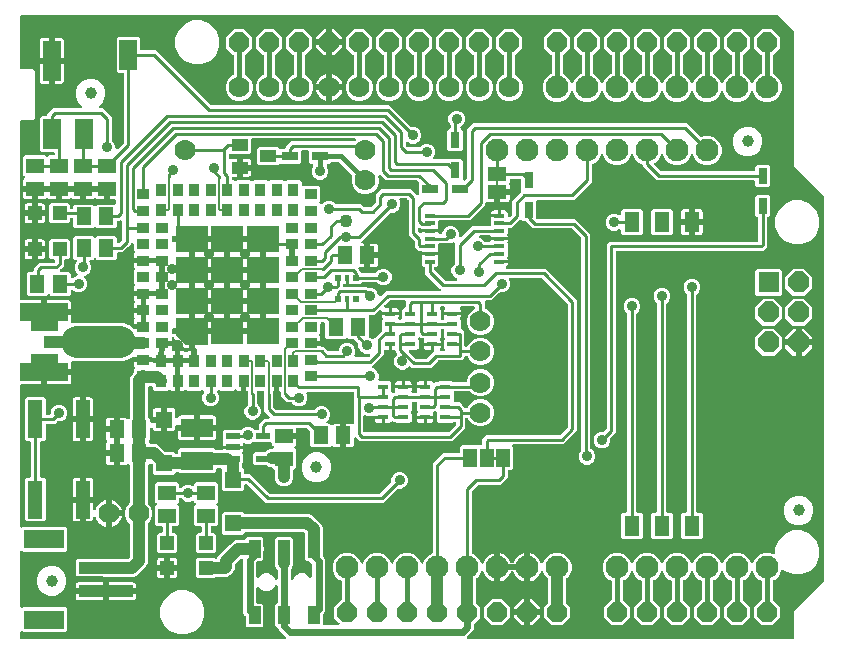
<source format=gbr>
G04 EAGLE Gerber RS-274X export*
G75*
%MOMM*%
%FSLAX34Y34*%
%LPD*%
%INTop Copper*%
%IPPOS*%
%AMOC8*
5,1,8,0,0,1.08239X$1,22.5*%
G01*
%ADD10R,0.900000X1.100000*%
%ADD11R,1.100000X0.900000*%
%ADD12R,1.500000X1.500000*%
%ADD13R,2.700000X2.300000*%
%ADD14R,1.200000X0.550000*%
%ADD15R,1.200000X1.200000*%
%ADD16R,1.500000X1.300000*%
%ADD17R,4.600000X1.000000*%
%ADD18R,3.400000X1.600000*%
%ADD19R,1.300000X1.500000*%
%ADD20R,1.200000X3.200000*%
%ADD21R,1.400000X1.400000*%
%ADD22R,2.700000X1.600000*%
%ADD23R,0.500000X0.500000*%
%ADD24R,0.400000X0.500000*%
%ADD25C,1.778000*%
%ADD26R,0.900000X0.450000*%
%ADD27R,1.300000X1.700000*%
%ADD28C,1.000000*%
%ADD29R,1.350000X0.800000*%
%ADD30R,1.400000X1.000000*%
%ADD31R,0.800000X1.350000*%
%ADD32C,1.100000*%
%ADD33R,0.900000X0.350000*%
%ADD34R,1.500000X2.500000*%
%ADD35R,1.500000X3.400000*%
%ADD36R,4.064000X1.524000*%
%ADD37R,2.032000X1.016000*%
%ADD38R,1.000000X1.500000*%
%ADD39C,1.930400*%
%ADD40R,1.168400X1.600200*%
%ADD41P,1.814519X8X22.500000*%
%ADD42P,1.924489X8X22.500000*%
%ADD43R,1.778000X1.778000*%
%ADD44R,1.600200X1.168400*%
%ADD45R,0.203200X0.635000*%
%ADD46C,0.906400*%
%ADD47C,0.254000*%
%ADD48C,0.152400*%
%ADD49C,2.700000*%
%ADD50C,1.016000*%
%ADD51C,0.609600*%
%ADD52C,0.406400*%

G36*
X656708Y2556D02*
X656708Y2556D01*
X656827Y2563D01*
X656865Y2576D01*
X656906Y2581D01*
X657016Y2624D01*
X657129Y2661D01*
X657164Y2683D01*
X657201Y2698D01*
X657297Y2767D01*
X657398Y2831D01*
X657426Y2861D01*
X657459Y2884D01*
X657535Y2976D01*
X657616Y3063D01*
X657636Y3098D01*
X657661Y3129D01*
X657712Y3237D01*
X657770Y3341D01*
X657780Y3381D01*
X657797Y3417D01*
X657819Y3534D01*
X657849Y3649D01*
X657853Y3709D01*
X657857Y3729D01*
X657855Y3750D01*
X657859Y3810D01*
X657859Y26452D01*
X682888Y51481D01*
X682948Y51559D01*
X683016Y51631D01*
X683045Y51684D01*
X683082Y51732D01*
X683122Y51823D01*
X683170Y51910D01*
X683185Y51968D01*
X683209Y52024D01*
X683224Y52122D01*
X683249Y52217D01*
X683255Y52318D01*
X683259Y52338D01*
X683257Y52350D01*
X683259Y52378D01*
X683259Y376882D01*
X683247Y376980D01*
X683244Y377079D01*
X683227Y377137D01*
X683219Y377197D01*
X683183Y377289D01*
X683155Y377385D01*
X683125Y377437D01*
X683102Y377493D01*
X683044Y377573D01*
X682994Y377658D01*
X682928Y377734D01*
X682916Y377750D01*
X682906Y377758D01*
X682888Y377779D01*
X657859Y402808D01*
X657859Y516582D01*
X657847Y516680D01*
X657844Y516779D01*
X657832Y516820D01*
X657832Y516824D01*
X657827Y516840D01*
X657819Y516897D01*
X657783Y516989D01*
X657755Y517085D01*
X657737Y517115D01*
X657734Y517126D01*
X657720Y517147D01*
X657702Y517193D01*
X657644Y517273D01*
X657594Y517358D01*
X657569Y517387D01*
X657564Y517395D01*
X657552Y517406D01*
X657528Y517434D01*
X657516Y517450D01*
X657506Y517458D01*
X657488Y517479D01*
X644479Y530488D01*
X644401Y530548D01*
X644329Y530616D01*
X644276Y530645D01*
X644228Y530682D01*
X644137Y530722D01*
X644050Y530770D01*
X643992Y530785D01*
X643936Y530809D01*
X643838Y530824D01*
X643743Y530849D01*
X643642Y530855D01*
X643622Y530859D01*
X643610Y530857D01*
X643582Y530859D01*
X3810Y530859D01*
X3692Y530844D01*
X3573Y530837D01*
X3535Y530824D01*
X3494Y530819D01*
X3384Y530776D01*
X3271Y530739D01*
X3236Y530717D01*
X3199Y530702D01*
X3103Y530633D01*
X3002Y530569D01*
X2974Y530539D01*
X2941Y530516D01*
X2865Y530424D01*
X2784Y530337D01*
X2764Y530302D01*
X2739Y530271D01*
X2688Y530163D01*
X2630Y530059D01*
X2620Y530019D01*
X2603Y529983D01*
X2581Y529866D01*
X2551Y529751D01*
X2547Y529691D01*
X2543Y529671D01*
X2545Y529650D01*
X2541Y529590D01*
X2541Y486410D01*
X2556Y486292D01*
X2563Y486173D01*
X2576Y486135D01*
X2581Y486094D01*
X2624Y485984D01*
X2661Y485871D01*
X2683Y485836D01*
X2698Y485799D01*
X2767Y485703D01*
X2831Y485602D01*
X2861Y485574D01*
X2884Y485541D01*
X2976Y485465D01*
X3063Y485384D01*
X3098Y485364D01*
X3129Y485339D01*
X3237Y485288D01*
X3341Y485230D01*
X3381Y485220D01*
X3417Y485203D01*
X3534Y485181D01*
X3649Y485151D01*
X3709Y485147D01*
X3729Y485143D01*
X3750Y485145D01*
X3810Y485141D01*
X13752Y485141D01*
X15241Y483652D01*
X15241Y443448D01*
X13752Y441959D01*
X3810Y441959D01*
X3692Y441944D01*
X3573Y441937D01*
X3535Y441924D01*
X3494Y441919D01*
X3384Y441876D01*
X3271Y441839D01*
X3236Y441817D01*
X3199Y441802D01*
X3103Y441733D01*
X3002Y441669D01*
X2974Y441639D01*
X2941Y441616D01*
X2865Y441524D01*
X2784Y441437D01*
X2764Y441402D01*
X2739Y441371D01*
X2688Y441263D01*
X2630Y441159D01*
X2620Y441119D01*
X2603Y441083D01*
X2581Y440966D01*
X2551Y440851D01*
X2547Y440791D01*
X2543Y440771D01*
X2545Y440750D01*
X2541Y440690D01*
X2541Y290830D01*
X2556Y290712D01*
X2563Y290593D01*
X2576Y290555D01*
X2581Y290514D01*
X2624Y290404D01*
X2661Y290291D01*
X2683Y290256D01*
X2698Y290219D01*
X2767Y290123D01*
X2831Y290022D01*
X2861Y289994D01*
X2884Y289961D01*
X2976Y289885D01*
X3063Y289804D01*
X3098Y289784D01*
X3129Y289759D01*
X3237Y289708D01*
X3341Y289650D01*
X3381Y289640D01*
X3417Y289623D01*
X3534Y289601D01*
X3649Y289571D01*
X3709Y289567D01*
X3729Y289563D01*
X3750Y289565D01*
X3810Y289561D01*
X20321Y289561D01*
X20321Y286765D01*
X12700Y286765D01*
X12642Y286757D01*
X12584Y286759D01*
X12502Y286737D01*
X12419Y286725D01*
X12365Y286702D01*
X12309Y286687D01*
X12236Y286644D01*
X12159Y286609D01*
X12114Y286571D01*
X12064Y286542D01*
X12006Y286480D01*
X11942Y286426D01*
X11910Y286377D01*
X11870Y286334D01*
X11831Y286259D01*
X11785Y286189D01*
X11767Y286133D01*
X11740Y286081D01*
X11729Y286013D01*
X11699Y285918D01*
X11696Y285818D01*
X11685Y285750D01*
X11685Y264652D01*
X11693Y264594D01*
X11691Y264536D01*
X11713Y264454D01*
X11725Y264371D01*
X11749Y264317D01*
X11763Y264261D01*
X11806Y264188D01*
X11841Y264111D01*
X11879Y264066D01*
X11909Y264016D01*
X11970Y263958D01*
X12025Y263894D01*
X12073Y263862D01*
X12116Y263822D01*
X12191Y263783D01*
X12261Y263737D01*
X12317Y263719D01*
X12369Y263692D01*
X12437Y263681D01*
X12532Y263651D01*
X12632Y263648D01*
X12700Y263637D01*
X33528Y263637D01*
X33586Y263645D01*
X33644Y263643D01*
X33726Y263665D01*
X33810Y263677D01*
X33863Y263701D01*
X33919Y263715D01*
X33992Y263758D01*
X34069Y263793D01*
X34114Y263831D01*
X34164Y263861D01*
X34222Y263922D01*
X34286Y263977D01*
X34318Y264025D01*
X34358Y264068D01*
X34397Y264143D01*
X34444Y264213D01*
X34461Y264269D01*
X34488Y264321D01*
X34499Y264389D01*
X34529Y264484D01*
X34532Y264584D01*
X34543Y264652D01*
X34543Y276861D01*
X45721Y276861D01*
X45721Y271303D01*
X45727Y271253D01*
X45725Y271203D01*
X45747Y271096D01*
X45761Y270987D01*
X45779Y270941D01*
X45789Y270891D01*
X45837Y270793D01*
X45878Y270692D01*
X45907Y270651D01*
X45929Y270606D01*
X46000Y270523D01*
X46064Y270434D01*
X46103Y270402D01*
X46136Y270364D01*
X46225Y270301D01*
X46309Y270232D01*
X46355Y270210D01*
X46396Y270181D01*
X46499Y270143D01*
X46597Y270096D01*
X46647Y270087D01*
X46694Y270069D01*
X46802Y270057D01*
X46909Y270036D01*
X46960Y270039D01*
X47010Y270034D01*
X47058Y270041D01*
X90191Y270041D01*
X96086Y267599D01*
X98303Y265382D01*
X98381Y265322D01*
X98453Y265254D01*
X98506Y265225D01*
X98554Y265188D01*
X98645Y265148D01*
X98731Y265100D01*
X98790Y265085D01*
X98846Y265061D01*
X98944Y265046D01*
X99039Y265021D01*
X99139Y265015D01*
X99160Y265011D01*
X99172Y265012D01*
X99200Y265011D01*
X105820Y265011D01*
X105938Y265026D01*
X106057Y265033D01*
X106095Y265045D01*
X106135Y265051D01*
X106246Y265094D01*
X106359Y265131D01*
X106393Y265153D01*
X106431Y265168D01*
X106527Y265237D01*
X106628Y265301D01*
X106656Y265331D01*
X106688Y265354D01*
X106764Y265446D01*
X106846Y265533D01*
X106865Y265568D01*
X106891Y265599D01*
X106942Y265707D01*
X106999Y265811D01*
X107009Y265851D01*
X107027Y265887D01*
X107049Y266004D01*
X107079Y266119D01*
X107083Y266179D01*
X107086Y266199D01*
X107085Y266220D01*
X107089Y266280D01*
X107089Y266971D01*
X107780Y266971D01*
X107898Y266986D01*
X108017Y266993D01*
X108055Y267006D01*
X108096Y267011D01*
X108206Y267055D01*
X108319Y267091D01*
X108354Y267113D01*
X108391Y267128D01*
X108487Y267198D01*
X108588Y267261D01*
X108616Y267291D01*
X108649Y267315D01*
X108725Y267406D01*
X108806Y267493D01*
X108826Y267528D01*
X108851Y267560D01*
X108902Y267667D01*
X108960Y267772D01*
X108970Y267811D01*
X108987Y267847D01*
X109009Y267964D01*
X109039Y268080D01*
X109043Y268140D01*
X109047Y268160D01*
X109045Y268180D01*
X109049Y268240D01*
X109049Y280280D01*
X109034Y280398D01*
X109027Y280517D01*
X109014Y280555D01*
X109009Y280595D01*
X108966Y280706D01*
X108929Y280819D01*
X108907Y280853D01*
X108892Y280891D01*
X108823Y280987D01*
X108759Y281088D01*
X108729Y281116D01*
X108706Y281148D01*
X108614Y281224D01*
X108580Y281256D01*
X108588Y281261D01*
X108616Y281291D01*
X108649Y281315D01*
X108725Y281406D01*
X108806Y281493D01*
X108826Y281528D01*
X108851Y281560D01*
X108902Y281667D01*
X108960Y281772D01*
X108970Y281811D01*
X108987Y281847D01*
X109009Y281964D01*
X109039Y282080D01*
X109043Y282140D01*
X109047Y282160D01*
X109045Y282180D01*
X109049Y282240D01*
X109049Y293011D01*
X121820Y293011D01*
X121938Y293026D01*
X122057Y293033D01*
X122095Y293045D01*
X122135Y293051D01*
X122246Y293094D01*
X122359Y293131D01*
X122393Y293153D01*
X122431Y293168D01*
X122527Y293237D01*
X122628Y293301D01*
X122656Y293331D01*
X122688Y293354D01*
X122764Y293446D01*
X122846Y293533D01*
X122865Y293568D01*
X122891Y293599D01*
X122942Y293707D01*
X122999Y293811D01*
X123009Y293851D01*
X123027Y293887D01*
X123049Y294004D01*
X123079Y294119D01*
X123083Y294179D01*
X123086Y294199D01*
X123085Y294220D01*
X123089Y294280D01*
X123089Y294971D01*
X123780Y294971D01*
X123898Y294986D01*
X124017Y294993D01*
X124055Y295006D01*
X124096Y295011D01*
X124206Y295055D01*
X124319Y295091D01*
X124354Y295113D01*
X124391Y295128D01*
X124487Y295198D01*
X124588Y295261D01*
X124616Y295291D01*
X124649Y295315D01*
X124725Y295406D01*
X124806Y295493D01*
X124826Y295528D01*
X124851Y295560D01*
X124902Y295667D01*
X124960Y295772D01*
X124970Y295811D01*
X124987Y295847D01*
X125009Y295964D01*
X125039Y296080D01*
X125043Y296140D01*
X125047Y296160D01*
X125045Y296180D01*
X125049Y296240D01*
X125049Y308280D01*
X125034Y308398D01*
X125027Y308517D01*
X125014Y308555D01*
X125009Y308595D01*
X124966Y308706D01*
X124929Y308819D01*
X124907Y308853D01*
X124892Y308891D01*
X124823Y308987D01*
X124759Y309088D01*
X124729Y309116D01*
X124706Y309148D01*
X124614Y309224D01*
X124580Y309256D01*
X124588Y309261D01*
X124616Y309291D01*
X124649Y309315D01*
X124725Y309406D01*
X124806Y309493D01*
X124826Y309528D01*
X124851Y309560D01*
X124902Y309667D01*
X124960Y309772D01*
X124970Y309811D01*
X124987Y309847D01*
X125009Y309964D01*
X125039Y310080D01*
X125043Y310140D01*
X125047Y310160D01*
X125045Y310180D01*
X125049Y310240D01*
X125049Y322280D01*
X125034Y322398D01*
X125027Y322517D01*
X125014Y322555D01*
X125009Y322595D01*
X124966Y322706D01*
X124929Y322819D01*
X124907Y322853D01*
X124892Y322891D01*
X124823Y322987D01*
X124759Y323088D01*
X124729Y323116D01*
X124706Y323148D01*
X124614Y323224D01*
X124527Y323306D01*
X124492Y323325D01*
X124461Y323351D01*
X124353Y323402D01*
X124249Y323459D01*
X124209Y323469D01*
X124173Y323487D01*
X124056Y323509D01*
X123941Y323539D01*
X123881Y323543D01*
X123861Y323546D01*
X123840Y323545D01*
X123780Y323549D01*
X123089Y323549D01*
X123089Y324240D01*
X123074Y324358D01*
X123067Y324477D01*
X123054Y324515D01*
X123049Y324556D01*
X123005Y324666D01*
X122969Y324779D01*
X122947Y324814D01*
X122932Y324851D01*
X122862Y324947D01*
X122799Y325048D01*
X122769Y325076D01*
X122745Y325109D01*
X122654Y325185D01*
X122567Y325266D01*
X122532Y325286D01*
X122500Y325311D01*
X122393Y325362D01*
X122288Y325420D01*
X122249Y325430D01*
X122213Y325447D01*
X122096Y325469D01*
X121980Y325499D01*
X121920Y325503D01*
X121900Y325507D01*
X121880Y325505D01*
X121820Y325509D01*
X107780Y325509D01*
X107662Y325494D01*
X107543Y325487D01*
X107505Y325474D01*
X107465Y325469D01*
X107354Y325426D01*
X107241Y325389D01*
X107207Y325367D01*
X107169Y325352D01*
X107073Y325282D01*
X106972Y325219D01*
X106944Y325189D01*
X106912Y325166D01*
X106836Y325074D01*
X106804Y325040D01*
X106799Y325048D01*
X106769Y325076D01*
X106745Y325109D01*
X106654Y325185D01*
X106567Y325266D01*
X106532Y325286D01*
X106500Y325311D01*
X106393Y325362D01*
X106288Y325420D01*
X106249Y325430D01*
X106213Y325447D01*
X106096Y325469D01*
X105980Y325499D01*
X105920Y325503D01*
X105900Y325507D01*
X105880Y325505D01*
X105820Y325509D01*
X98759Y325509D01*
X98759Y328094D01*
X98932Y328741D01*
X99267Y329320D01*
X99309Y329362D01*
X99382Y329457D01*
X99461Y329546D01*
X99479Y329582D01*
X99504Y329614D01*
X99552Y329723D01*
X99606Y329829D01*
X99615Y329868D01*
X99631Y329905D01*
X99649Y330023D01*
X99675Y330139D01*
X99674Y330180D01*
X99680Y330220D01*
X99669Y330338D01*
X99666Y330457D01*
X99654Y330496D01*
X99651Y330536D01*
X99610Y330648D01*
X99577Y330763D01*
X99557Y330797D01*
X99543Y330836D01*
X99476Y330934D01*
X99416Y331037D01*
X99376Y331082D01*
X99365Y331099D01*
X99349Y331112D01*
X99309Y331157D01*
X98759Y331708D01*
X98759Y336686D01*
X98742Y336823D01*
X98729Y336962D01*
X98722Y336981D01*
X98719Y337001D01*
X98668Y337130D01*
X98621Y337261D01*
X98610Y337278D01*
X98602Y337297D01*
X98521Y337410D01*
X98443Y337525D01*
X98427Y337538D01*
X98416Y337554D01*
X98308Y337643D01*
X98204Y337735D01*
X98186Y337744D01*
X98171Y337757D01*
X98045Y337816D01*
X97921Y337880D01*
X97901Y337884D01*
X97883Y337893D01*
X97747Y337919D01*
X97611Y337949D01*
X97590Y337949D01*
X97571Y337953D01*
X97432Y337944D01*
X97293Y337940D01*
X97273Y337934D01*
X97253Y337933D01*
X97121Y337890D01*
X96987Y337851D01*
X96970Y337841D01*
X96951Y337835D01*
X96833Y337760D01*
X96713Y337690D01*
X96692Y337671D01*
X96682Y337665D01*
X96668Y337650D01*
X96593Y337583D01*
X93917Y334908D01*
X89208Y330199D01*
X85850Y330199D01*
X85732Y330184D01*
X85613Y330177D01*
X85575Y330164D01*
X85534Y330159D01*
X85424Y330116D01*
X85311Y330079D01*
X85276Y330057D01*
X85239Y330042D01*
X85143Y329973D01*
X85042Y329909D01*
X85014Y329879D01*
X84981Y329856D01*
X84905Y329764D01*
X84824Y329677D01*
X84804Y329642D01*
X84779Y329611D01*
X84728Y329503D01*
X84670Y329399D01*
X84660Y329359D01*
X84643Y329323D01*
X84621Y329206D01*
X84591Y329091D01*
X84587Y329031D01*
X84583Y329011D01*
X84585Y328990D01*
X84581Y328930D01*
X84581Y325458D01*
X83092Y323969D01*
X67988Y323969D01*
X66938Y325019D01*
X66843Y325092D01*
X66754Y325171D01*
X66718Y325190D01*
X66686Y325214D01*
X66577Y325262D01*
X66471Y325316D01*
X66432Y325325D01*
X66394Y325341D01*
X66277Y325359D01*
X66161Y325385D01*
X66120Y325384D01*
X66080Y325390D01*
X65962Y325379D01*
X65843Y325376D01*
X65804Y325364D01*
X65764Y325361D01*
X65651Y325320D01*
X65537Y325287D01*
X65503Y325267D01*
X65464Y325253D01*
X65366Y325186D01*
X65263Y325126D01*
X65218Y325086D01*
X65201Y325074D01*
X65188Y325059D01*
X65143Y325019D01*
X64092Y323969D01*
X62477Y323969D01*
X62339Y323952D01*
X62201Y323939D01*
X62182Y323932D01*
X62162Y323929D01*
X62032Y323878D01*
X61902Y323831D01*
X61885Y323820D01*
X61866Y323812D01*
X61754Y323731D01*
X61639Y323653D01*
X61625Y323637D01*
X61609Y323626D01*
X61520Y323518D01*
X61428Y323414D01*
X61419Y323396D01*
X61406Y323381D01*
X61347Y323255D01*
X61283Y323131D01*
X61279Y323111D01*
X61270Y323093D01*
X61244Y322957D01*
X61214Y322821D01*
X61214Y322800D01*
X61211Y322781D01*
X61219Y322642D01*
X61223Y322503D01*
X61229Y322483D01*
X61230Y322463D01*
X61273Y322331D01*
X61312Y322197D01*
X61322Y322180D01*
X61328Y322161D01*
X61403Y322043D01*
X61473Y321923D01*
X61492Y321902D01*
X61499Y321892D01*
X61513Y321878D01*
X61580Y321802D01*
X61876Y321506D01*
X62953Y318907D01*
X62953Y316093D01*
X61876Y313494D01*
X59886Y311504D01*
X57549Y310536D01*
X57505Y310511D01*
X57459Y310494D01*
X57368Y310433D01*
X57272Y310378D01*
X57237Y310344D01*
X57196Y310316D01*
X57123Y310233D01*
X57044Y310157D01*
X57018Y310114D01*
X56985Y310077D01*
X56935Y309979D01*
X56878Y309886D01*
X56863Y309838D01*
X56840Y309794D01*
X56816Y309687D01*
X56784Y309582D01*
X56782Y309532D01*
X56771Y309484D01*
X56774Y309374D01*
X56769Y309264D01*
X56779Y309216D01*
X56780Y309166D01*
X56811Y309060D01*
X56833Y308953D01*
X56855Y308908D01*
X56869Y308860D01*
X56925Y308766D01*
X56973Y308667D01*
X57005Y308629D01*
X57030Y308586D01*
X57137Y308466D01*
X58066Y307536D01*
X59143Y304937D01*
X59143Y302123D01*
X58066Y299524D01*
X56076Y297534D01*
X53477Y296457D01*
X50663Y296457D01*
X48064Y297534D01*
X47377Y298220D01*
X47268Y298305D01*
X47161Y298394D01*
X47142Y298403D01*
X47126Y298415D01*
X46998Y298470D01*
X46873Y298530D01*
X46853Y298533D01*
X46834Y298541D01*
X46696Y298563D01*
X46560Y298589D01*
X46540Y298588D01*
X46520Y298591D01*
X46381Y298578D01*
X46243Y298570D01*
X46224Y298563D01*
X46204Y298562D01*
X46073Y298514D01*
X45941Y298472D01*
X45923Y298461D01*
X45904Y298454D01*
X45790Y298376D01*
X45672Y298301D01*
X45658Y298287D01*
X45641Y298275D01*
X45549Y298171D01*
X45454Y298070D01*
X45444Y298052D01*
X45431Y298037D01*
X45368Y297913D01*
X45300Y297791D01*
X45295Y297772D01*
X45286Y297754D01*
X45256Y297618D01*
X45221Y297483D01*
X45219Y297455D01*
X45216Y297443D01*
X45217Y297423D01*
X45211Y297323D01*
X45211Y294978D01*
X43722Y293489D01*
X28618Y293489D01*
X27567Y294539D01*
X27473Y294612D01*
X27384Y294691D01*
X27348Y294709D01*
X27316Y294734D01*
X27207Y294782D01*
X27101Y294836D01*
X27062Y294845D01*
X27024Y294861D01*
X26907Y294879D01*
X26791Y294905D01*
X26750Y294904D01*
X26710Y294910D01*
X26592Y294899D01*
X26473Y294896D01*
X26434Y294884D01*
X26394Y294881D01*
X26282Y294840D01*
X26167Y294807D01*
X26132Y294787D01*
X26094Y294773D01*
X25996Y294706D01*
X25893Y294646D01*
X25848Y294606D01*
X25831Y294594D01*
X25818Y294579D01*
X25772Y294539D01*
X24722Y293489D01*
X9618Y293489D01*
X8129Y294978D01*
X8129Y312082D01*
X9618Y313571D01*
X12700Y313571D01*
X12818Y313586D01*
X12937Y313593D01*
X12975Y313606D01*
X13016Y313611D01*
X13126Y313654D01*
X13239Y313691D01*
X13274Y313713D01*
X13311Y313728D01*
X13407Y313797D01*
X13508Y313861D01*
X13536Y313891D01*
X13569Y313914D01*
X13645Y314006D01*
X13726Y314093D01*
X13746Y314128D01*
X13771Y314159D01*
X13822Y314267D01*
X13880Y314371D01*
X13890Y314411D01*
X13907Y314447D01*
X13929Y314564D01*
X13959Y314679D01*
X13963Y314739D01*
X13967Y314759D01*
X13965Y314780D01*
X13969Y314840D01*
X13969Y316538D01*
X18742Y321311D01*
X30820Y321311D01*
X30938Y321326D01*
X31057Y321333D01*
X31095Y321346D01*
X31136Y321351D01*
X31246Y321394D01*
X31359Y321431D01*
X31394Y321453D01*
X31431Y321468D01*
X31527Y321537D01*
X31628Y321601D01*
X31656Y321631D01*
X31689Y321654D01*
X31765Y321746D01*
X31846Y321833D01*
X31866Y321868D01*
X31891Y321899D01*
X31942Y322007D01*
X32000Y322111D01*
X32010Y322151D01*
X32027Y322187D01*
X32049Y322304D01*
X32079Y322419D01*
X32083Y322479D01*
X32087Y322499D01*
X32085Y322520D01*
X32089Y322580D01*
X32089Y322930D01*
X32074Y323048D01*
X32067Y323167D01*
X32055Y323205D01*
X32049Y323246D01*
X32006Y323356D01*
X31969Y323469D01*
X31947Y323504D01*
X31932Y323541D01*
X31863Y323637D01*
X31799Y323738D01*
X31769Y323766D01*
X31746Y323799D01*
X31654Y323875D01*
X31567Y323956D01*
X31532Y323976D01*
X31501Y324001D01*
X31393Y324052D01*
X31289Y324110D01*
X31249Y324120D01*
X31213Y324137D01*
X31096Y324159D01*
X30981Y324189D01*
X30921Y324193D01*
X30901Y324197D01*
X30880Y324195D01*
X30820Y324199D01*
X28848Y324199D01*
X27359Y325688D01*
X27359Y339792D01*
X28848Y341281D01*
X42952Y341281D01*
X44441Y339792D01*
X44441Y325688D01*
X42952Y324199D01*
X40980Y324199D01*
X40862Y324184D01*
X40743Y324177D01*
X40705Y324164D01*
X40664Y324159D01*
X40554Y324116D01*
X40441Y324079D01*
X40406Y324057D01*
X40369Y324042D01*
X40273Y323973D01*
X40172Y323909D01*
X40144Y323879D01*
X40111Y323856D01*
X40035Y323764D01*
X39954Y323677D01*
X39934Y323642D01*
X39909Y323611D01*
X39858Y323503D01*
X39800Y323399D01*
X39790Y323359D01*
X39773Y323323D01*
X39751Y323206D01*
X39721Y323091D01*
X39717Y323031D01*
X39713Y323011D01*
X39715Y322990D01*
X39711Y322930D01*
X39711Y318802D01*
X37202Y316293D01*
X36647Y315738D01*
X36561Y315628D01*
X36473Y315521D01*
X36464Y315502D01*
X36452Y315486D01*
X36396Y315358D01*
X36337Y315233D01*
X36333Y315213D01*
X36325Y315194D01*
X36303Y315056D01*
X36277Y314920D01*
X36279Y314900D01*
X36276Y314880D01*
X36289Y314741D01*
X36297Y314603D01*
X36303Y314584D01*
X36305Y314564D01*
X36353Y314432D01*
X36395Y314301D01*
X36406Y314283D01*
X36413Y314264D01*
X36491Y314150D01*
X36565Y314032D01*
X36580Y314018D01*
X36592Y314001D01*
X36696Y313909D01*
X36797Y313814D01*
X36815Y313804D01*
X36830Y313791D01*
X36954Y313728D01*
X37076Y313660D01*
X37095Y313655D01*
X37113Y313646D01*
X37249Y313616D01*
X37383Y313581D01*
X37411Y313579D01*
X37423Y313576D01*
X37444Y313577D01*
X37544Y313571D01*
X43722Y313571D01*
X45211Y312082D01*
X45211Y309737D01*
X45228Y309599D01*
X45241Y309461D01*
X45248Y309442D01*
X45251Y309422D01*
X45302Y309293D01*
X45349Y309162D01*
X45360Y309145D01*
X45368Y309126D01*
X45449Y309014D01*
X45527Y308899D01*
X45543Y308885D01*
X45554Y308869D01*
X45662Y308780D01*
X45766Y308688D01*
X45784Y308679D01*
X45799Y308666D01*
X45925Y308607D01*
X46049Y308543D01*
X46069Y308539D01*
X46087Y308530D01*
X46224Y308504D01*
X46359Y308474D01*
X46380Y308474D01*
X46399Y308471D01*
X46538Y308479D01*
X46677Y308483D01*
X46697Y308489D01*
X46717Y308490D01*
X46849Y308533D01*
X46983Y308572D01*
X47000Y308582D01*
X47019Y308588D01*
X47137Y308663D01*
X47257Y308733D01*
X47278Y308752D01*
X47288Y308759D01*
X47302Y308774D01*
X47377Y308840D01*
X48064Y309526D01*
X50401Y310494D01*
X50445Y310519D01*
X50491Y310536D01*
X50582Y310597D01*
X50678Y310652D01*
X50713Y310686D01*
X50755Y310714D01*
X50827Y310797D01*
X50906Y310873D01*
X50932Y310915D01*
X50965Y310953D01*
X51015Y311051D01*
X51072Y311144D01*
X51087Y311192D01*
X51110Y311236D01*
X51134Y311343D01*
X51166Y311448D01*
X51168Y311498D01*
X51179Y311546D01*
X51176Y311656D01*
X51181Y311766D01*
X51171Y311814D01*
X51170Y311864D01*
X51139Y311970D01*
X51117Y312077D01*
X51095Y312122D01*
X51081Y312170D01*
X51025Y312264D01*
X50977Y312363D01*
X50945Y312401D01*
X50920Y312444D01*
X50813Y312564D01*
X49884Y313494D01*
X48807Y316093D01*
X48807Y318907D01*
X49884Y321506D01*
X50180Y321802D01*
X50265Y321912D01*
X50354Y322019D01*
X50363Y322038D01*
X50375Y322054D01*
X50431Y322182D01*
X50490Y322307D01*
X50493Y322327D01*
X50501Y322346D01*
X50523Y322484D01*
X50549Y322620D01*
X50548Y322640D01*
X50551Y322660D01*
X50538Y322799D01*
X50530Y322937D01*
X50523Y322956D01*
X50522Y322976D01*
X50474Y323107D01*
X50432Y323239D01*
X50421Y323257D01*
X50414Y323276D01*
X50336Y323390D01*
X50261Y323508D01*
X50247Y323522D01*
X50235Y323539D01*
X50131Y323631D01*
X50030Y323726D01*
X50012Y323736D01*
X49997Y323749D01*
X49873Y323813D01*
X49751Y323880D01*
X49732Y323885D01*
X49714Y323894D01*
X49578Y323924D01*
X49443Y323959D01*
X49415Y323961D01*
X49403Y323964D01*
X49383Y323963D01*
X49283Y323969D01*
X48988Y323969D01*
X47499Y325458D01*
X47499Y342562D01*
X48988Y344051D01*
X64092Y344051D01*
X65143Y343001D01*
X65237Y342928D01*
X65326Y342849D01*
X65362Y342831D01*
X65394Y342806D01*
X65503Y342758D01*
X65609Y342704D01*
X65648Y342695D01*
X65686Y342679D01*
X65803Y342661D01*
X65919Y342635D01*
X65960Y342636D01*
X66000Y342630D01*
X66118Y342641D01*
X66237Y342644D01*
X66276Y342656D01*
X66316Y342659D01*
X66428Y342700D01*
X66543Y342733D01*
X66578Y342753D01*
X66616Y342767D01*
X66714Y342834D01*
X66817Y342894D01*
X66862Y342934D01*
X66879Y342946D01*
X66892Y342961D01*
X66938Y343001D01*
X67988Y344051D01*
X83092Y344051D01*
X84581Y342562D01*
X84581Y339414D01*
X84598Y339277D01*
X84611Y339138D01*
X84618Y339119D01*
X84621Y339099D01*
X84672Y338970D01*
X84719Y338839D01*
X84730Y338822D01*
X84738Y338803D01*
X84819Y338690D01*
X84897Y338575D01*
X84913Y338562D01*
X84924Y338546D01*
X85032Y338457D01*
X85136Y338365D01*
X85154Y338356D01*
X85169Y338343D01*
X85295Y338284D01*
X85419Y338220D01*
X85439Y338216D01*
X85457Y338207D01*
X85594Y338181D01*
X85729Y338151D01*
X85750Y338151D01*
X85769Y338147D01*
X85908Y338156D01*
X86047Y338160D01*
X86067Y338166D01*
X86087Y338167D01*
X86219Y338210D01*
X86353Y338249D01*
X86370Y338259D01*
X86389Y338265D01*
X86507Y338340D01*
X86627Y338410D01*
X86648Y338429D01*
X86658Y338435D01*
X86672Y338450D01*
X86747Y338517D01*
X88528Y340297D01*
X88588Y340375D01*
X88656Y340447D01*
X88685Y340500D01*
X88722Y340548D01*
X88762Y340639D01*
X88810Y340726D01*
X88825Y340784D01*
X88849Y340840D01*
X88864Y340938D01*
X88889Y341034D01*
X88895Y341134D01*
X88899Y341154D01*
X88897Y341166D01*
X88899Y341194D01*
X88899Y356036D01*
X88882Y356174D01*
X88869Y356312D01*
X88862Y356331D01*
X88859Y356351D01*
X88808Y356481D01*
X88761Y356612D01*
X88750Y356628D01*
X88742Y356647D01*
X88661Y356759D01*
X88583Y356875D01*
X88567Y356888D01*
X88556Y356904D01*
X88449Y356993D01*
X88344Y357085D01*
X88326Y357094D01*
X88311Y357107D01*
X88185Y357166D01*
X88061Y357230D01*
X88041Y357234D01*
X88023Y357243D01*
X87887Y357269D01*
X87751Y357299D01*
X87730Y357299D01*
X87711Y357303D01*
X87572Y357294D01*
X87433Y357290D01*
X87413Y357284D01*
X87393Y357283D01*
X87261Y357240D01*
X87127Y357201D01*
X87110Y357191D01*
X87091Y357185D01*
X86973Y357110D01*
X86853Y357040D01*
X86832Y357021D01*
X86822Y357015D01*
X86808Y357000D01*
X86732Y356933D01*
X86668Y356869D01*
X85850Y356869D01*
X85732Y356854D01*
X85613Y356847D01*
X85575Y356834D01*
X85534Y356829D01*
X85424Y356786D01*
X85311Y356749D01*
X85276Y356727D01*
X85239Y356712D01*
X85143Y356643D01*
X85042Y356579D01*
X85014Y356549D01*
X84981Y356526D01*
X84905Y356434D01*
X84824Y356347D01*
X84804Y356312D01*
X84779Y356281D01*
X84728Y356173D01*
X84670Y356069D01*
X84660Y356029D01*
X84643Y355993D01*
X84621Y355876D01*
X84591Y355761D01*
X84587Y355701D01*
X84583Y355681D01*
X84585Y355660D01*
X84581Y355600D01*
X84581Y352128D01*
X83092Y350639D01*
X67988Y350639D01*
X66937Y351689D01*
X66843Y351762D01*
X66754Y351841D01*
X66718Y351859D01*
X66686Y351884D01*
X66577Y351932D01*
X66471Y351986D01*
X66432Y351995D01*
X66394Y352011D01*
X66277Y352029D01*
X66161Y352055D01*
X66120Y352054D01*
X66080Y352060D01*
X65962Y352049D01*
X65843Y352046D01*
X65804Y352034D01*
X65764Y352031D01*
X65652Y351990D01*
X65537Y351957D01*
X65502Y351937D01*
X65464Y351923D01*
X65366Y351856D01*
X65263Y351796D01*
X65218Y351756D01*
X65201Y351744D01*
X65188Y351729D01*
X65142Y351689D01*
X64092Y350639D01*
X48988Y350639D01*
X47499Y352128D01*
X47499Y358140D01*
X47484Y358258D01*
X47477Y358377D01*
X47464Y358415D01*
X47459Y358456D01*
X47416Y358566D01*
X47379Y358679D01*
X47357Y358714D01*
X47342Y358751D01*
X47273Y358847D01*
X47209Y358948D01*
X47179Y358976D01*
X47156Y359009D01*
X47064Y359085D01*
X46977Y359166D01*
X46942Y359186D01*
X46911Y359211D01*
X46803Y359262D01*
X46699Y359320D01*
X46659Y359330D01*
X46623Y359347D01*
X46506Y359369D01*
X46391Y359399D01*
X46331Y359403D01*
X46311Y359407D01*
X46290Y359405D01*
X46230Y359409D01*
X45710Y359409D01*
X45592Y359394D01*
X45473Y359387D01*
X45435Y359374D01*
X45394Y359369D01*
X45284Y359326D01*
X45171Y359289D01*
X45136Y359267D01*
X45099Y359252D01*
X45003Y359183D01*
X44902Y359119D01*
X44874Y359089D01*
X44841Y359066D01*
X44765Y358974D01*
X44684Y358887D01*
X44664Y358852D01*
X44639Y358821D01*
X44588Y358713D01*
X44530Y358609D01*
X44520Y358569D01*
X44503Y358533D01*
X44481Y358416D01*
X44451Y358301D01*
X44447Y358241D01*
X44443Y358221D01*
X44445Y358200D01*
X44441Y358140D01*
X44441Y356168D01*
X42952Y354679D01*
X28848Y354679D01*
X27359Y356168D01*
X27359Y370272D01*
X28848Y371761D01*
X42952Y371761D01*
X44441Y370272D01*
X44441Y368300D01*
X44456Y368182D01*
X44463Y368063D01*
X44476Y368025D01*
X44481Y367984D01*
X44524Y367874D01*
X44561Y367761D01*
X44583Y367726D01*
X44598Y367689D01*
X44667Y367593D01*
X44731Y367492D01*
X44761Y367464D01*
X44784Y367431D01*
X44876Y367355D01*
X44963Y367274D01*
X44998Y367254D01*
X45029Y367229D01*
X45137Y367178D01*
X45241Y367120D01*
X45281Y367110D01*
X45317Y367093D01*
X45434Y367071D01*
X45549Y367041D01*
X45609Y367037D01*
X45629Y367033D01*
X45650Y367035D01*
X45710Y367031D01*
X46230Y367031D01*
X46348Y367046D01*
X46467Y367053D01*
X46505Y367066D01*
X46546Y367071D01*
X46656Y367114D01*
X46769Y367151D01*
X46804Y367173D01*
X46841Y367188D01*
X46937Y367257D01*
X47038Y367321D01*
X47066Y367351D01*
X47099Y367374D01*
X47175Y367466D01*
X47256Y367553D01*
X47276Y367588D01*
X47301Y367619D01*
X47352Y367727D01*
X47410Y367831D01*
X47420Y367871D01*
X47437Y367907D01*
X47459Y368024D01*
X47489Y368139D01*
X47493Y368199D01*
X47497Y368219D01*
X47495Y368240D01*
X47499Y368300D01*
X47499Y369232D01*
X48988Y370721D01*
X64092Y370721D01*
X65142Y369671D01*
X65237Y369598D01*
X65326Y369519D01*
X65362Y369500D01*
X65394Y369476D01*
X65503Y369428D01*
X65609Y369374D01*
X65648Y369365D01*
X65686Y369349D01*
X65803Y369331D01*
X65919Y369305D01*
X65960Y369306D01*
X66000Y369300D01*
X66118Y369311D01*
X66237Y369314D01*
X66276Y369326D01*
X66316Y369329D01*
X66429Y369370D01*
X66543Y369403D01*
X66577Y369423D01*
X66616Y369437D01*
X66714Y369504D01*
X66817Y369564D01*
X66862Y369604D01*
X66879Y369616D01*
X66892Y369631D01*
X66937Y369671D01*
X67988Y370721D01*
X82550Y370721D01*
X82668Y370736D01*
X82787Y370743D01*
X82825Y370756D01*
X82866Y370761D01*
X82976Y370804D01*
X83089Y370841D01*
X83124Y370863D01*
X83161Y370878D01*
X83257Y370947D01*
X83358Y371011D01*
X83386Y371041D01*
X83419Y371064D01*
X83495Y371156D01*
X83576Y371243D01*
X83596Y371278D01*
X83621Y371309D01*
X83672Y371417D01*
X83730Y371521D01*
X83740Y371561D01*
X83757Y371597D01*
X83779Y371714D01*
X83809Y371829D01*
X83813Y371889D01*
X83817Y371909D01*
X83815Y371930D01*
X83819Y371990D01*
X83819Y373890D01*
X83804Y374008D01*
X83797Y374127D01*
X83784Y374165D01*
X83779Y374206D01*
X83736Y374316D01*
X83699Y374429D01*
X83677Y374464D01*
X83662Y374501D01*
X83593Y374597D01*
X83529Y374698D01*
X83499Y374726D01*
X83476Y374759D01*
X83384Y374835D01*
X83297Y374916D01*
X83262Y374936D01*
X83231Y374961D01*
X83123Y375012D01*
X83019Y375070D01*
X82979Y375080D01*
X82943Y375097D01*
X82826Y375119D01*
X82711Y375149D01*
X82651Y375153D01*
X82631Y375157D01*
X82610Y375155D01*
X82550Y375159D01*
X78739Y375159D01*
X78739Y382930D01*
X78724Y383048D01*
X78717Y383167D01*
X78704Y383205D01*
X78699Y383245D01*
X78655Y383356D01*
X78619Y383469D01*
X78597Y383504D01*
X78582Y383541D01*
X78512Y383637D01*
X78449Y383738D01*
X78419Y383766D01*
X78395Y383798D01*
X78304Y383874D01*
X78217Y383956D01*
X78182Y383975D01*
X78150Y384001D01*
X78043Y384052D01*
X77939Y384109D01*
X77899Y384120D01*
X77863Y384137D01*
X77746Y384159D01*
X77631Y384189D01*
X77570Y384193D01*
X77550Y384197D01*
X77530Y384195D01*
X77470Y384199D01*
X76199Y384199D01*
X76199Y385470D01*
X76184Y385588D01*
X76177Y385707D01*
X76164Y385745D01*
X76159Y385785D01*
X76115Y385896D01*
X76079Y386009D01*
X76057Y386044D01*
X76042Y386081D01*
X75972Y386177D01*
X75909Y386278D01*
X75879Y386306D01*
X75855Y386338D01*
X75764Y386414D01*
X75677Y386496D01*
X75642Y386515D01*
X75610Y386541D01*
X75503Y386592D01*
X75399Y386649D01*
X75359Y386660D01*
X75323Y386677D01*
X75206Y386699D01*
X75091Y386729D01*
X75030Y386733D01*
X75010Y386737D01*
X74990Y386735D01*
X74930Y386739D01*
X57150Y386739D01*
X57032Y386724D01*
X56913Y386717D01*
X56875Y386704D01*
X56835Y386699D01*
X56724Y386655D01*
X56611Y386619D01*
X56576Y386597D01*
X56539Y386582D01*
X56443Y386512D01*
X56342Y386449D01*
X56314Y386419D01*
X56282Y386395D01*
X56206Y386304D01*
X56124Y386217D01*
X56105Y386182D01*
X56079Y386150D01*
X56028Y386043D01*
X55971Y385939D01*
X55960Y385899D01*
X55943Y385863D01*
X55921Y385746D01*
X55891Y385631D01*
X55887Y385570D01*
X55883Y385550D01*
X55885Y385530D01*
X55881Y385470D01*
X55881Y384199D01*
X55879Y384199D01*
X55879Y385470D01*
X55864Y385588D01*
X55857Y385707D01*
X55844Y385745D01*
X55839Y385785D01*
X55795Y385896D01*
X55759Y386009D01*
X55737Y386044D01*
X55722Y386081D01*
X55652Y386177D01*
X55589Y386278D01*
X55559Y386306D01*
X55535Y386338D01*
X55444Y386414D01*
X55357Y386496D01*
X55322Y386515D01*
X55290Y386541D01*
X55183Y386592D01*
X55079Y386649D01*
X55039Y386660D01*
X55003Y386677D01*
X54886Y386699D01*
X54771Y386729D01*
X54710Y386733D01*
X54690Y386737D01*
X54670Y386735D01*
X54610Y386739D01*
X36830Y386739D01*
X36712Y386724D01*
X36593Y386717D01*
X36555Y386704D01*
X36515Y386699D01*
X36404Y386655D01*
X36291Y386619D01*
X36256Y386597D01*
X36219Y386582D01*
X36123Y386512D01*
X36022Y386449D01*
X35994Y386419D01*
X35962Y386395D01*
X35886Y386304D01*
X35804Y386217D01*
X35785Y386182D01*
X35759Y386150D01*
X35708Y386043D01*
X35651Y385939D01*
X35640Y385899D01*
X35623Y385863D01*
X35601Y385746D01*
X35571Y385631D01*
X35567Y385570D01*
X35563Y385550D01*
X35565Y385530D01*
X35561Y385470D01*
X35561Y384199D01*
X35559Y384199D01*
X35559Y385470D01*
X35544Y385588D01*
X35537Y385707D01*
X35524Y385745D01*
X35519Y385785D01*
X35475Y385896D01*
X35439Y386009D01*
X35417Y386044D01*
X35402Y386081D01*
X35332Y386177D01*
X35269Y386278D01*
X35239Y386306D01*
X35215Y386338D01*
X35124Y386414D01*
X35037Y386496D01*
X35002Y386515D01*
X34970Y386541D01*
X34863Y386592D01*
X34759Y386649D01*
X34719Y386660D01*
X34683Y386677D01*
X34566Y386699D01*
X34451Y386729D01*
X34390Y386733D01*
X34370Y386737D01*
X34350Y386735D01*
X34290Y386739D01*
X16510Y386739D01*
X16392Y386724D01*
X16273Y386717D01*
X16235Y386704D01*
X16195Y386699D01*
X16084Y386655D01*
X15971Y386619D01*
X15936Y386597D01*
X15899Y386582D01*
X15803Y386512D01*
X15702Y386449D01*
X15674Y386419D01*
X15642Y386395D01*
X15566Y386304D01*
X15484Y386217D01*
X15465Y386182D01*
X15439Y386150D01*
X15388Y386043D01*
X15331Y385939D01*
X15320Y385899D01*
X15303Y385863D01*
X15281Y385746D01*
X15251Y385631D01*
X15247Y385570D01*
X15243Y385550D01*
X15245Y385530D01*
X15241Y385470D01*
X15241Y384199D01*
X15239Y384199D01*
X15239Y385470D01*
X15224Y385588D01*
X15217Y385707D01*
X15204Y385745D01*
X15199Y385785D01*
X15155Y385896D01*
X15119Y386009D01*
X15097Y386044D01*
X15082Y386081D01*
X15012Y386177D01*
X14949Y386278D01*
X14919Y386306D01*
X14895Y386338D01*
X14804Y386414D01*
X14717Y386496D01*
X14682Y386515D01*
X14650Y386541D01*
X14543Y386592D01*
X14439Y386649D01*
X14399Y386660D01*
X14363Y386677D01*
X14246Y386699D01*
X14131Y386729D01*
X14070Y386733D01*
X14050Y386737D01*
X14030Y386735D01*
X13970Y386739D01*
X5199Y386739D01*
X5199Y391034D01*
X5372Y391681D01*
X5707Y392260D01*
X6249Y392802D01*
X6322Y392897D01*
X6401Y392986D01*
X6420Y393022D01*
X6444Y393054D01*
X6492Y393163D01*
X6546Y393269D01*
X6555Y393308D01*
X6571Y393346D01*
X6589Y393464D01*
X6615Y393579D01*
X6614Y393620D01*
X6621Y393660D01*
X6609Y393778D01*
X6606Y393897D01*
X6594Y393936D01*
X6591Y393976D01*
X6550Y394088D01*
X6517Y394203D01*
X6497Y394238D01*
X6483Y394276D01*
X6416Y394374D01*
X6356Y394477D01*
X6316Y394522D01*
X6305Y394539D01*
X6289Y394552D01*
X6249Y394597D01*
X5199Y395648D01*
X5199Y410752D01*
X6688Y412241D01*
X23792Y412241D01*
X24503Y411531D01*
X24597Y411458D01*
X24686Y411379D01*
X24722Y411361D01*
X24754Y411336D01*
X24863Y411288D01*
X24969Y411234D01*
X25008Y411225D01*
X25046Y411209D01*
X25163Y411191D01*
X25279Y411165D01*
X25320Y411166D01*
X25360Y411160D01*
X25478Y411171D01*
X25597Y411174D01*
X25636Y411186D01*
X25676Y411189D01*
X25788Y411230D01*
X25903Y411263D01*
X25938Y411283D01*
X25976Y411297D01*
X26074Y411364D01*
X26177Y411424D01*
X26222Y411464D01*
X26239Y411476D01*
X26252Y411491D01*
X26298Y411531D01*
X27008Y412241D01*
X30480Y412241D01*
X30598Y412256D01*
X30717Y412263D01*
X30755Y412276D01*
X30796Y412281D01*
X30906Y412324D01*
X31019Y412361D01*
X31054Y412383D01*
X31091Y412398D01*
X31187Y412467D01*
X31288Y412531D01*
X31316Y412561D01*
X31349Y412584D01*
X31425Y412676D01*
X31506Y412763D01*
X31526Y412798D01*
X31551Y412829D01*
X31602Y412937D01*
X31660Y413041D01*
X31670Y413081D01*
X31687Y413117D01*
X31709Y413234D01*
X31739Y413349D01*
X31743Y413409D01*
X31747Y413429D01*
X31745Y413450D01*
X31749Y413510D01*
X31749Y414240D01*
X31734Y414358D01*
X31727Y414477D01*
X31714Y414515D01*
X31709Y414556D01*
X31666Y414666D01*
X31629Y414779D01*
X31607Y414814D01*
X31592Y414851D01*
X31523Y414947D01*
X31459Y415048D01*
X31429Y415076D01*
X31406Y415109D01*
X31314Y415185D01*
X31227Y415266D01*
X31192Y415286D01*
X31161Y415311D01*
X31053Y415362D01*
X30949Y415420D01*
X30909Y415430D01*
X30873Y415447D01*
X30756Y415469D01*
X30641Y415499D01*
X30581Y415503D01*
X30561Y415507D01*
X30540Y415505D01*
X30480Y415509D01*
X20718Y415509D01*
X19229Y416998D01*
X19229Y444102D01*
X20718Y445591D01*
X24130Y445591D01*
X24248Y445606D01*
X24367Y445613D01*
X24405Y445626D01*
X24446Y445631D01*
X24556Y445674D01*
X24669Y445711D01*
X24704Y445733D01*
X24741Y445748D01*
X24837Y445817D01*
X24938Y445881D01*
X24966Y445911D01*
X24999Y445934D01*
X25075Y446026D01*
X25156Y446113D01*
X25176Y446148D01*
X25201Y446179D01*
X25252Y446287D01*
X25310Y446391D01*
X25320Y446431D01*
X25337Y446467D01*
X25359Y446584D01*
X25389Y446699D01*
X25393Y446759D01*
X25397Y446779D01*
X25395Y446800D01*
X25399Y446860D01*
X25399Y447348D01*
X30172Y452121D01*
X54130Y452121D01*
X54267Y452138D01*
X54406Y452151D01*
X54425Y452158D01*
X54445Y452161D01*
X54574Y452212D01*
X54705Y452259D01*
X54722Y452270D01*
X54741Y452278D01*
X54853Y452359D01*
X54969Y452437D01*
X54982Y452453D01*
X54998Y452464D01*
X55087Y452572D01*
X55179Y452676D01*
X55188Y452694D01*
X55201Y452709D01*
X55260Y452835D01*
X55324Y452959D01*
X55328Y452979D01*
X55337Y452997D01*
X55363Y453133D01*
X55393Y453269D01*
X55393Y453290D01*
X55396Y453309D01*
X55388Y453448D01*
X55384Y453587D01*
X55378Y453607D01*
X55377Y453627D01*
X55334Y453759D01*
X55295Y453893D01*
X55285Y453910D01*
X55279Y453929D01*
X55204Y454047D01*
X55134Y454167D01*
X55115Y454188D01*
X55109Y454198D01*
X55094Y454212D01*
X55027Y454287D01*
X51598Y457716D01*
X49689Y462325D01*
X49689Y467315D01*
X51598Y471924D01*
X55126Y475452D01*
X59735Y477361D01*
X64725Y477361D01*
X69334Y475452D01*
X72862Y471924D01*
X74771Y467315D01*
X74771Y462325D01*
X72862Y457716D01*
X69433Y454287D01*
X69347Y454178D01*
X69259Y454071D01*
X69250Y454052D01*
X69238Y454036D01*
X69182Y453908D01*
X69123Y453783D01*
X69120Y453763D01*
X69111Y453744D01*
X69090Y453606D01*
X69064Y453470D01*
X69065Y453450D01*
X69062Y453430D01*
X69075Y453291D01*
X69083Y453153D01*
X69090Y453134D01*
X69091Y453114D01*
X69139Y452982D01*
X69181Y452851D01*
X69192Y452833D01*
X69199Y452814D01*
X69277Y452699D01*
X69351Y452582D01*
X69366Y452568D01*
X69378Y452551D01*
X69482Y452459D01*
X69583Y452364D01*
X69601Y452354D01*
X69616Y452341D01*
X69740Y452277D01*
X69862Y452210D01*
X69881Y452205D01*
X69899Y452196D01*
X70035Y452166D01*
X70170Y452131D01*
X70198Y452129D01*
X70210Y452126D01*
X70230Y452127D01*
X70330Y452121D01*
X72698Y452121D01*
X80011Y444808D01*
X80011Y425817D01*
X80023Y425719D01*
X80026Y425620D01*
X80043Y425562D01*
X80051Y425502D01*
X80087Y425410D01*
X80115Y425315D01*
X80145Y425262D01*
X80168Y425206D01*
X80226Y425126D01*
X80276Y425041D01*
X80342Y424965D01*
X80354Y424949D01*
X80364Y424941D01*
X80382Y424920D01*
X82196Y423106D01*
X83273Y420507D01*
X83273Y418726D01*
X83290Y418589D01*
X83303Y418450D01*
X83310Y418431D01*
X83313Y418411D01*
X83364Y418282D01*
X83411Y418151D01*
X83422Y418134D01*
X83430Y418115D01*
X83511Y418002D01*
X83589Y417887D01*
X83605Y417874D01*
X83616Y417858D01*
X83724Y417769D01*
X83828Y417677D01*
X83846Y417668D01*
X83861Y417655D01*
X83987Y417596D01*
X84111Y417532D01*
X84131Y417528D01*
X84149Y417519D01*
X84285Y417493D01*
X84421Y417463D01*
X84442Y417463D01*
X84461Y417459D01*
X84600Y417468D01*
X84739Y417472D01*
X84759Y417478D01*
X84779Y417479D01*
X84911Y417522D01*
X85045Y417561D01*
X85062Y417571D01*
X85081Y417577D01*
X85199Y417652D01*
X85319Y417722D01*
X85340Y417741D01*
X85350Y417747D01*
X85364Y417762D01*
X85439Y417829D01*
X90088Y422477D01*
X90148Y422555D01*
X90216Y422627D01*
X90245Y422680D01*
X90282Y422728D01*
X90322Y422819D01*
X90370Y422906D01*
X90385Y422964D01*
X90409Y423020D01*
X90424Y423118D01*
X90449Y423214D01*
X90455Y423314D01*
X90459Y423334D01*
X90457Y423346D01*
X90459Y423374D01*
X90459Y481240D01*
X90444Y481358D01*
X90437Y481477D01*
X90424Y481515D01*
X90419Y481556D01*
X90376Y481666D01*
X90339Y481779D01*
X90317Y481814D01*
X90302Y481851D01*
X90233Y481947D01*
X90169Y482048D01*
X90139Y482076D01*
X90116Y482109D01*
X90024Y482185D01*
X89937Y482266D01*
X89902Y482286D01*
X89871Y482311D01*
X89763Y482362D01*
X89659Y482420D01*
X89619Y482430D01*
X89583Y482447D01*
X89466Y482469D01*
X89351Y482499D01*
X89291Y482503D01*
X89271Y482507D01*
X89250Y482505D01*
X89190Y482509D01*
X85718Y482509D01*
X84229Y483998D01*
X84229Y511102D01*
X85718Y512591D01*
X102822Y512591D01*
X104311Y511102D01*
X104311Y502630D01*
X104326Y502512D01*
X104333Y502393D01*
X104346Y502355D01*
X104351Y502314D01*
X104394Y502204D01*
X104431Y502091D01*
X104453Y502056D01*
X104468Y502019D01*
X104537Y501923D01*
X104601Y501822D01*
X104631Y501794D01*
X104654Y501761D01*
X104746Y501685D01*
X104833Y501604D01*
X104868Y501584D01*
X104899Y501559D01*
X105007Y501508D01*
X105111Y501450D01*
X105151Y501440D01*
X105187Y501423D01*
X105304Y501401D01*
X105419Y501371D01*
X105479Y501367D01*
X105499Y501363D01*
X105520Y501365D01*
X105580Y501361D01*
X117438Y501361D01*
X163767Y455032D01*
X163845Y454972D01*
X163917Y454904D01*
X163970Y454875D01*
X164018Y454838D01*
X164109Y454798D01*
X164196Y454750D01*
X164254Y454735D01*
X164310Y454711D01*
X164408Y454696D01*
X164504Y454671D01*
X164604Y454665D01*
X164624Y454661D01*
X164636Y454663D01*
X164664Y454661D01*
X315268Y454661D01*
X333225Y436704D01*
X333303Y436644D01*
X333375Y436576D01*
X333428Y436547D01*
X333476Y436510D01*
X333567Y436470D01*
X333654Y436422D01*
X333712Y436407D01*
X333768Y436383D01*
X333866Y436368D01*
X333962Y436343D01*
X334062Y436337D01*
X334082Y436333D01*
X334094Y436335D01*
X334122Y436333D01*
X336687Y436333D01*
X339286Y435256D01*
X341276Y433266D01*
X342353Y430667D01*
X342353Y427853D01*
X341276Y425254D01*
X339286Y423264D01*
X336687Y422187D01*
X333873Y422187D01*
X331274Y423264D01*
X331098Y423440D01*
X330988Y423525D01*
X330881Y423614D01*
X330862Y423623D01*
X330846Y423635D01*
X330719Y423690D01*
X330593Y423750D01*
X330573Y423753D01*
X330554Y423761D01*
X330417Y423783D01*
X330280Y423809D01*
X330260Y423808D01*
X330240Y423811D01*
X330102Y423798D01*
X329963Y423790D01*
X329944Y423783D01*
X329924Y423782D01*
X329792Y423734D01*
X329661Y423692D01*
X329644Y423681D01*
X329624Y423674D01*
X329509Y423596D01*
X329392Y423521D01*
X329378Y423507D01*
X329361Y423495D01*
X329269Y423391D01*
X329174Y423290D01*
X329164Y423272D01*
X329151Y423257D01*
X329087Y423133D01*
X329020Y423011D01*
X329015Y422992D01*
X329006Y422974D01*
X328976Y422838D01*
X328941Y422703D01*
X328939Y422675D01*
X328936Y422663D01*
X328937Y422643D01*
X328931Y422543D01*
X328931Y421204D01*
X328943Y421106D01*
X328946Y421007D01*
X328963Y420949D01*
X328971Y420889D01*
X329007Y420797D01*
X329035Y420701D01*
X329065Y420649D01*
X329088Y420593D01*
X329146Y420513D01*
X329196Y420428D01*
X329262Y420352D01*
X329274Y420336D01*
X329284Y420328D01*
X329302Y420307D01*
X330137Y419472D01*
X330215Y419412D01*
X330287Y419344D01*
X330340Y419315D01*
X330388Y419278D01*
X330479Y419238D01*
X330566Y419190D01*
X330624Y419175D01*
X330680Y419151D01*
X330778Y419136D01*
X330874Y419111D01*
X330974Y419105D01*
X330994Y419101D01*
X331006Y419103D01*
X331034Y419101D01*
X339993Y419101D01*
X340091Y419113D01*
X340190Y419116D01*
X340248Y419133D01*
X340308Y419141D01*
X340400Y419177D01*
X340495Y419205D01*
X340548Y419235D01*
X340604Y419258D01*
X340684Y419316D01*
X340769Y419366D01*
X340845Y419432D01*
X340861Y419444D01*
X340869Y419454D01*
X340890Y419472D01*
X342704Y421286D01*
X345303Y422363D01*
X348117Y422363D01*
X350716Y421286D01*
X352706Y419296D01*
X353783Y416697D01*
X353783Y413883D01*
X352706Y411284D01*
X352530Y411108D01*
X352445Y410998D01*
X352356Y410891D01*
X352347Y410872D01*
X352335Y410856D01*
X352280Y410729D01*
X352220Y410603D01*
X352217Y410583D01*
X352209Y410564D01*
X352187Y410427D01*
X352161Y410290D01*
X352162Y410270D01*
X352159Y410250D01*
X352172Y410112D01*
X352180Y409973D01*
X352187Y409954D01*
X352188Y409934D01*
X352236Y409802D01*
X352278Y409671D01*
X352289Y409654D01*
X352296Y409634D01*
X352374Y409519D01*
X352449Y409402D01*
X352463Y409388D01*
X352475Y409371D01*
X352579Y409279D01*
X352680Y409184D01*
X352698Y409174D01*
X352713Y409161D01*
X352837Y409097D01*
X352959Y409030D01*
X352978Y409025D01*
X352996Y409016D01*
X353132Y408986D01*
X353267Y408951D01*
X353295Y408949D01*
X353307Y408946D01*
X353327Y408947D01*
X353427Y408941D01*
X364862Y408941D01*
X364960Y408953D01*
X365059Y408956D01*
X365117Y408973D01*
X365177Y408981D01*
X365269Y409017D01*
X365365Y409045D01*
X365417Y409075D01*
X365473Y409098D01*
X365553Y409156D01*
X365639Y409206D01*
X365714Y409272D01*
X365730Y409284D01*
X365738Y409294D01*
X365759Y409313D01*
X365788Y409341D01*
X375892Y409341D01*
X377381Y407852D01*
X377381Y392184D01*
X377398Y392050D01*
X377403Y391964D01*
X377407Y391951D01*
X377411Y391908D01*
X377418Y391889D01*
X377421Y391869D01*
X377472Y391739D01*
X377519Y391608D01*
X377530Y391592D01*
X377538Y391573D01*
X377619Y391461D01*
X377697Y391345D01*
X377713Y391332D01*
X377724Y391316D01*
X377832Y391227D01*
X377936Y391135D01*
X377954Y391126D01*
X377969Y391113D01*
X378095Y391054D01*
X378219Y390990D01*
X378239Y390986D01*
X378257Y390977D01*
X378394Y390951D01*
X378529Y390921D01*
X378550Y390921D01*
X378569Y390917D01*
X378708Y390926D01*
X378847Y390930D01*
X378867Y390936D01*
X378887Y390937D01*
X379019Y390980D01*
X379153Y391019D01*
X379170Y391029D01*
X379189Y391035D01*
X379265Y391083D01*
X379278Y391088D01*
X379308Y391111D01*
X379427Y391180D01*
X379448Y391199D01*
X379458Y391205D01*
X379472Y391220D01*
X379531Y391272D01*
X379535Y391275D01*
X379537Y391277D01*
X379547Y391287D01*
X380628Y392367D01*
X380688Y392445D01*
X380756Y392517D01*
X380785Y392570D01*
X380822Y392618D01*
X380862Y392709D01*
X380910Y392796D01*
X380925Y392854D01*
X380949Y392910D01*
X380964Y393008D01*
X380989Y393104D01*
X380995Y393204D01*
X380999Y393224D01*
X380997Y393236D01*
X380999Y393264D01*
X380999Y434648D01*
X385772Y439421D01*
X566728Y439421D01*
X569332Y436817D01*
X578079Y428070D01*
X578102Y428052D01*
X578122Y428029D01*
X578228Y427955D01*
X578330Y427875D01*
X578357Y427863D01*
X578382Y427846D01*
X578503Y427800D01*
X578622Y427749D01*
X578651Y427744D01*
X578679Y427734D01*
X578808Y427719D01*
X578936Y427699D01*
X578966Y427702D01*
X578995Y427698D01*
X579124Y427717D01*
X579253Y427729D01*
X579281Y427739D01*
X579310Y427743D01*
X579462Y427795D01*
X581775Y428753D01*
X586625Y428753D01*
X591107Y426897D01*
X594537Y423467D01*
X596393Y418985D01*
X596393Y414135D01*
X594537Y409653D01*
X591107Y406223D01*
X586625Y404367D01*
X581775Y404367D01*
X577293Y406223D01*
X573863Y409653D01*
X572673Y412528D01*
X572604Y412649D01*
X572539Y412772D01*
X572525Y412787D01*
X572515Y412805D01*
X572418Y412905D01*
X572325Y413007D01*
X572308Y413019D01*
X572294Y413033D01*
X572176Y413106D01*
X572059Y413182D01*
X572040Y413189D01*
X572023Y413199D01*
X571890Y413240D01*
X571758Y413285D01*
X571738Y413287D01*
X571719Y413293D01*
X571580Y413300D01*
X571441Y413311D01*
X571421Y413307D01*
X571401Y413308D01*
X571265Y413280D01*
X571128Y413256D01*
X571110Y413248D01*
X571090Y413244D01*
X570964Y413182D01*
X570838Y413126D01*
X570822Y413113D01*
X570804Y413104D01*
X570698Y413013D01*
X570590Y412927D01*
X570577Y412911D01*
X570562Y412898D01*
X570482Y412784D01*
X570398Y412673D01*
X570386Y412648D01*
X570379Y412638D01*
X570372Y412618D01*
X570327Y412528D01*
X569137Y409653D01*
X565707Y406223D01*
X561225Y404367D01*
X556375Y404367D01*
X551893Y406223D01*
X548463Y409653D01*
X547273Y412528D01*
X547204Y412649D01*
X547139Y412772D01*
X547125Y412787D01*
X547115Y412805D01*
X547018Y412905D01*
X546925Y413007D01*
X546908Y413019D01*
X546894Y413033D01*
X546776Y413106D01*
X546659Y413182D01*
X546640Y413189D01*
X546623Y413199D01*
X546490Y413240D01*
X546358Y413285D01*
X546338Y413287D01*
X546319Y413293D01*
X546180Y413300D01*
X546041Y413311D01*
X546021Y413307D01*
X546001Y413308D01*
X545865Y413280D01*
X545728Y413256D01*
X545710Y413248D01*
X545690Y413244D01*
X545564Y413182D01*
X545438Y413126D01*
X545422Y413113D01*
X545404Y413104D01*
X545298Y413013D01*
X545190Y412927D01*
X545177Y412911D01*
X545162Y412898D01*
X545082Y412784D01*
X544998Y412673D01*
X544986Y412648D01*
X544979Y412638D01*
X544972Y412618D01*
X544927Y412528D01*
X543737Y409653D01*
X540307Y406224D01*
X540215Y406186D01*
X540172Y406161D01*
X540125Y406144D01*
X540035Y406083D01*
X539939Y406028D01*
X539903Y405994D01*
X539862Y405966D01*
X539790Y405883D01*
X539711Y405807D01*
X539685Y405765D01*
X539652Y405727D01*
X539602Y405629D01*
X539544Y405536D01*
X539530Y405488D01*
X539507Y405444D01*
X539483Y405337D01*
X539451Y405232D01*
X539448Y405182D01*
X539438Y405134D01*
X539441Y405024D01*
X539436Y404914D01*
X539446Y404866D01*
X539447Y404816D01*
X539478Y404710D01*
X539500Y404603D01*
X539522Y404558D01*
X539536Y404510D01*
X539591Y404416D01*
X539640Y404317D01*
X539672Y404279D01*
X539697Y404236D01*
X539804Y404116D01*
X544767Y399152D01*
X544845Y399092D01*
X544917Y399024D01*
X544970Y398995D01*
X545018Y398958D01*
X545109Y398918D01*
X545196Y398870D01*
X545254Y398855D01*
X545310Y398831D01*
X545408Y398816D01*
X545504Y398791D01*
X545604Y398785D01*
X545624Y398781D01*
X545636Y398783D01*
X545664Y398781D01*
X623380Y398781D01*
X623498Y398796D01*
X623617Y398803D01*
X623655Y398816D01*
X623696Y398821D01*
X623806Y398864D01*
X623919Y398901D01*
X623954Y398923D01*
X623991Y398938D01*
X624087Y399007D01*
X624188Y399071D01*
X624216Y399101D01*
X624249Y399124D01*
X624325Y399216D01*
X624406Y399303D01*
X624426Y399338D01*
X624451Y399369D01*
X624502Y399477D01*
X624560Y399581D01*
X624570Y399621D01*
X624587Y399657D01*
X624609Y399774D01*
X624639Y399889D01*
X624643Y399949D01*
X624647Y399969D01*
X624645Y399990D01*
X624649Y400050D01*
X624649Y402772D01*
X626138Y404261D01*
X636242Y404261D01*
X637731Y402772D01*
X637731Y387168D01*
X636242Y385679D01*
X626138Y385679D01*
X624649Y387168D01*
X624649Y389890D01*
X624634Y390008D01*
X624627Y390127D01*
X624614Y390165D01*
X624609Y390206D01*
X624566Y390316D01*
X624529Y390429D01*
X624507Y390464D01*
X624492Y390501D01*
X624423Y390597D01*
X624359Y390698D01*
X624329Y390726D01*
X624306Y390759D01*
X624214Y390835D01*
X624127Y390916D01*
X624092Y390936D01*
X624061Y390961D01*
X623953Y391012D01*
X623849Y391070D01*
X623809Y391080D01*
X623773Y391097D01*
X623656Y391119D01*
X623541Y391149D01*
X623481Y391153D01*
X623461Y391157D01*
X623440Y391155D01*
X623380Y391159D01*
X541982Y391159D01*
X529589Y403552D01*
X529589Y404093D01*
X529586Y404122D01*
X529588Y404152D01*
X529566Y404280D01*
X529549Y404409D01*
X529539Y404436D01*
X529534Y404465D01*
X529480Y404584D01*
X529432Y404704D01*
X529415Y404728D01*
X529403Y404755D01*
X529322Y404856D01*
X529246Y404962D01*
X529223Y404980D01*
X529204Y405003D01*
X529101Y405081D01*
X529001Y405164D01*
X528974Y405177D01*
X528950Y405195D01*
X528806Y405266D01*
X526493Y406223D01*
X523063Y409653D01*
X521873Y412528D01*
X521804Y412649D01*
X521739Y412772D01*
X521725Y412787D01*
X521715Y412805D01*
X521618Y412905D01*
X521525Y413007D01*
X521508Y413019D01*
X521494Y413033D01*
X521376Y413106D01*
X521259Y413182D01*
X521240Y413189D01*
X521223Y413199D01*
X521090Y413240D01*
X520958Y413285D01*
X520938Y413287D01*
X520919Y413293D01*
X520780Y413300D01*
X520641Y413311D01*
X520621Y413307D01*
X520601Y413308D01*
X520465Y413280D01*
X520328Y413256D01*
X520310Y413248D01*
X520290Y413244D01*
X520164Y413182D01*
X520038Y413126D01*
X520022Y413113D01*
X520004Y413104D01*
X519898Y413013D01*
X519790Y412927D01*
X519777Y412911D01*
X519762Y412898D01*
X519682Y412784D01*
X519598Y412673D01*
X519586Y412648D01*
X519579Y412638D01*
X519572Y412618D01*
X519527Y412528D01*
X518337Y409653D01*
X514907Y406223D01*
X510425Y404367D01*
X505575Y404367D01*
X501093Y406223D01*
X497663Y409653D01*
X496473Y412528D01*
X496404Y412649D01*
X496339Y412772D01*
X496325Y412787D01*
X496315Y412805D01*
X496218Y412905D01*
X496125Y413007D01*
X496108Y413019D01*
X496094Y413033D01*
X495976Y413106D01*
X495859Y413182D01*
X495840Y413189D01*
X495823Y413199D01*
X495690Y413240D01*
X495558Y413285D01*
X495538Y413287D01*
X495519Y413293D01*
X495380Y413300D01*
X495241Y413311D01*
X495221Y413307D01*
X495201Y413308D01*
X495065Y413280D01*
X494928Y413256D01*
X494910Y413248D01*
X494890Y413244D01*
X494764Y413182D01*
X494638Y413126D01*
X494622Y413113D01*
X494604Y413104D01*
X494498Y413013D01*
X494390Y412927D01*
X494377Y412911D01*
X494362Y412898D01*
X494282Y412784D01*
X494198Y412673D01*
X494186Y412648D01*
X494179Y412638D01*
X494172Y412618D01*
X494127Y412528D01*
X492937Y409653D01*
X489507Y406223D01*
X487194Y405266D01*
X487169Y405251D01*
X487141Y405242D01*
X487031Y405172D01*
X486918Y405108D01*
X486897Y405088D01*
X486872Y405072D01*
X486783Y404977D01*
X486690Y404887D01*
X486674Y404862D01*
X486654Y404840D01*
X486591Y404727D01*
X486523Y404616D01*
X486515Y404588D01*
X486500Y404562D01*
X486468Y404436D01*
X486430Y404312D01*
X486428Y404282D01*
X486421Y404254D01*
X486411Y404093D01*
X486411Y389582D01*
X471478Y374649D01*
X440880Y374649D01*
X440762Y374634D01*
X440643Y374627D01*
X440605Y374614D01*
X440564Y374609D01*
X440454Y374566D01*
X440341Y374529D01*
X440306Y374507D01*
X440269Y374492D01*
X440173Y374423D01*
X440072Y374359D01*
X440044Y374329D01*
X440011Y374306D01*
X439935Y374214D01*
X439854Y374127D01*
X439834Y374092D01*
X439809Y374061D01*
X439758Y373953D01*
X439700Y373849D01*
X439690Y373809D01*
X439673Y373773D01*
X439651Y373656D01*
X439621Y373541D01*
X439617Y373481D01*
X439613Y373461D01*
X439615Y373440D01*
X439611Y373380D01*
X439611Y359410D01*
X439626Y359292D01*
X439633Y359173D01*
X439646Y359135D01*
X439651Y359094D01*
X439694Y358984D01*
X439731Y358871D01*
X439753Y358836D01*
X439768Y358799D01*
X439837Y358703D01*
X439901Y358602D01*
X439931Y358574D01*
X439954Y358541D01*
X440046Y358465D01*
X440133Y358384D01*
X440168Y358364D01*
X440199Y358339D01*
X440307Y358288D01*
X440411Y358230D01*
X440451Y358220D01*
X440487Y358203D01*
X440604Y358181D01*
X440719Y358151D01*
X440779Y358147D01*
X440799Y358143D01*
X440820Y358145D01*
X440880Y358141D01*
X472748Y358141D01*
X485141Y345748D01*
X485141Y164931D01*
X485144Y164902D01*
X485142Y164872D01*
X485164Y164744D01*
X485181Y164616D01*
X485191Y164588D01*
X485196Y164559D01*
X485250Y164441D01*
X485298Y164320D01*
X485315Y164296D01*
X485327Y164269D01*
X485408Y164168D01*
X485484Y164063D01*
X485507Y164044D01*
X485526Y164021D01*
X485629Y163943D01*
X485729Y163860D01*
X485756Y163847D01*
X485780Y163829D01*
X485924Y163759D01*
X486606Y163476D01*
X488596Y161486D01*
X489673Y158887D01*
X489673Y156073D01*
X488596Y153474D01*
X486606Y151484D01*
X484007Y150407D01*
X481193Y150407D01*
X478594Y151484D01*
X476604Y153474D01*
X475527Y156073D01*
X475527Y158887D01*
X476604Y161486D01*
X477148Y162030D01*
X477208Y162108D01*
X477276Y162180D01*
X477305Y162233D01*
X477342Y162281D01*
X477382Y162372D01*
X477430Y162459D01*
X477445Y162517D01*
X477469Y162573D01*
X477484Y162671D01*
X477509Y162767D01*
X477515Y162867D01*
X477519Y162887D01*
X477517Y162899D01*
X477519Y162927D01*
X477519Y342066D01*
X477507Y342164D01*
X477504Y342263D01*
X477487Y342321D01*
X477479Y342381D01*
X477443Y342473D01*
X477415Y342569D01*
X477385Y342621D01*
X477362Y342677D01*
X477304Y342757D01*
X477254Y342842D01*
X477188Y342918D01*
X477176Y342934D01*
X477166Y342942D01*
X477148Y342963D01*
X469963Y350148D01*
X469885Y350208D01*
X469813Y350276D01*
X469760Y350305D01*
X469712Y350342D01*
X469621Y350382D01*
X469534Y350430D01*
X469476Y350445D01*
X469420Y350469D01*
X469322Y350484D01*
X469226Y350509D01*
X469126Y350515D01*
X469106Y350519D01*
X469094Y350517D01*
X469066Y350519D01*
X436572Y350519D01*
X430993Y356098D01*
X430915Y356158D01*
X430843Y356226D01*
X430790Y356255D01*
X430742Y356292D01*
X430651Y356332D01*
X430564Y356380D01*
X430506Y356395D01*
X430450Y356419D01*
X430352Y356434D01*
X430256Y356459D01*
X430156Y356465D01*
X430136Y356469D01*
X430124Y356467D01*
X430096Y356469D01*
X428018Y356469D01*
X426951Y357536D01*
X426856Y357609D01*
X426767Y357688D01*
X426731Y357707D01*
X426699Y357731D01*
X426590Y357779D01*
X426484Y357833D01*
X426445Y357842D01*
X426407Y357858D01*
X426290Y357876D01*
X426174Y357902D01*
X426133Y357901D01*
X426093Y357907D01*
X425975Y357896D01*
X425856Y357893D01*
X425817Y357881D01*
X425777Y357878D01*
X425665Y357837D01*
X425550Y357804D01*
X425515Y357784D01*
X425477Y357770D01*
X425379Y357703D01*
X425276Y357643D01*
X425231Y357603D01*
X425214Y357591D01*
X425201Y357576D01*
X425156Y357536D01*
X424117Y356498D01*
X418692Y351073D01*
X416528Y351073D01*
X416410Y351058D01*
X416291Y351051D01*
X416253Y351038D01*
X416212Y351033D01*
X416102Y350990D01*
X415989Y350953D01*
X415954Y350931D01*
X415917Y350916D01*
X415821Y350847D01*
X415720Y350783D01*
X415692Y350753D01*
X415659Y350730D01*
X415583Y350638D01*
X415502Y350551D01*
X415482Y350516D01*
X415457Y350485D01*
X415406Y350377D01*
X415348Y350273D01*
X415338Y350233D01*
X415321Y350197D01*
X415299Y350080D01*
X415269Y349965D01*
X415265Y349905D01*
X415261Y349885D01*
X415263Y349864D01*
X415259Y349804D01*
X415259Y345530D01*
X415241Y345508D01*
X415199Y345411D01*
X415149Y345317D01*
X415136Y345265D01*
X415115Y345216D01*
X415098Y345112D01*
X415073Y345009D01*
X415073Y344955D01*
X415065Y344902D01*
X415075Y344797D01*
X415076Y344691D01*
X415093Y344607D01*
X415095Y344585D01*
X415100Y344571D01*
X415107Y344533D01*
X415259Y343968D01*
X415259Y343153D01*
X408218Y343153D01*
X401177Y343153D01*
X401177Y343304D01*
X401162Y343422D01*
X401155Y343541D01*
X401142Y343579D01*
X401137Y343620D01*
X401094Y343730D01*
X401057Y343843D01*
X401035Y343878D01*
X401020Y343915D01*
X400951Y344011D01*
X400887Y344112D01*
X400857Y344140D01*
X400834Y344173D01*
X400742Y344249D01*
X400655Y344330D01*
X400620Y344350D01*
X400589Y344375D01*
X400481Y344426D01*
X400377Y344484D01*
X400337Y344494D01*
X400301Y344511D01*
X400184Y344533D01*
X400069Y344563D01*
X400009Y344567D01*
X399989Y344571D01*
X399968Y344569D01*
X399908Y344573D01*
X392317Y344573D01*
X392248Y344565D01*
X392178Y344566D01*
X392090Y344545D01*
X392001Y344533D01*
X391936Y344508D01*
X391869Y344491D01*
X391789Y344449D01*
X391706Y344416D01*
X391649Y344375D01*
X391588Y344343D01*
X391521Y344282D01*
X391448Y344230D01*
X391404Y344176D01*
X391352Y344129D01*
X391303Y344054D01*
X391246Y343985D01*
X391216Y343921D01*
X391177Y343863D01*
X391148Y343778D01*
X391110Y343697D01*
X391097Y343628D01*
X391074Y343562D01*
X391067Y343473D01*
X391050Y343385D01*
X391055Y343315D01*
X391049Y343245D01*
X391064Y343157D01*
X391070Y343067D01*
X391091Y343001D01*
X391103Y342932D01*
X391140Y342850D01*
X391168Y342765D01*
X391205Y342706D01*
X391234Y342642D01*
X391290Y342572D01*
X391338Y342496D01*
X391389Y342448D01*
X391433Y342394D01*
X391504Y342339D01*
X391570Y342278D01*
X391631Y342244D01*
X391687Y342202D01*
X391831Y342131D01*
X393896Y341276D01*
X395710Y339462D01*
X395788Y339402D01*
X395860Y339334D01*
X395913Y339305D01*
X395961Y339268D01*
X396052Y339228D01*
X396139Y339180D01*
X396197Y339165D01*
X396253Y339141D01*
X396351Y339126D01*
X396447Y339101D01*
X396547Y339095D01*
X396567Y339091D01*
X396579Y339093D01*
X396607Y339091D01*
X399908Y339091D01*
X400026Y339106D01*
X400145Y339113D01*
X400183Y339126D01*
X400224Y339131D01*
X400334Y339174D01*
X400447Y339211D01*
X400482Y339233D01*
X400519Y339248D01*
X400615Y339317D01*
X400716Y339381D01*
X400744Y339411D01*
X400777Y339434D01*
X400853Y339526D01*
X400934Y339613D01*
X400954Y339648D01*
X400979Y339679D01*
X401030Y339787D01*
X401088Y339891D01*
X401098Y339931D01*
X401115Y339967D01*
X401137Y340084D01*
X401167Y340199D01*
X401171Y340259D01*
X401175Y340279D01*
X401173Y340300D01*
X401177Y340360D01*
X401177Y340615D01*
X408218Y340615D01*
X415259Y340615D01*
X415259Y339800D01*
X415107Y339235D01*
X415093Y339130D01*
X415070Y339027D01*
X415072Y338974D01*
X415064Y338920D01*
X415076Y338815D01*
X415080Y338709D01*
X415095Y338658D01*
X415101Y338604D01*
X415139Y338505D01*
X415168Y338404D01*
X415195Y338357D01*
X415215Y338307D01*
X415259Y338245D01*
X415259Y326030D01*
X415241Y326008D01*
X415199Y325911D01*
X415149Y325817D01*
X415136Y325765D01*
X415115Y325716D01*
X415098Y325612D01*
X415073Y325509D01*
X415073Y325455D01*
X415065Y325402D01*
X415075Y325297D01*
X415076Y325191D01*
X415093Y325107D01*
X415095Y325085D01*
X415100Y325071D01*
X415107Y325033D01*
X415259Y324468D01*
X415259Y323653D01*
X408218Y323653D01*
X408100Y323638D01*
X407981Y323631D01*
X407943Y323619D01*
X407903Y323614D01*
X407792Y323570D01*
X407679Y323533D01*
X407645Y323511D01*
X407607Y323497D01*
X407511Y323427D01*
X407410Y323363D01*
X407382Y323333D01*
X407350Y323310D01*
X407274Y323218D01*
X407192Y323131D01*
X407173Y323096D01*
X407147Y323065D01*
X407096Y322957D01*
X407039Y322853D01*
X407029Y322814D01*
X407011Y322777D01*
X406989Y322660D01*
X406959Y322545D01*
X406955Y322485D01*
X406952Y322465D01*
X406952Y322464D01*
X406953Y322444D01*
X406949Y322384D01*
X406964Y322266D01*
X406971Y322147D01*
X406984Y322108D01*
X406989Y322068D01*
X407033Y321958D01*
X407069Y321844D01*
X407091Y321810D01*
X407106Y321773D01*
X407176Y321676D01*
X407240Y321576D01*
X407269Y321548D01*
X407293Y321515D01*
X407385Y321439D01*
X407471Y321358D01*
X407507Y321338D01*
X407538Y321312D01*
X407645Y321262D01*
X407750Y321204D01*
X407789Y321194D01*
X407825Y321177D01*
X407942Y321155D01*
X408058Y321125D01*
X408118Y321121D01*
X408138Y321117D01*
X408158Y321118D01*
X408218Y321115D01*
X415259Y321115D01*
X415259Y320300D01*
X415086Y319653D01*
X414751Y319074D01*
X414278Y318601D01*
X414275Y318599D01*
X414159Y318511D01*
X414041Y318426D01*
X414032Y318415D01*
X414022Y318407D01*
X413932Y318293D01*
X413838Y318181D01*
X413833Y318168D01*
X413824Y318158D01*
X413765Y318024D01*
X413703Y317893D01*
X413700Y317880D01*
X413695Y317867D01*
X413670Y317724D01*
X413643Y317580D01*
X413644Y317567D01*
X413642Y317554D01*
X413654Y317409D01*
X413663Y317263D01*
X413667Y317250D01*
X413668Y317237D01*
X413716Y317099D01*
X413761Y316961D01*
X413768Y316949D01*
X413772Y316936D01*
X413853Y316815D01*
X413931Y316692D01*
X413941Y316683D01*
X413948Y316671D01*
X414056Y316574D01*
X414163Y316474D01*
X414174Y316467D01*
X414184Y316458D01*
X414314Y316390D01*
X414441Y316320D01*
X414454Y316317D01*
X414466Y316311D01*
X414609Y316277D01*
X414749Y316241D01*
X414767Y316240D01*
X414775Y316238D01*
X414793Y316238D01*
X414910Y316231D01*
X447348Y316231D01*
X473711Y289868D01*
X473711Y178762D01*
X462588Y167639D01*
X420551Y167639D01*
X420413Y167622D01*
X420275Y167609D01*
X420256Y167602D01*
X420236Y167599D01*
X420106Y167548D01*
X419975Y167501D01*
X419959Y167490D01*
X419940Y167482D01*
X419827Y167401D01*
X419712Y167323D01*
X419699Y167307D01*
X419683Y167296D01*
X419594Y167188D01*
X419502Y167084D01*
X419493Y167066D01*
X419480Y167051D01*
X419421Y166925D01*
X419357Y166801D01*
X419353Y166781D01*
X419344Y166763D01*
X419318Y166627D01*
X419288Y166491D01*
X419288Y166470D01*
X419284Y166451D01*
X419293Y166312D01*
X419297Y166173D01*
X419303Y166153D01*
X419304Y166133D01*
X419347Y166001D01*
X419386Y165867D01*
X419396Y165850D01*
X419402Y165831D01*
X419477Y165713D01*
X419547Y165593D01*
X419566Y165572D01*
X419572Y165562D01*
X419587Y165548D01*
X419654Y165472D01*
X419863Y165263D01*
X419863Y147157D01*
X418374Y145668D01*
X416560Y145668D01*
X416442Y145653D01*
X416323Y145646D01*
X416285Y145633D01*
X416244Y145628D01*
X416134Y145585D01*
X416021Y145548D01*
X415986Y145526D01*
X415949Y145511D01*
X415853Y145442D01*
X415752Y145378D01*
X415724Y145348D01*
X415691Y145325D01*
X415615Y145233D01*
X415534Y145146D01*
X415514Y145111D01*
X415489Y145080D01*
X415438Y144972D01*
X415380Y144868D01*
X415370Y144828D01*
X415353Y144792D01*
X415331Y144675D01*
X415301Y144560D01*
X415297Y144500D01*
X415293Y144480D01*
X415295Y144459D01*
X415291Y144399D01*
X415291Y139392D01*
X409248Y133349D01*
X390724Y133349D01*
X390626Y133337D01*
X390527Y133334D01*
X390469Y133317D01*
X390409Y133309D01*
X390317Y133273D01*
X390221Y133245D01*
X390169Y133215D01*
X390113Y133192D01*
X390033Y133134D01*
X389948Y133084D01*
X389872Y133018D01*
X389856Y133006D01*
X389848Y132996D01*
X389827Y132978D01*
X385182Y128333D01*
X385122Y128255D01*
X385054Y128183D01*
X385025Y128130D01*
X384988Y128082D01*
X384948Y127991D01*
X384900Y127904D01*
X384885Y127846D01*
X384861Y127790D01*
X384846Y127692D01*
X384821Y127596D01*
X384815Y127496D01*
X384811Y127476D01*
X384813Y127464D01*
X384811Y127436D01*
X384811Y75967D01*
X384814Y75938D01*
X384812Y75908D01*
X384834Y75780D01*
X384851Y75651D01*
X384861Y75624D01*
X384866Y75595D01*
X384920Y75476D01*
X384968Y75356D01*
X384985Y75332D01*
X384997Y75305D01*
X385078Y75204D01*
X385154Y75098D01*
X385177Y75080D01*
X385196Y75057D01*
X385299Y74979D01*
X385399Y74896D01*
X385426Y74883D01*
X385450Y74865D01*
X385594Y74794D01*
X387907Y73837D01*
X391337Y70407D01*
X392535Y67514D01*
X392549Y67488D01*
X392559Y67460D01*
X392628Y67350D01*
X392692Y67238D01*
X392713Y67216D01*
X392729Y67191D01*
X392823Y67102D01*
X392913Y67009D01*
X392939Y66994D01*
X392961Y66973D01*
X393074Y66911D01*
X393185Y66843D01*
X393213Y66834D01*
X393239Y66820D01*
X393365Y66787D01*
X393489Y66749D01*
X393518Y66748D01*
X393547Y66741D01*
X393677Y66740D01*
X393806Y66734D01*
X393835Y66740D01*
X393865Y66740D01*
X393991Y66772D01*
X394118Y66799D01*
X394145Y66812D01*
X394173Y66819D01*
X394287Y66881D01*
X394403Y66938D01*
X394426Y66958D01*
X394452Y66972D01*
X394547Y67060D01*
X394645Y67145D01*
X394663Y67169D01*
X394684Y67190D01*
X394754Y67299D01*
X394828Y67405D01*
X394839Y67433D01*
X394855Y67458D01*
X394914Y67608D01*
X395090Y68149D01*
X395101Y68180D01*
X395972Y69890D01*
X397100Y71443D01*
X398457Y72800D01*
X400010Y73928D01*
X401720Y74799D01*
X403545Y75393D01*
X403901Y75449D01*
X403901Y64730D01*
X403916Y64612D01*
X403923Y64493D01*
X403935Y64455D01*
X403941Y64415D01*
X403984Y64304D01*
X404021Y64191D01*
X404043Y64157D01*
X404058Y64119D01*
X404127Y64023D01*
X404191Y63922D01*
X404221Y63894D01*
X404244Y63862D01*
X404336Y63786D01*
X404423Y63704D01*
X404458Y63685D01*
X404489Y63659D01*
X404597Y63608D01*
X404701Y63551D01*
X404741Y63541D01*
X404777Y63523D01*
X404884Y63503D01*
X404854Y63499D01*
X404744Y63455D01*
X404631Y63419D01*
X404596Y63397D01*
X404559Y63382D01*
X404462Y63312D01*
X404362Y63249D01*
X404334Y63219D01*
X404301Y63195D01*
X404225Y63104D01*
X404144Y63017D01*
X404124Y62982D01*
X404099Y62950D01*
X404048Y62843D01*
X403990Y62738D01*
X403980Y62699D01*
X403963Y62663D01*
X403941Y62546D01*
X403911Y62430D01*
X403907Y62370D01*
X403903Y62350D01*
X403905Y62330D01*
X403901Y62270D01*
X403901Y51551D01*
X403545Y51607D01*
X401720Y52201D01*
X400010Y53072D01*
X398457Y54200D01*
X397100Y55557D01*
X395972Y57110D01*
X395101Y58820D01*
X394914Y59392D01*
X394902Y59419D01*
X394895Y59449D01*
X394834Y59563D01*
X394779Y59680D01*
X394760Y59703D01*
X394746Y59730D01*
X394659Y59826D01*
X394576Y59925D01*
X394552Y59943D01*
X394532Y59965D01*
X394424Y60036D01*
X394319Y60112D01*
X394291Y60123D01*
X394266Y60140D01*
X394144Y60182D01*
X394023Y60230D01*
X393994Y60233D01*
X393966Y60243D01*
X393836Y60253D01*
X393708Y60270D01*
X393678Y60266D01*
X393649Y60268D01*
X393521Y60246D01*
X393392Y60230D01*
X393365Y60219D01*
X393335Y60214D01*
X393217Y60161D01*
X393097Y60113D01*
X393072Y60095D01*
X393045Y60083D01*
X392944Y60002D01*
X392839Y59926D01*
X392820Y59903D01*
X392797Y59885D01*
X392719Y59781D01*
X392636Y59681D01*
X392624Y59654D01*
X392606Y59631D01*
X392535Y59486D01*
X391337Y56593D01*
X388992Y54249D01*
X388932Y54171D01*
X388864Y54099D01*
X388835Y54046D01*
X388798Y53998D01*
X388758Y53907D01*
X388710Y53820D01*
X388695Y53762D01*
X388671Y53706D01*
X388656Y53608D01*
X388631Y53513D01*
X388625Y53413D01*
X388621Y53392D01*
X388623Y53380D01*
X388621Y53352D01*
X388621Y33752D01*
X388633Y33654D01*
X388636Y33555D01*
X388653Y33497D01*
X388661Y33437D01*
X388697Y33344D01*
X388725Y33249D01*
X388755Y33197D01*
X388778Y33141D01*
X388836Y33061D01*
X388886Y32975D01*
X388952Y32900D01*
X388964Y32884D01*
X388974Y32876D01*
X388992Y32855D01*
X391923Y29924D01*
X391923Y20876D01*
X386960Y15913D01*
X386900Y15835D01*
X386832Y15763D01*
X386803Y15710D01*
X386766Y15662D01*
X386726Y15571D01*
X386678Y15485D01*
X386663Y15426D01*
X386639Y15370D01*
X386624Y15272D01*
X386599Y15177D01*
X386593Y15077D01*
X386589Y15056D01*
X386591Y15044D01*
X386589Y15016D01*
X386589Y11588D01*
X385738Y9534D01*
X382106Y5903D01*
X380911Y4707D01*
X380826Y4598D01*
X380737Y4491D01*
X380729Y4472D01*
X380716Y4456D01*
X380661Y4328D01*
X380602Y4203D01*
X380598Y4183D01*
X380590Y4164D01*
X380568Y4026D01*
X380542Y3890D01*
X380543Y3870D01*
X380540Y3850D01*
X380553Y3711D01*
X380562Y3573D01*
X380568Y3554D01*
X380570Y3534D01*
X380617Y3402D01*
X380660Y3271D01*
X380671Y3253D01*
X380677Y3234D01*
X380755Y3119D01*
X380830Y3002D01*
X380845Y2988D01*
X380856Y2971D01*
X380960Y2879D01*
X381061Y2784D01*
X381079Y2774D01*
X381094Y2761D01*
X381218Y2698D01*
X381340Y2630D01*
X381360Y2625D01*
X381378Y2616D01*
X381513Y2586D01*
X381648Y2551D01*
X381676Y2549D01*
X381688Y2546D01*
X381708Y2547D01*
X381809Y2541D01*
X656590Y2541D01*
X656708Y2556D01*
G37*
G36*
X226659Y2558D02*
X226659Y2558D01*
X226798Y2571D01*
X226817Y2578D01*
X226837Y2581D01*
X226966Y2632D01*
X227097Y2679D01*
X227114Y2690D01*
X227133Y2698D01*
X227245Y2779D01*
X227360Y2857D01*
X227374Y2873D01*
X227390Y2884D01*
X227479Y2992D01*
X227571Y3096D01*
X227580Y3114D01*
X227593Y3129D01*
X227652Y3255D01*
X227715Y3379D01*
X227720Y3399D01*
X227728Y3417D01*
X227754Y3553D01*
X227785Y3689D01*
X227784Y3710D01*
X227788Y3729D01*
X227779Y3868D01*
X227775Y4007D01*
X227770Y4027D01*
X227768Y4047D01*
X227726Y4179D01*
X227687Y4313D01*
X227677Y4330D01*
X227670Y4349D01*
X227596Y4467D01*
X227525Y4587D01*
X227507Y4608D01*
X227500Y4618D01*
X227485Y4632D01*
X227419Y4707D01*
X223073Y9054D01*
X221322Y10804D01*
X220837Y11976D01*
X220822Y12001D01*
X220813Y12029D01*
X220744Y12139D01*
X220679Y12252D01*
X220659Y12273D01*
X220643Y12298D01*
X220548Y12387D01*
X220458Y12480D01*
X220433Y12496D01*
X220411Y12516D01*
X220298Y12579D01*
X220187Y12647D01*
X220159Y12655D01*
X220133Y12670D01*
X220085Y12682D01*
X218519Y14248D01*
X218519Y31352D01*
X220100Y32933D01*
X220160Y33011D01*
X220228Y33083D01*
X220257Y33136D01*
X220294Y33184D01*
X220334Y33275D01*
X220382Y33362D01*
X220397Y33420D01*
X220421Y33476D01*
X220436Y33574D01*
X220461Y33669D01*
X220467Y33770D01*
X220471Y33790D01*
X220469Y33802D01*
X220471Y33830D01*
X220471Y47435D01*
X220463Y47504D01*
X220464Y47574D01*
X220443Y47661D01*
X220431Y47751D01*
X220406Y47816D01*
X220389Y47883D01*
X220347Y47963D01*
X220314Y48046D01*
X220273Y48103D01*
X220241Y48164D01*
X220180Y48231D01*
X220128Y48304D01*
X220074Y48348D01*
X220027Y48400D01*
X219952Y48449D01*
X219883Y48506D01*
X219819Y48536D01*
X219761Y48575D01*
X219676Y48604D01*
X219595Y48642D01*
X219526Y48655D01*
X219460Y48678D01*
X219371Y48685D01*
X219283Y48702D01*
X219213Y48697D01*
X219143Y48703D01*
X219055Y48688D01*
X218965Y48682D01*
X218899Y48660D01*
X218830Y48649D01*
X218748Y48612D01*
X218663Y48584D01*
X218604Y48547D01*
X218540Y48518D01*
X218470Y48462D01*
X218394Y48414D01*
X218346Y48363D01*
X218292Y48319D01*
X218237Y48248D01*
X218176Y48182D01*
X218142Y48121D01*
X218100Y48065D01*
X218029Y47921D01*
X217453Y46529D01*
X215331Y44407D01*
X212560Y43259D01*
X209560Y43259D01*
X206789Y44407D01*
X204605Y46590D01*
X204496Y46676D01*
X204389Y46764D01*
X204370Y46773D01*
X204354Y46785D01*
X204226Y46841D01*
X204101Y46900D01*
X204081Y46904D01*
X204062Y46912D01*
X203924Y46934D01*
X203788Y46960D01*
X203768Y46958D01*
X203748Y46961D01*
X203609Y46948D01*
X203471Y46940D01*
X203452Y46934D01*
X203432Y46932D01*
X203300Y46884D01*
X203169Y46842D01*
X203151Y46831D01*
X203132Y46824D01*
X203017Y46746D01*
X202900Y46672D01*
X202886Y46657D01*
X202869Y46645D01*
X202777Y46541D01*
X202682Y46440D01*
X202672Y46422D01*
X202659Y46407D01*
X202595Y46283D01*
X202528Y46161D01*
X202523Y46142D01*
X202514Y46124D01*
X202484Y45988D01*
X202449Y45854D01*
X202447Y45825D01*
X202444Y45814D01*
X202445Y45793D01*
X202439Y45693D01*
X202439Y34110D01*
X202454Y33992D01*
X202461Y33873D01*
X202474Y33835D01*
X202479Y33794D01*
X202522Y33684D01*
X202559Y33571D01*
X202581Y33536D01*
X202596Y33499D01*
X202665Y33403D01*
X202729Y33302D01*
X202759Y33274D01*
X202782Y33241D01*
X202874Y33165D01*
X202961Y33084D01*
X202996Y33064D01*
X203027Y33039D01*
X203135Y32988D01*
X203239Y32930D01*
X203279Y32920D01*
X203315Y32903D01*
X203432Y32881D01*
X203547Y32851D01*
X203607Y32847D01*
X203627Y32843D01*
X203648Y32845D01*
X203708Y32841D01*
X207112Y32841D01*
X208601Y31352D01*
X208601Y14248D01*
X207112Y12759D01*
X195008Y12759D01*
X193519Y14248D01*
X193519Y21571D01*
X193507Y21670D01*
X193504Y21769D01*
X193487Y21827D01*
X193479Y21887D01*
X193443Y21979D01*
X193415Y22074D01*
X193393Y22112D01*
X193391Y22119D01*
X193382Y22132D01*
X193362Y22183D01*
X193304Y22263D01*
X193254Y22348D01*
X193225Y22381D01*
X193221Y22388D01*
X193211Y22396D01*
X193188Y22423D01*
X193176Y22440D01*
X193166Y22448D01*
X193147Y22469D01*
X192112Y23504D01*
X191261Y25558D01*
X191261Y69470D01*
X191244Y69607D01*
X191231Y69746D01*
X191224Y69765D01*
X191221Y69785D01*
X191170Y69914D01*
X191123Y70045D01*
X191112Y70062D01*
X191104Y70081D01*
X191023Y70193D01*
X190945Y70308D01*
X190929Y70322D01*
X190918Y70338D01*
X190810Y70427D01*
X190706Y70519D01*
X190688Y70528D01*
X190673Y70541D01*
X190547Y70600D01*
X190423Y70664D01*
X190403Y70668D01*
X190385Y70677D01*
X190249Y70703D01*
X190113Y70733D01*
X190092Y70733D01*
X190073Y70736D01*
X189934Y70728D01*
X189795Y70724D01*
X189775Y70718D01*
X189755Y70717D01*
X189623Y70674D01*
X189489Y70635D01*
X189472Y70625D01*
X189453Y70619D01*
X189335Y70544D01*
X189215Y70474D01*
X189194Y70455D01*
X189184Y70448D01*
X189170Y70433D01*
X189095Y70367D01*
X184522Y65795D01*
X184462Y65717D01*
X184394Y65645D01*
X184365Y65592D01*
X184328Y65544D01*
X184288Y65453D01*
X184240Y65366D01*
X184225Y65308D01*
X184201Y65252D01*
X184186Y65154D01*
X184161Y65058D01*
X184155Y64958D01*
X184151Y64938D01*
X184153Y64926D01*
X184151Y64898D01*
X184151Y61984D01*
X182991Y59183D01*
X180507Y56699D01*
X177706Y55539D01*
X168518Y55539D01*
X168420Y55527D01*
X168321Y55524D01*
X168263Y55507D01*
X168203Y55499D01*
X168111Y55463D01*
X168015Y55435D01*
X167963Y55405D01*
X167907Y55382D01*
X167827Y55324D01*
X167742Y55274D01*
X167666Y55208D01*
X167650Y55196D01*
X167642Y55186D01*
X167621Y55168D01*
X167072Y54619D01*
X152968Y54619D01*
X151479Y56108D01*
X151479Y70212D01*
X152968Y71701D01*
X167072Y71701D01*
X167498Y71275D01*
X167537Y71245D01*
X167571Y71208D01*
X167663Y71148D01*
X167749Y71080D01*
X167795Y71060D01*
X167837Y71033D01*
X167940Y70997D01*
X168041Y70954D01*
X168090Y70946D01*
X168137Y70930D01*
X168247Y70921D01*
X168355Y70904D01*
X168405Y70909D01*
X168454Y70905D01*
X168562Y70923D01*
X168672Y70934D01*
X168719Y70951D01*
X168768Y70959D01*
X168868Y71004D01*
X168971Y71041D01*
X169012Y71069D01*
X169058Y71090D01*
X169144Y71158D01*
X169234Y71220D01*
X169267Y71257D01*
X169306Y71288D01*
X169372Y71376D01*
X169445Y71458D01*
X169467Y71503D01*
X169497Y71542D01*
X169568Y71687D01*
X170069Y72897D01*
X180051Y82878D01*
X182433Y85261D01*
X185234Y86421D01*
X192250Y86421D01*
X192368Y86436D01*
X192487Y86443D01*
X192525Y86456D01*
X192566Y86461D01*
X192676Y86504D01*
X192789Y86541D01*
X192824Y86563D01*
X192861Y86578D01*
X192957Y86647D01*
X193058Y86711D01*
X193086Y86741D01*
X193119Y86764D01*
X193195Y86856D01*
X193276Y86943D01*
X193296Y86978D01*
X193321Y87009D01*
X193372Y87117D01*
X193430Y87221D01*
X193440Y87261D01*
X193451Y87284D01*
X195008Y88841D01*
X207112Y88841D01*
X208601Y87352D01*
X208601Y80761D01*
X208602Y80752D01*
X208601Y80743D01*
X208622Y80594D01*
X208641Y80446D01*
X208644Y80437D01*
X208645Y80428D01*
X208681Y80324D01*
X208681Y77270D01*
X208653Y77163D01*
X208613Y77018D01*
X208613Y77008D01*
X208611Y76999D01*
X208601Y76839D01*
X208601Y70248D01*
X207112Y68759D01*
X204189Y68759D01*
X204090Y68747D01*
X203991Y68744D01*
X203933Y68727D01*
X203873Y68719D01*
X203781Y68683D01*
X203686Y68655D01*
X203634Y68625D01*
X203577Y68602D01*
X203497Y68544D01*
X203412Y68494D01*
X203337Y68428D01*
X203320Y68416D01*
X203312Y68406D01*
X203291Y68388D01*
X202810Y67907D01*
X202750Y67829D01*
X202682Y67756D01*
X202653Y67703D01*
X202616Y67656D01*
X202576Y67565D01*
X202528Y67478D01*
X202513Y67419D01*
X202489Y67364D01*
X202474Y67266D01*
X202449Y67170D01*
X202443Y67070D01*
X202439Y67050D01*
X202441Y67037D01*
X202439Y67009D01*
X202439Y55907D01*
X202456Y55770D01*
X202469Y55631D01*
X202476Y55612D01*
X202479Y55592D01*
X202530Y55463D01*
X202577Y55332D01*
X202588Y55315D01*
X202596Y55296D01*
X202677Y55183D01*
X202755Y55068D01*
X202771Y55055D01*
X202782Y55039D01*
X202890Y54950D01*
X202994Y54858D01*
X203012Y54849D01*
X203027Y54836D01*
X203153Y54777D01*
X203277Y54713D01*
X203297Y54709D01*
X203315Y54700D01*
X203451Y54674D01*
X203587Y54644D01*
X203608Y54644D01*
X203627Y54640D01*
X203766Y54649D01*
X203905Y54653D01*
X203925Y54659D01*
X203945Y54660D01*
X204077Y54703D01*
X204211Y54742D01*
X204228Y54752D01*
X204247Y54758D01*
X204365Y54833D01*
X204485Y54903D01*
X204506Y54922D01*
X204516Y54928D01*
X204530Y54943D01*
X204605Y55010D01*
X206789Y57193D01*
X209560Y58341D01*
X212560Y58341D01*
X215331Y57193D01*
X217453Y55071D01*
X218029Y53679D01*
X218064Y53619D01*
X218090Y53554D01*
X218142Y53481D01*
X218187Y53403D01*
X218235Y53353D01*
X218276Y53296D01*
X218346Y53239D01*
X218408Y53175D01*
X218468Y53138D01*
X218521Y53094D01*
X218603Y53055D01*
X218679Y53008D01*
X218746Y52988D01*
X218809Y52958D01*
X218897Y52941D01*
X218983Y52915D01*
X219053Y52911D01*
X219122Y52898D01*
X219211Y52904D01*
X219301Y52900D01*
X219369Y52914D01*
X219439Y52918D01*
X219524Y52946D01*
X219612Y52964D01*
X219675Y52995D01*
X219741Y53016D01*
X219817Y53064D01*
X219898Y53104D01*
X219951Y53149D01*
X220010Y53186D01*
X220072Y53252D01*
X220140Y53310D01*
X220180Y53367D01*
X220228Y53418D01*
X220271Y53496D01*
X220323Y53570D01*
X220348Y53635D01*
X220382Y53696D01*
X220404Y53783D01*
X220436Y53867D01*
X220444Y53937D01*
X220461Y54004D01*
X220471Y54165D01*
X220471Y61596D01*
X220459Y61694D01*
X220456Y61793D01*
X220439Y61851D01*
X220431Y61911D01*
X220395Y62003D01*
X220367Y62098D01*
X220337Y62151D01*
X220314Y62207D01*
X220256Y62287D01*
X220206Y62372D01*
X220140Y62448D01*
X220128Y62464D01*
X220118Y62472D01*
X220099Y62493D01*
X219599Y62993D01*
X218439Y65794D01*
X218439Y80330D01*
X218467Y80437D01*
X218507Y80582D01*
X218507Y80592D01*
X218509Y80601D01*
X218519Y80761D01*
X218519Y87352D01*
X220008Y88841D01*
X232112Y88841D01*
X233601Y87352D01*
X233601Y80761D01*
X233602Y80752D01*
X233601Y80743D01*
X233622Y80594D01*
X233641Y80446D01*
X233644Y80437D01*
X233645Y80428D01*
X233681Y80324D01*
X233681Y65794D01*
X232521Y62993D01*
X232021Y62493D01*
X231960Y62415D01*
X231892Y62343D01*
X231863Y62290D01*
X231826Y62242D01*
X231786Y62151D01*
X231738Y62064D01*
X231723Y62006D01*
X231699Y61950D01*
X231684Y61852D01*
X231659Y61756D01*
X231653Y61656D01*
X231649Y61636D01*
X231651Y61624D01*
X231649Y61596D01*
X231649Y54165D01*
X231657Y54096D01*
X231656Y54026D01*
X231677Y53939D01*
X231689Y53849D01*
X231714Y53784D01*
X231731Y53717D01*
X231773Y53637D01*
X231806Y53554D01*
X231847Y53497D01*
X231879Y53436D01*
X231940Y53369D01*
X231992Y53296D01*
X232046Y53252D01*
X232093Y53200D01*
X232168Y53151D01*
X232237Y53094D01*
X232301Y53064D01*
X232359Y53025D01*
X232444Y52996D01*
X232525Y52958D01*
X232594Y52945D01*
X232660Y52922D01*
X232749Y52915D01*
X232837Y52898D01*
X232907Y52903D01*
X232977Y52897D01*
X233065Y52912D01*
X233155Y52918D01*
X233221Y52940D01*
X233290Y52951D01*
X233372Y52988D01*
X233457Y53016D01*
X233516Y53053D01*
X233580Y53082D01*
X233650Y53138D01*
X233726Y53186D01*
X233774Y53237D01*
X233828Y53281D01*
X233883Y53352D01*
X233944Y53418D01*
X233978Y53479D01*
X234020Y53535D01*
X234091Y53679D01*
X234667Y55071D01*
X236789Y57193D01*
X239560Y58341D01*
X242560Y58341D01*
X245331Y57193D01*
X247515Y55010D01*
X247624Y54924D01*
X247731Y54836D01*
X247750Y54827D01*
X247766Y54815D01*
X247894Y54759D01*
X248019Y54700D01*
X248039Y54696D01*
X248058Y54688D01*
X248196Y54666D01*
X248332Y54640D01*
X248352Y54642D01*
X248372Y54639D01*
X248511Y54652D01*
X248649Y54660D01*
X248668Y54666D01*
X248688Y54668D01*
X248820Y54716D01*
X248951Y54758D01*
X248969Y54769D01*
X248988Y54776D01*
X249103Y54854D01*
X249220Y54928D01*
X249234Y54943D01*
X249251Y54955D01*
X249343Y55059D01*
X249438Y55160D01*
X249448Y55178D01*
X249461Y55193D01*
X249525Y55317D01*
X249592Y55439D01*
X249597Y55458D01*
X249606Y55476D01*
X249636Y55612D01*
X249671Y55746D01*
X249673Y55775D01*
X249676Y55786D01*
X249675Y55807D01*
X249681Y55907D01*
X249681Y65739D01*
X249669Y65838D01*
X249666Y65937D01*
X249649Y65995D01*
X249641Y66055D01*
X249605Y66147D01*
X249577Y66242D01*
X249547Y66294D01*
X249524Y66351D01*
X249466Y66431D01*
X249416Y66516D01*
X249350Y66591D01*
X249338Y66608D01*
X249328Y66616D01*
X249310Y66637D01*
X247559Y68388D01*
X247481Y68448D01*
X247408Y68516D01*
X247355Y68545D01*
X247308Y68582D01*
X247217Y68622D01*
X247130Y68670D01*
X247071Y68685D01*
X247016Y68709D01*
X246918Y68724D01*
X246822Y68749D01*
X246722Y68755D01*
X246702Y68759D01*
X246689Y68757D01*
X246661Y68759D01*
X245008Y68759D01*
X243519Y70248D01*
X243519Y76839D01*
X243518Y76848D01*
X243519Y76857D01*
X243498Y77006D01*
X243479Y77154D01*
X243476Y77163D01*
X243475Y77172D01*
X243439Y77276D01*
X243439Y91968D01*
X243427Y92066D01*
X243424Y92165D01*
X243407Y92223D01*
X243399Y92283D01*
X243363Y92375D01*
X243335Y92470D01*
X243305Y92523D01*
X243282Y92579D01*
X243224Y92659D01*
X243174Y92744D01*
X243108Y92820D01*
X243096Y92836D01*
X243086Y92844D01*
X243068Y92865D01*
X243045Y92888D01*
X242967Y92948D01*
X242895Y93016D01*
X242842Y93045D01*
X242794Y93082D01*
X242703Y93122D01*
X242616Y93170D01*
X242558Y93185D01*
X242502Y93209D01*
X242404Y93224D01*
X242308Y93249D01*
X242208Y93255D01*
X242188Y93259D01*
X242176Y93257D01*
X242148Y93259D01*
X193378Y93259D01*
X193280Y93247D01*
X193181Y93244D01*
X193123Y93227D01*
X193063Y93219D01*
X192971Y93183D01*
X192875Y93155D01*
X192823Y93125D01*
X192767Y93102D01*
X192687Y93044D01*
X192602Y92994D01*
X192526Y92928D01*
X192510Y92916D01*
X192502Y92906D01*
X192481Y92888D01*
X190932Y91339D01*
X174828Y91339D01*
X173339Y92828D01*
X173339Y108932D01*
X174828Y110421D01*
X190932Y110421D01*
X192481Y108872D01*
X192559Y108812D01*
X192631Y108744D01*
X192684Y108715D01*
X192732Y108678D01*
X192823Y108638D01*
X192910Y108590D01*
X192968Y108575D01*
X193024Y108551D01*
X193122Y108536D01*
X193217Y108511D01*
X193318Y108505D01*
X193338Y108501D01*
X193350Y108503D01*
X193378Y108501D01*
X247346Y108501D01*
X250147Y107341D01*
X257521Y99967D01*
X258681Y97166D01*
X258681Y77270D01*
X258653Y77163D01*
X258613Y77018D01*
X258613Y77008D01*
X258611Y76999D01*
X258601Y76839D01*
X258601Y73679D01*
X258613Y73580D01*
X258616Y73481D01*
X258633Y73423D01*
X258641Y73363D01*
X258677Y73271D01*
X258705Y73176D01*
X258735Y73124D01*
X258758Y73067D01*
X258816Y72987D01*
X258866Y72902D01*
X258932Y72827D01*
X258944Y72810D01*
X258954Y72802D01*
X258972Y72781D01*
X260008Y71746D01*
X260859Y69692D01*
X260859Y26828D01*
X260008Y24774D01*
X258972Y23739D01*
X258912Y23661D01*
X258844Y23588D01*
X258822Y23548D01*
X258806Y23529D01*
X258800Y23516D01*
X258778Y23488D01*
X258738Y23397D01*
X258690Y23310D01*
X258676Y23252D01*
X258670Y23242D01*
X258670Y23239D01*
X258651Y23196D01*
X258636Y23098D01*
X258611Y23002D01*
X258605Y22902D01*
X258601Y22882D01*
X258603Y22869D01*
X258601Y22841D01*
X258601Y15748D01*
X258616Y15630D01*
X258623Y15511D01*
X258636Y15473D01*
X258641Y15432D01*
X258684Y15322D01*
X258721Y15209D01*
X258743Y15174D01*
X258758Y15137D01*
X258827Y15041D01*
X258891Y14940D01*
X258921Y14912D01*
X258944Y14879D01*
X259036Y14803D01*
X259123Y14722D01*
X259158Y14702D01*
X259189Y14677D01*
X259297Y14626D01*
X259401Y14568D01*
X259441Y14558D01*
X259477Y14541D01*
X259594Y14519D01*
X259709Y14489D01*
X259769Y14485D01*
X259789Y14481D01*
X259810Y14483D01*
X259870Y14479D01*
X271810Y14479D01*
X271948Y14496D01*
X272086Y14509D01*
X272105Y14516D01*
X272126Y14519D01*
X272255Y14570D01*
X272386Y14617D01*
X272402Y14628D01*
X272421Y14636D01*
X272534Y14717D01*
X272649Y14795D01*
X272662Y14811D01*
X272679Y14822D01*
X272767Y14930D01*
X272859Y15034D01*
X272868Y15052D01*
X272881Y15067D01*
X272941Y15193D01*
X273004Y15317D01*
X273008Y15337D01*
X273017Y15355D01*
X273043Y15491D01*
X273073Y15627D01*
X273073Y15648D01*
X273077Y15667D01*
X273068Y15806D01*
X273064Y15945D01*
X273058Y15965D01*
X273057Y15985D01*
X273014Y16117D01*
X272975Y16251D01*
X272965Y16268D01*
X272959Y16287D01*
X272884Y16405D01*
X272814Y16525D01*
X272795Y16546D01*
X272789Y16556D01*
X272774Y16570D01*
X272707Y16645D01*
X268477Y20876D01*
X268477Y29924D01*
X274456Y35903D01*
X274516Y35981D01*
X274584Y36053D01*
X274613Y36106D01*
X274650Y36154D01*
X274690Y36245D01*
X274738Y36331D01*
X274753Y36390D01*
X274762Y36410D01*
X274765Y36418D01*
X274765Y36419D01*
X274777Y36446D01*
X274792Y36544D01*
X274817Y36639D01*
X274822Y36715D01*
X274825Y36730D01*
X274824Y36743D01*
X274827Y36760D01*
X274825Y36772D01*
X274827Y36800D01*
X274827Y51349D01*
X274824Y51378D01*
X274826Y51407D01*
X274804Y51535D01*
X274787Y51664D01*
X274777Y51692D01*
X274772Y51721D01*
X274718Y51839D01*
X274670Y51960D01*
X274653Y51984D01*
X274641Y52011D01*
X274560Y52112D01*
X274484Y52217D01*
X274461Y52236D01*
X274442Y52259D01*
X274339Y52337D01*
X274239Y52420D01*
X274212Y52433D01*
X274188Y52450D01*
X274044Y52521D01*
X272493Y53163D01*
X269063Y56593D01*
X267207Y61075D01*
X267207Y65925D01*
X269063Y70407D01*
X272493Y73837D01*
X276975Y75693D01*
X281825Y75693D01*
X286307Y73837D01*
X289737Y70407D01*
X290927Y67532D01*
X290996Y67411D01*
X291061Y67288D01*
X291075Y67273D01*
X291085Y67255D01*
X291182Y67156D01*
X291275Y67053D01*
X291292Y67041D01*
X291306Y67027D01*
X291425Y66954D01*
X291541Y66878D01*
X291560Y66871D01*
X291577Y66861D01*
X291710Y66820D01*
X291842Y66775D01*
X291862Y66773D01*
X291881Y66767D01*
X292020Y66760D01*
X292159Y66749D01*
X292179Y66753D01*
X292199Y66752D01*
X292335Y66780D01*
X292472Y66804D01*
X292491Y66812D01*
X292510Y66816D01*
X292636Y66878D01*
X292762Y66934D01*
X292778Y66947D01*
X292796Y66956D01*
X292902Y67046D01*
X293010Y67133D01*
X293023Y67149D01*
X293038Y67162D01*
X293118Y67276D01*
X293202Y67387D01*
X293214Y67412D01*
X293221Y67422D01*
X293228Y67442D01*
X293273Y67532D01*
X294463Y70407D01*
X297893Y73837D01*
X302375Y75693D01*
X307225Y75693D01*
X311707Y73837D01*
X315137Y70407D01*
X316327Y67532D01*
X316396Y67411D01*
X316461Y67288D01*
X316475Y67273D01*
X316485Y67255D01*
X316582Y67156D01*
X316675Y67053D01*
X316692Y67041D01*
X316706Y67027D01*
X316825Y66954D01*
X316941Y66878D01*
X316960Y66871D01*
X316977Y66861D01*
X317110Y66820D01*
X317242Y66775D01*
X317262Y66773D01*
X317281Y66767D01*
X317420Y66760D01*
X317559Y66749D01*
X317579Y66753D01*
X317599Y66752D01*
X317735Y66780D01*
X317872Y66804D01*
X317891Y66812D01*
X317910Y66816D01*
X318036Y66878D01*
X318162Y66934D01*
X318178Y66947D01*
X318196Y66956D01*
X318302Y67046D01*
X318410Y67133D01*
X318423Y67149D01*
X318438Y67162D01*
X318518Y67276D01*
X318602Y67387D01*
X318614Y67412D01*
X318621Y67422D01*
X318628Y67442D01*
X318673Y67532D01*
X319863Y70407D01*
X323293Y73837D01*
X327775Y75693D01*
X332625Y75693D01*
X337107Y73837D01*
X340537Y70407D01*
X341727Y67532D01*
X341796Y67411D01*
X341861Y67288D01*
X341875Y67273D01*
X341885Y67255D01*
X341982Y67156D01*
X342075Y67053D01*
X342092Y67041D01*
X342106Y67027D01*
X342225Y66954D01*
X342341Y66878D01*
X342360Y66871D01*
X342377Y66861D01*
X342510Y66820D01*
X342642Y66775D01*
X342662Y66773D01*
X342681Y66767D01*
X342820Y66760D01*
X342959Y66749D01*
X342979Y66753D01*
X342999Y66752D01*
X343135Y66780D01*
X343272Y66804D01*
X343291Y66812D01*
X343310Y66816D01*
X343436Y66878D01*
X343562Y66934D01*
X343578Y66947D01*
X343596Y66956D01*
X343702Y67046D01*
X343810Y67133D01*
X343823Y67149D01*
X343838Y67162D01*
X343918Y67276D01*
X344002Y67387D01*
X344014Y67412D01*
X344021Y67422D01*
X344028Y67442D01*
X344073Y67532D01*
X345263Y70407D01*
X348693Y73837D01*
X351006Y74794D01*
X351031Y74809D01*
X351059Y74818D01*
X351169Y74888D01*
X351282Y74952D01*
X351303Y74972D01*
X351328Y74988D01*
X351417Y75083D01*
X351510Y75173D01*
X351526Y75198D01*
X351546Y75220D01*
X351609Y75333D01*
X351677Y75444D01*
X351685Y75472D01*
X351700Y75498D01*
X351732Y75624D01*
X351770Y75748D01*
X351772Y75778D01*
X351779Y75806D01*
X351789Y75967D01*
X351789Y151438D01*
X360372Y160021D01*
X373888Y160021D01*
X374006Y160036D01*
X374125Y160043D01*
X374163Y160056D01*
X374204Y160061D01*
X374314Y160104D01*
X374427Y160141D01*
X374462Y160163D01*
X374499Y160178D01*
X374595Y160247D01*
X374696Y160311D01*
X374724Y160341D01*
X374757Y160364D01*
X374833Y160456D01*
X374914Y160543D01*
X374934Y160578D01*
X374959Y160609D01*
X375010Y160717D01*
X375068Y160821D01*
X375078Y160861D01*
X375095Y160897D01*
X375117Y161014D01*
X375147Y161129D01*
X375151Y161189D01*
X375155Y161209D01*
X375153Y161230D01*
X375157Y161290D01*
X375157Y165263D01*
X376646Y166752D01*
X392430Y166752D01*
X392548Y166767D01*
X392667Y166774D01*
X392705Y166787D01*
X392746Y166792D01*
X392856Y166835D01*
X392969Y166872D01*
X393004Y166894D01*
X393041Y166909D01*
X393137Y166978D01*
X393238Y167042D01*
X393266Y167072D01*
X393299Y167095D01*
X393375Y167187D01*
X393456Y167274D01*
X393476Y167309D01*
X393501Y167340D01*
X393552Y167448D01*
X393610Y167552D01*
X393620Y167592D01*
X393637Y167628D01*
X393659Y167745D01*
X393689Y167860D01*
X393693Y167920D01*
X393697Y167940D01*
X393695Y167961D01*
X393699Y168021D01*
X393699Y171758D01*
X397202Y175261D01*
X458906Y175261D01*
X459004Y175273D01*
X459103Y175276D01*
X459161Y175293D01*
X459221Y175301D01*
X459313Y175337D01*
X459409Y175365D01*
X459461Y175395D01*
X459517Y175418D01*
X459597Y175476D01*
X459682Y175526D01*
X459758Y175592D01*
X459774Y175604D01*
X459782Y175614D01*
X459803Y175632D01*
X465718Y181547D01*
X465778Y181625D01*
X465846Y181697D01*
X465875Y181750D01*
X465912Y181798D01*
X465952Y181889D01*
X466000Y181976D01*
X466015Y182034D01*
X466039Y182090D01*
X466054Y182188D01*
X466079Y182284D01*
X466085Y182384D01*
X466089Y182404D01*
X466087Y182416D01*
X466089Y182444D01*
X466089Y286186D01*
X466077Y286284D01*
X466074Y286383D01*
X466057Y286441D01*
X466049Y286501D01*
X466013Y286593D01*
X465985Y286689D01*
X465955Y286741D01*
X465932Y286797D01*
X465874Y286877D01*
X465824Y286962D01*
X465758Y287038D01*
X465746Y287054D01*
X465736Y287062D01*
X465718Y287083D01*
X444563Y308238D01*
X444485Y308298D01*
X444413Y308366D01*
X444360Y308395D01*
X444312Y308432D01*
X444221Y308472D01*
X444134Y308520D01*
X444076Y308535D01*
X444020Y308559D01*
X443922Y308574D01*
X443826Y308599D01*
X443726Y308605D01*
X443706Y308609D01*
X443694Y308607D01*
X443666Y308609D01*
X417661Y308609D01*
X417612Y308603D01*
X417562Y308605D01*
X417455Y308583D01*
X417346Y308569D01*
X417299Y308551D01*
X417251Y308541D01*
X417152Y308493D01*
X417050Y308452D01*
X417010Y308423D01*
X416965Y308401D01*
X416882Y308330D01*
X416793Y308266D01*
X416761Y308227D01*
X416723Y308195D01*
X416660Y308105D01*
X416590Y308021D01*
X416569Y307976D01*
X416540Y307935D01*
X416501Y307832D01*
X416454Y307733D01*
X416445Y307684D01*
X416427Y307638D01*
X416415Y307528D01*
X416394Y307421D01*
X416398Y307371D01*
X416392Y307322D01*
X416407Y307213D01*
X416414Y307103D01*
X416429Y307056D01*
X416436Y307007D01*
X416488Y306854D01*
X417283Y304937D01*
X417283Y302123D01*
X416206Y299524D01*
X414216Y297534D01*
X411617Y296457D01*
X409052Y296457D01*
X408954Y296445D01*
X408855Y296442D01*
X408797Y296425D01*
X408737Y296417D01*
X408645Y296381D01*
X408549Y296353D01*
X408497Y296323D01*
X408441Y296300D01*
X408361Y296242D01*
X408276Y296192D01*
X408200Y296126D01*
X408184Y296114D01*
X408176Y296104D01*
X408155Y296086D01*
X401628Y289559D01*
X397180Y289559D01*
X397062Y289544D01*
X396943Y289537D01*
X396905Y289524D01*
X396864Y289519D01*
X396754Y289476D01*
X396641Y289439D01*
X396606Y289417D01*
X396569Y289402D01*
X396473Y289333D01*
X396372Y289269D01*
X396344Y289239D01*
X396311Y289216D01*
X396235Y289124D01*
X396154Y289037D01*
X396134Y289002D01*
X396109Y288971D01*
X396058Y288863D01*
X396000Y288759D01*
X395990Y288719D01*
X395973Y288683D01*
X395951Y288566D01*
X395921Y288451D01*
X395917Y288391D01*
X395913Y288371D01*
X395915Y288350D01*
X395911Y288290D01*
X395911Y283422D01*
X395914Y283393D01*
X395912Y283363D01*
X395934Y283236D01*
X395951Y283107D01*
X395961Y283079D01*
X395966Y283050D01*
X396020Y282932D01*
X396068Y282811D01*
X396085Y282787D01*
X396097Y282760D01*
X396178Y282659D01*
X396254Y282554D01*
X396277Y282535D01*
X396296Y282512D01*
X396399Y282434D01*
X396499Y282351D01*
X396526Y282338D01*
X396550Y282320D01*
X396694Y282250D01*
X398575Y281471D01*
X401791Y278255D01*
X403531Y274054D01*
X403531Y269506D01*
X401791Y265305D01*
X398575Y262089D01*
X394374Y260349D01*
X389826Y260349D01*
X385625Y262089D01*
X382409Y265305D01*
X380669Y269506D01*
X380669Y274054D01*
X382409Y278255D01*
X385625Y281470D01*
X386994Y282037D01*
X387054Y282072D01*
X387119Y282098D01*
X387192Y282150D01*
X387270Y282195D01*
X387320Y282243D01*
X387376Y282284D01*
X387434Y282354D01*
X387498Y282416D01*
X387535Y282476D01*
X387579Y282529D01*
X387618Y282611D01*
X387665Y282687D01*
X387685Y282754D01*
X387715Y282817D01*
X387732Y282905D01*
X387758Y282991D01*
X387762Y283061D01*
X387775Y283130D01*
X387769Y283219D01*
X387773Y283309D01*
X387759Y283377D01*
X387755Y283447D01*
X387727Y283532D01*
X387709Y283620D01*
X387678Y283683D01*
X387657Y283749D01*
X387609Y283825D01*
X387569Y283906D01*
X387524Y283959D01*
X387487Y284018D01*
X387421Y284080D01*
X387363Y284148D01*
X387306Y284188D01*
X387255Y284236D01*
X387176Y284279D01*
X387103Y284331D01*
X387038Y284356D01*
X386977Y284390D01*
X386890Y284412D01*
X386806Y284444D01*
X386736Y284452D01*
X386669Y284469D01*
X386508Y284479D01*
X375858Y284479D01*
X375720Y284462D01*
X375582Y284449D01*
X375563Y284442D01*
X375543Y284439D01*
X375413Y284388D01*
X375282Y284341D01*
X375266Y284330D01*
X375247Y284322D01*
X375134Y284241D01*
X375019Y284163D01*
X375006Y284147D01*
X374990Y284136D01*
X374901Y284028D01*
X374809Y283924D01*
X374800Y283906D01*
X374787Y283891D01*
X374727Y283765D01*
X374664Y283641D01*
X374660Y283621D01*
X374651Y283603D01*
X374625Y283466D01*
X374595Y283331D01*
X374595Y283310D01*
X374591Y283291D01*
X374600Y283152D01*
X374604Y283013D01*
X374610Y282993D01*
X374611Y282973D01*
X374654Y282841D01*
X374693Y282707D01*
X374703Y282690D01*
X374709Y282671D01*
X374784Y282553D01*
X374854Y282433D01*
X374873Y282412D01*
X374879Y282402D01*
X374894Y282388D01*
X374961Y282312D01*
X375033Y282240D01*
X375368Y281661D01*
X375541Y281014D01*
X375541Y279699D01*
X368500Y279699D01*
X361459Y279699D01*
X361459Y281014D01*
X361632Y281661D01*
X361967Y282240D01*
X362039Y282312D01*
X362124Y282422D01*
X362213Y282529D01*
X362222Y282548D01*
X362234Y282564D01*
X362290Y282692D01*
X362349Y282817D01*
X362353Y282837D01*
X362361Y282856D01*
X362383Y282993D01*
X362409Y283130D01*
X362407Y283150D01*
X362411Y283170D01*
X362398Y283308D01*
X362389Y283447D01*
X362383Y283466D01*
X362381Y283486D01*
X362334Y283617D01*
X362291Y283749D01*
X362280Y283767D01*
X362273Y283786D01*
X362195Y283900D01*
X362121Y284018D01*
X362106Y284032D01*
X362095Y284049D01*
X361990Y284141D01*
X361889Y284236D01*
X361871Y284246D01*
X361856Y284259D01*
X361732Y284322D01*
X361611Y284390D01*
X361591Y284395D01*
X361573Y284404D01*
X361437Y284434D01*
X361303Y284469D01*
X361275Y284471D01*
X361263Y284474D01*
X361242Y284473D01*
X361142Y284479D01*
X358858Y284479D01*
X358720Y284462D01*
X358582Y284449D01*
X358563Y284442D01*
X358543Y284439D01*
X358413Y284388D01*
X358282Y284341D01*
X358266Y284330D01*
X358247Y284322D01*
X358135Y284241D01*
X358019Y284163D01*
X358006Y284147D01*
X357990Y284136D01*
X357901Y284028D01*
X357809Y283924D01*
X357800Y283906D01*
X357787Y283891D01*
X357727Y283765D01*
X357664Y283641D01*
X357660Y283621D01*
X357651Y283603D01*
X357625Y283466D01*
X357595Y283331D01*
X357595Y283310D01*
X357591Y283291D01*
X357600Y283152D01*
X357604Y283013D01*
X357610Y282993D01*
X357611Y282973D01*
X357654Y282841D01*
X357693Y282707D01*
X357703Y282690D01*
X357709Y282671D01*
X357784Y282553D01*
X357854Y282433D01*
X357873Y282412D01*
X357879Y282402D01*
X357894Y282388D01*
X357961Y282313D01*
X358541Y281732D01*
X358541Y274966D01*
X358511Y274903D01*
X358507Y274883D01*
X358499Y274865D01*
X358478Y274727D01*
X358451Y274590D01*
X358453Y274570D01*
X358450Y274550D01*
X358463Y274412D01*
X358471Y274273D01*
X358477Y274254D01*
X358479Y274234D01*
X358526Y274103D01*
X358569Y273971D01*
X358580Y273954D01*
X358587Y273935D01*
X358665Y273820D01*
X358739Y273702D01*
X358754Y273688D01*
X358765Y273671D01*
X358869Y273579D01*
X358971Y273484D01*
X358989Y273474D01*
X359004Y273461D01*
X359128Y273398D01*
X359249Y273330D01*
X359269Y273325D01*
X359287Y273316D01*
X359423Y273286D01*
X359557Y273251D01*
X359585Y273249D01*
X359597Y273247D01*
X359618Y273247D01*
X359718Y273241D01*
X360565Y273241D01*
X360696Y273257D01*
X360828Y273268D01*
X360854Y273277D01*
X360880Y273281D01*
X361003Y273329D01*
X361129Y273373D01*
X361151Y273388D01*
X361176Y273398D01*
X361283Y273475D01*
X361394Y273549D01*
X361412Y273569D01*
X361433Y273584D01*
X361518Y273686D01*
X361607Y273785D01*
X361619Y273809D01*
X361636Y273829D01*
X361692Y273949D01*
X361754Y274067D01*
X361760Y274093D01*
X361772Y274117D01*
X361797Y274247D01*
X361827Y274376D01*
X361826Y274403D01*
X361832Y274429D01*
X361823Y274561D01*
X361821Y274694D01*
X361813Y274720D01*
X361812Y274747D01*
X361771Y274872D01*
X361735Y275000D01*
X361718Y275035D01*
X361714Y275049D01*
X361702Y275068D01*
X361664Y275145D01*
X361632Y275199D01*
X361459Y275846D01*
X361459Y277161D01*
X368500Y277161D01*
X375541Y277161D01*
X375541Y275846D01*
X375368Y275199D01*
X375015Y274589D01*
X374971Y274485D01*
X374920Y274385D01*
X374910Y274339D01*
X374892Y274295D01*
X374875Y274184D01*
X374851Y274075D01*
X374852Y274028D01*
X374845Y273981D01*
X374857Y273869D01*
X374860Y273757D01*
X374873Y273711D01*
X374878Y273665D01*
X374918Y273559D01*
X374949Y273451D01*
X374973Y273411D01*
X374989Y273366D01*
X375053Y273274D01*
X375110Y273177D01*
X375158Y273123D01*
X375170Y273105D01*
X375184Y273093D01*
X375217Y273056D01*
X375541Y272732D01*
X375541Y266510D01*
X375556Y266392D01*
X375563Y266273D01*
X375576Y266235D01*
X375581Y266194D01*
X375624Y266084D01*
X375661Y265971D01*
X375683Y265936D01*
X375698Y265899D01*
X375768Y265802D01*
X375831Y265702D01*
X375861Y265674D01*
X375884Y265641D01*
X375976Y265565D01*
X376063Y265484D01*
X376098Y265464D01*
X376129Y265439D01*
X376237Y265388D01*
X376341Y265330D01*
X376351Y265328D01*
X378671Y263008D01*
X378671Y251460D01*
X378686Y251342D01*
X378693Y251223D01*
X378706Y251185D01*
X378711Y251144D01*
X378754Y251034D01*
X378791Y250921D01*
X378813Y250886D01*
X378828Y250849D01*
X378897Y250753D01*
X378961Y250652D01*
X378991Y250624D01*
X379014Y250591D01*
X379106Y250515D01*
X379193Y250434D01*
X379228Y250414D01*
X379259Y250389D01*
X379367Y250338D01*
X379471Y250280D01*
X379511Y250270D01*
X379547Y250253D01*
X379664Y250231D01*
X379779Y250201D01*
X379839Y250197D01*
X379859Y250193D01*
X379880Y250195D01*
X379940Y250191D01*
X380458Y250191D01*
X380487Y250194D01*
X380517Y250192D01*
X380644Y250214D01*
X380773Y250231D01*
X380801Y250241D01*
X380830Y250246D01*
X380948Y250300D01*
X381069Y250348D01*
X381093Y250365D01*
X381120Y250377D01*
X381221Y250458D01*
X381326Y250534D01*
X381345Y250557D01*
X381368Y250576D01*
X381446Y250679D01*
X381529Y250779D01*
X381542Y250806D01*
X381560Y250830D01*
X381630Y250974D01*
X382409Y252855D01*
X385625Y256071D01*
X389826Y257811D01*
X394374Y257811D01*
X398575Y256071D01*
X401791Y252855D01*
X403531Y248654D01*
X403531Y244106D01*
X401791Y239905D01*
X398575Y236689D01*
X394374Y234949D01*
X389826Y234949D01*
X385625Y236689D01*
X382409Y239905D01*
X381630Y241786D01*
X381616Y241811D01*
X381607Y241839D01*
X381537Y241949D01*
X381473Y242062D01*
X381452Y242083D01*
X381437Y242108D01*
X381342Y242197D01*
X381252Y242290D01*
X381227Y242306D01*
X381205Y242326D01*
X381091Y242389D01*
X380981Y242457D01*
X380952Y242465D01*
X380926Y242480D01*
X380801Y242512D01*
X380677Y242550D01*
X380647Y242552D01*
X380619Y242559D01*
X380458Y242569D01*
X379940Y242569D01*
X379822Y242554D01*
X379703Y242547D01*
X379665Y242534D01*
X379624Y242529D01*
X379514Y242486D01*
X379401Y242449D01*
X379366Y242427D01*
X379329Y242412D01*
X379233Y242343D01*
X379132Y242279D01*
X379104Y242249D01*
X379071Y242226D01*
X378995Y242134D01*
X378914Y242047D01*
X378894Y242012D01*
X378869Y241981D01*
X378818Y241873D01*
X378760Y241769D01*
X378750Y241729D01*
X378733Y241693D01*
X378711Y241576D01*
X378681Y241461D01*
X378677Y241401D01*
X378673Y241381D01*
X378675Y241360D01*
X378671Y241300D01*
X378671Y240992D01*
X376438Y238759D01*
X357024Y238759D01*
X356926Y238747D01*
X356827Y238744D01*
X356769Y238727D01*
X356709Y238719D01*
X356617Y238683D01*
X356521Y238655D01*
X356469Y238625D01*
X356413Y238602D01*
X356333Y238544D01*
X356248Y238494D01*
X356172Y238428D01*
X356156Y238416D01*
X356148Y238406D01*
X356127Y238388D01*
X350148Y232409D01*
X334292Y232409D01*
X333279Y233422D01*
X333185Y233495D01*
X333096Y233574D01*
X333060Y233592D01*
X333028Y233617D01*
X332919Y233664D01*
X332813Y233718D01*
X332773Y233727D01*
X332736Y233743D01*
X332618Y233762D01*
X332502Y233788D01*
X332462Y233787D01*
X332422Y233793D01*
X332303Y233782D01*
X332184Y233778D01*
X332145Y233767D01*
X332105Y233763D01*
X331993Y233723D01*
X331879Y233690D01*
X331844Y233669D01*
X331806Y233655D01*
X331707Y233589D01*
X331605Y233528D01*
X331560Y233488D01*
X331543Y233477D01*
X331529Y233462D01*
X331484Y233422D01*
X330096Y232034D01*
X327497Y230957D01*
X324683Y230957D01*
X322084Y232034D01*
X320094Y234024D01*
X319017Y236623D01*
X319017Y239437D01*
X320094Y242036D01*
X321482Y243424D01*
X321555Y243518D01*
X321634Y243607D01*
X321652Y243643D01*
X321677Y243675D01*
X321724Y243785D01*
X321778Y243891D01*
X321787Y243930D01*
X321803Y243967D01*
X321822Y244085D01*
X321848Y244201D01*
X321847Y244241D01*
X321853Y244281D01*
X321842Y244400D01*
X321838Y244519D01*
X321827Y244558D01*
X321823Y244598D01*
X321783Y244710D01*
X321750Y244824D01*
X321729Y244859D01*
X321715Y244897D01*
X321649Y244996D01*
X321588Y245098D01*
X321548Y245143D01*
X321537Y245160D01*
X321521Y245174D01*
X321482Y245219D01*
X320629Y246072D01*
X320629Y246370D01*
X320614Y246488D01*
X320607Y246607D01*
X320594Y246645D01*
X320589Y246686D01*
X320546Y246796D01*
X320509Y246909D01*
X320487Y246944D01*
X320472Y246981D01*
X320403Y247077D01*
X320339Y247178D01*
X320309Y247206D01*
X320286Y247239D01*
X320194Y247315D01*
X320107Y247396D01*
X320072Y247416D01*
X320041Y247441D01*
X319933Y247492D01*
X319829Y247550D01*
X319789Y247560D01*
X319753Y247577D01*
X319636Y247599D01*
X319521Y247629D01*
X319461Y247633D01*
X319441Y247637D01*
X319420Y247635D01*
X319360Y247639D01*
X317209Y247639D01*
X317209Y252430D01*
X317194Y252548D01*
X317187Y252667D01*
X317175Y252705D01*
X317170Y252745D01*
X317126Y252856D01*
X317089Y252969D01*
X317067Y253003D01*
X317053Y253041D01*
X316983Y253137D01*
X316919Y253238D01*
X316889Y253266D01*
X316866Y253298D01*
X316774Y253374D01*
X316687Y253456D01*
X316652Y253475D01*
X316621Y253501D01*
X316513Y253552D01*
X316409Y253609D01*
X316370Y253619D01*
X316333Y253637D01*
X316216Y253659D01*
X316101Y253689D01*
X316041Y253693D01*
X316021Y253696D01*
X316020Y253696D01*
X316000Y253695D01*
X315940Y253699D01*
X315822Y253684D01*
X315703Y253677D01*
X315664Y253664D01*
X315624Y253659D01*
X315514Y253615D01*
X315400Y253579D01*
X315366Y253557D01*
X315329Y253542D01*
X315232Y253472D01*
X315132Y253408D01*
X315104Y253379D01*
X315071Y253355D01*
X314995Y253263D01*
X314914Y253177D01*
X314894Y253141D01*
X314868Y253110D01*
X314818Y253003D01*
X314760Y252898D01*
X314750Y252859D01*
X314733Y252823D01*
X314711Y252706D01*
X314681Y252590D01*
X314677Y252530D01*
X314673Y252510D01*
X314674Y252490D01*
X314671Y252430D01*
X314671Y247639D01*
X311500Y247639D01*
X311382Y247624D01*
X311263Y247617D01*
X311225Y247604D01*
X311184Y247599D01*
X311074Y247556D01*
X310961Y247519D01*
X310926Y247497D01*
X310889Y247482D01*
X310793Y247413D01*
X310692Y247349D01*
X310664Y247319D01*
X310631Y247296D01*
X310555Y247204D01*
X310474Y247117D01*
X310454Y247082D01*
X310429Y247051D01*
X310378Y246943D01*
X310320Y246839D01*
X310310Y246799D01*
X310293Y246763D01*
X310271Y246646D01*
X310241Y246531D01*
X310237Y246470D01*
X310233Y246451D01*
X310235Y246430D01*
X310231Y246370D01*
X310231Y243262D01*
X307627Y240658D01*
X301053Y234084D01*
X301023Y234045D01*
X300986Y234012D01*
X300926Y233920D01*
X300858Y233833D01*
X300839Y233787D01*
X300811Y233746D01*
X300776Y233642D01*
X300732Y233541D01*
X300724Y233492D01*
X300708Y233445D01*
X300699Y233336D01*
X300682Y233227D01*
X300687Y233178D01*
X300683Y233128D01*
X300702Y233020D01*
X300712Y232910D01*
X300729Y232864D01*
X300737Y232815D01*
X300782Y232715D01*
X300820Y232611D01*
X300848Y232570D01*
X300868Y232525D01*
X300936Y232439D01*
X300998Y232348D01*
X301035Y232315D01*
X301067Y232276D01*
X301154Y232210D01*
X301237Y232137D01*
X301281Y232115D01*
X301321Y232085D01*
X301465Y232014D01*
X303126Y231326D01*
X305116Y229336D01*
X306193Y226737D01*
X306193Y223923D01*
X305817Y223016D01*
X305804Y222968D01*
X305783Y222923D01*
X305762Y222815D01*
X305733Y222709D01*
X305732Y222659D01*
X305723Y222610D01*
X305730Y222501D01*
X305728Y222391D01*
X305739Y222343D01*
X305743Y222293D01*
X305776Y222189D01*
X305802Y222082D01*
X305825Y222038D01*
X305841Y221991D01*
X305899Y221898D01*
X305951Y221801D01*
X305984Y221764D01*
X306011Y221722D01*
X306091Y221647D01*
X306165Y221565D01*
X306206Y221538D01*
X306242Y221504D01*
X306339Y221451D01*
X306430Y221391D01*
X306477Y221374D01*
X306521Y221350D01*
X306627Y221323D01*
X306731Y221287D01*
X306781Y221283D01*
X306829Y221271D01*
X306989Y221261D01*
X315492Y221261D01*
X316981Y219772D01*
X316981Y213006D01*
X316951Y212943D01*
X316947Y212923D01*
X316939Y212905D01*
X316918Y212767D01*
X316891Y212630D01*
X316893Y212610D01*
X316890Y212590D01*
X316903Y212452D01*
X316911Y212313D01*
X316917Y212294D01*
X316919Y212274D01*
X316966Y212143D01*
X317009Y212011D01*
X317020Y211994D01*
X317027Y211975D01*
X317105Y211860D01*
X317179Y211742D01*
X317194Y211728D01*
X317205Y211711D01*
X317309Y211619D01*
X317411Y211524D01*
X317429Y211514D01*
X317444Y211501D01*
X317568Y211438D01*
X317689Y211370D01*
X317709Y211365D01*
X317727Y211356D01*
X317863Y211326D01*
X317997Y211291D01*
X318025Y211289D01*
X318037Y211287D01*
X318058Y211287D01*
X318158Y211281D01*
X319005Y211281D01*
X319136Y211297D01*
X319268Y211308D01*
X319294Y211317D01*
X319320Y211321D01*
X319443Y211369D01*
X319569Y211413D01*
X319591Y211428D01*
X319616Y211438D01*
X319723Y211515D01*
X319834Y211589D01*
X319852Y211609D01*
X319873Y211624D01*
X319958Y211726D01*
X320047Y211825D01*
X320059Y211849D01*
X320076Y211869D01*
X320132Y211989D01*
X320194Y212107D01*
X320200Y212133D01*
X320212Y212157D01*
X320237Y212287D01*
X320267Y212416D01*
X320266Y212443D01*
X320272Y212469D01*
X320263Y212601D01*
X320261Y212734D01*
X320253Y212760D01*
X320252Y212787D01*
X320211Y212912D01*
X320175Y213040D01*
X320158Y213075D01*
X320154Y213089D01*
X320142Y213108D01*
X320104Y213185D01*
X320072Y213239D01*
X319899Y213886D01*
X319899Y215201D01*
X326940Y215201D01*
X333981Y215201D01*
X333981Y213886D01*
X333808Y213239D01*
X333776Y213185D01*
X333725Y213063D01*
X333668Y212943D01*
X333663Y212916D01*
X333653Y212892D01*
X333633Y212760D01*
X333608Y212630D01*
X333610Y212604D01*
X333606Y212577D01*
X333620Y212445D01*
X333628Y212313D01*
X333637Y212288D01*
X333639Y212261D01*
X333686Y212136D01*
X333726Y212011D01*
X333741Y211988D01*
X333750Y211963D01*
X333826Y211854D01*
X333896Y211742D01*
X333916Y211723D01*
X333931Y211701D01*
X334032Y211615D01*
X334128Y211524D01*
X334152Y211511D01*
X334172Y211493D01*
X334291Y211434D01*
X334407Y211370D01*
X334433Y211364D01*
X334457Y211352D01*
X334586Y211324D01*
X334714Y211291D01*
X334753Y211289D01*
X334768Y211285D01*
X334789Y211286D01*
X334875Y211281D01*
X337565Y211281D01*
X337696Y211297D01*
X337828Y211308D01*
X337854Y211317D01*
X337880Y211321D01*
X338003Y211369D01*
X338129Y211413D01*
X338151Y211428D01*
X338176Y211438D01*
X338283Y211515D01*
X338394Y211589D01*
X338412Y211609D01*
X338433Y211624D01*
X338518Y211726D01*
X338607Y211825D01*
X338619Y211849D01*
X338636Y211869D01*
X338692Y211989D01*
X338754Y212107D01*
X338760Y212133D01*
X338772Y212157D01*
X338797Y212287D01*
X338827Y212416D01*
X338826Y212443D01*
X338832Y212469D01*
X338823Y212601D01*
X338821Y212734D01*
X338813Y212760D01*
X338812Y212787D01*
X338771Y212912D01*
X338735Y213040D01*
X338718Y213075D01*
X338714Y213089D01*
X338702Y213108D01*
X338664Y213185D01*
X338632Y213239D01*
X338459Y213886D01*
X338459Y215201D01*
X345500Y215201D01*
X345618Y215216D01*
X345737Y215223D01*
X345775Y215235D01*
X345815Y215240D01*
X345926Y215284D01*
X346039Y215321D01*
X346073Y215343D01*
X346111Y215357D01*
X346207Y215427D01*
X346308Y215491D01*
X346308Y215492D01*
X346336Y215521D01*
X346368Y215544D01*
X346369Y215545D01*
X346445Y215637D01*
X346526Y215723D01*
X346546Y215759D01*
X346572Y215790D01*
X346622Y215897D01*
X346680Y216002D01*
X346690Y216041D01*
X346707Y216077D01*
X346729Y216194D01*
X346759Y216310D01*
X346763Y216370D01*
X346767Y216390D01*
X346766Y216410D01*
X346769Y216470D01*
X346769Y221261D01*
X350334Y221261D01*
X350981Y221088D01*
X351560Y220753D01*
X352114Y220199D01*
X352209Y220126D01*
X352298Y220047D01*
X352334Y220029D01*
X352366Y220004D01*
X352475Y219956D01*
X352581Y219902D01*
X352620Y219893D01*
X352658Y219877D01*
X352775Y219859D01*
X352891Y219833D01*
X352932Y219834D01*
X352972Y219828D01*
X353090Y219839D01*
X353209Y219842D01*
X353248Y219854D01*
X353288Y219857D01*
X353400Y219898D01*
X353515Y219931D01*
X353550Y219951D01*
X353588Y219965D01*
X353686Y220032D01*
X353789Y220092D01*
X353834Y220132D01*
X353851Y220144D01*
X353864Y220159D01*
X353909Y220199D01*
X353992Y220281D01*
X355442Y220281D01*
X355540Y220293D01*
X355639Y220296D01*
X355697Y220313D01*
X355757Y220321D01*
X355849Y220357D01*
X355945Y220385D01*
X355997Y220415D01*
X356053Y220438D01*
X356133Y220496D01*
X356218Y220546D01*
X356294Y220612D01*
X356310Y220624D01*
X356318Y220634D01*
X356339Y220652D01*
X356948Y221261D01*
X368052Y221261D01*
X368661Y220652D01*
X368739Y220592D01*
X368811Y220524D01*
X368864Y220495D01*
X368912Y220458D01*
X369003Y220418D01*
X369090Y220370D01*
X369148Y220355D01*
X369204Y220331D01*
X369302Y220316D01*
X369397Y220291D01*
X369498Y220285D01*
X369518Y220281D01*
X369530Y220283D01*
X369558Y220281D01*
X379400Y220281D01*
X379518Y220296D01*
X379637Y220303D01*
X379675Y220316D01*
X379716Y220321D01*
X379826Y220364D01*
X379939Y220401D01*
X379974Y220423D01*
X380011Y220438D01*
X380107Y220507D01*
X380208Y220571D01*
X380236Y220601D01*
X380269Y220624D01*
X380345Y220716D01*
X380426Y220803D01*
X380446Y220838D01*
X380471Y220869D01*
X380522Y220977D01*
X380580Y221081D01*
X380590Y221121D01*
X380607Y221157D01*
X380629Y221274D01*
X380659Y221389D01*
X380663Y221449D01*
X380667Y221469D01*
X380665Y221490D01*
X380669Y221550D01*
X380669Y222254D01*
X382409Y226455D01*
X385625Y229671D01*
X389826Y231411D01*
X394374Y231411D01*
X398575Y229671D01*
X401791Y226455D01*
X403531Y222254D01*
X403531Y217706D01*
X401791Y213505D01*
X398575Y210289D01*
X394374Y208549D01*
X389826Y208549D01*
X385625Y210289D01*
X383627Y212288D01*
X383549Y212348D01*
X383477Y212416D01*
X383424Y212445D01*
X383376Y212482D01*
X383285Y212522D01*
X383198Y212570D01*
X383140Y212585D01*
X383084Y212609D01*
X382986Y212624D01*
X382890Y212649D01*
X382790Y212655D01*
X382770Y212659D01*
X382757Y212657D01*
X382729Y212659D01*
X370718Y212659D01*
X370580Y212642D01*
X370442Y212629D01*
X370423Y212622D01*
X370403Y212619D01*
X370273Y212568D01*
X370142Y212521D01*
X370126Y212510D01*
X370107Y212502D01*
X369994Y212421D01*
X369879Y212342D01*
X369866Y212327D01*
X369850Y212316D01*
X369761Y212209D01*
X369669Y212104D01*
X369660Y212086D01*
X369647Y212071D01*
X369587Y211945D01*
X369524Y211821D01*
X369520Y211801D01*
X369511Y211783D01*
X369485Y211646D01*
X369455Y211510D01*
X369455Y211490D01*
X369451Y211471D01*
X369460Y211332D01*
X369464Y211193D01*
X369470Y211173D01*
X369471Y211153D01*
X369514Y211021D01*
X369541Y210929D01*
X369541Y204550D01*
X369556Y204432D01*
X369563Y204313D01*
X369576Y204275D01*
X369581Y204234D01*
X369624Y204124D01*
X369661Y204011D01*
X369683Y203976D01*
X369698Y203939D01*
X369767Y203843D01*
X369831Y203742D01*
X369861Y203714D01*
X369884Y203681D01*
X369976Y203605D01*
X370063Y203524D01*
X370098Y203504D01*
X370129Y203479D01*
X370237Y203428D01*
X370341Y203370D01*
X370381Y203360D01*
X370417Y203343D01*
X370534Y203321D01*
X370649Y203291D01*
X370709Y203287D01*
X370729Y203283D01*
X370750Y203285D01*
X370810Y203281D01*
X374818Y203281D01*
X376797Y201302D01*
X379337Y198762D01*
X379415Y198702D01*
X379487Y198634D01*
X379540Y198605D01*
X379588Y198568D01*
X379679Y198528D01*
X379766Y198480D01*
X379824Y198465D01*
X379880Y198441D01*
X379978Y198426D01*
X380074Y198401D01*
X380174Y198395D01*
X380194Y198391D01*
X380206Y198393D01*
X380234Y198391D01*
X380458Y198391D01*
X380487Y198394D01*
X380517Y198392D01*
X380644Y198414D01*
X380773Y198431D01*
X380801Y198441D01*
X380830Y198446D01*
X380948Y198500D01*
X381069Y198548D01*
X381093Y198565D01*
X381120Y198577D01*
X381221Y198658D01*
X381326Y198734D01*
X381345Y198757D01*
X381368Y198776D01*
X381446Y198879D01*
X381529Y198979D01*
X381542Y199006D01*
X381560Y199030D01*
X381630Y199174D01*
X382409Y201055D01*
X385625Y204271D01*
X389826Y206011D01*
X394374Y206011D01*
X398575Y204271D01*
X401791Y201055D01*
X403531Y196854D01*
X403531Y192306D01*
X401791Y188105D01*
X398575Y184889D01*
X394374Y183149D01*
X389826Y183149D01*
X385625Y184889D01*
X382409Y188105D01*
X381843Y189474D01*
X381808Y189534D01*
X381782Y189599D01*
X381730Y189672D01*
X381685Y189750D01*
X381637Y189800D01*
X381596Y189856D01*
X381526Y189914D01*
X381464Y189978D01*
X381404Y190015D01*
X381351Y190059D01*
X381269Y190098D01*
X381193Y190145D01*
X381126Y190165D01*
X381063Y190195D01*
X380975Y190212D01*
X380889Y190238D01*
X380819Y190241D01*
X380750Y190255D01*
X380661Y190249D01*
X380571Y190253D01*
X380503Y190239D01*
X380433Y190235D01*
X380348Y190207D01*
X380260Y190189D01*
X380197Y190158D01*
X380131Y190137D01*
X380055Y190089D01*
X379974Y190049D01*
X379921Y190004D01*
X379862Y189967D01*
X379800Y189901D01*
X379732Y189843D01*
X379692Y189786D01*
X379644Y189735D01*
X379601Y189656D01*
X379549Y189583D01*
X379524Y189518D01*
X379490Y189457D01*
X379468Y189370D01*
X379436Y189286D01*
X379428Y189216D01*
X379411Y189149D01*
X379401Y188988D01*
X379401Y181572D01*
X376797Y178968D01*
X370882Y173053D01*
X368278Y170449D01*
X290192Y170449D01*
X288023Y172618D01*
X287408Y173233D01*
X287298Y173319D01*
X287191Y173407D01*
X287172Y173416D01*
X287156Y173428D01*
X287028Y173484D01*
X286903Y173543D01*
X286883Y173547D01*
X286864Y173555D01*
X286726Y173577D01*
X286590Y173603D01*
X286570Y173601D01*
X286550Y173604D01*
X286411Y173591D01*
X286273Y173583D01*
X286254Y173577D01*
X286234Y173575D01*
X286103Y173528D01*
X285971Y173485D01*
X285953Y173474D01*
X285934Y173467D01*
X285820Y173389D01*
X285702Y173315D01*
X285688Y173300D01*
X285671Y173288D01*
X285579Y173184D01*
X285484Y173083D01*
X285474Y173065D01*
X285461Y173050D01*
X285398Y172926D01*
X285330Y172804D01*
X285325Y172785D01*
X285316Y172767D01*
X285286Y172630D01*
X285251Y172497D01*
X285249Y172469D01*
X285246Y172457D01*
X285247Y172436D01*
X285241Y172336D01*
X285241Y167426D01*
X285068Y166779D01*
X284733Y166200D01*
X284260Y165727D01*
X283681Y165392D01*
X283034Y165219D01*
X278739Y165219D01*
X278739Y173990D01*
X278724Y174108D01*
X278717Y174227D01*
X278704Y174265D01*
X278699Y174305D01*
X278655Y174416D01*
X278619Y174529D01*
X278597Y174564D01*
X278582Y174601D01*
X278512Y174697D01*
X278449Y174798D01*
X278419Y174826D01*
X278395Y174858D01*
X278304Y174934D01*
X278217Y175016D01*
X278182Y175035D01*
X278150Y175061D01*
X278043Y175112D01*
X277939Y175169D01*
X277899Y175180D01*
X277863Y175197D01*
X277746Y175219D01*
X277631Y175249D01*
X277570Y175253D01*
X277550Y175257D01*
X277530Y175255D01*
X277470Y175259D01*
X274930Y175259D01*
X274812Y175244D01*
X274693Y175237D01*
X274655Y175224D01*
X274615Y175219D01*
X274504Y175175D01*
X274391Y175139D01*
X274356Y175117D01*
X274319Y175102D01*
X274223Y175032D01*
X274122Y174969D01*
X274094Y174939D01*
X274061Y174915D01*
X273986Y174824D01*
X273904Y174737D01*
X273884Y174702D01*
X273859Y174670D01*
X273808Y174563D01*
X273750Y174459D01*
X273740Y174419D01*
X273723Y174383D01*
X273701Y174266D01*
X273671Y174151D01*
X273667Y174090D01*
X273663Y174070D01*
X273665Y174050D01*
X273661Y173990D01*
X273661Y165219D01*
X269366Y165219D01*
X268719Y165392D01*
X268140Y165727D01*
X267598Y166269D01*
X267503Y166342D01*
X267414Y166421D01*
X267378Y166440D01*
X267346Y166464D01*
X267237Y166512D01*
X267131Y166566D01*
X267092Y166575D01*
X267054Y166591D01*
X266936Y166609D01*
X266821Y166635D01*
X266780Y166634D01*
X266740Y166641D01*
X266622Y166629D01*
X266503Y166626D01*
X266464Y166614D01*
X266424Y166611D01*
X266312Y166570D01*
X266197Y166537D01*
X266162Y166517D01*
X266124Y166503D01*
X266026Y166436D01*
X265923Y166376D01*
X265878Y166336D01*
X265861Y166325D01*
X265848Y166309D01*
X265803Y166269D01*
X264752Y165219D01*
X249648Y165219D01*
X248159Y166708D01*
X248159Y178386D01*
X248147Y178484D01*
X248144Y178583D01*
X248127Y178641D01*
X248119Y178701D01*
X248083Y178793D01*
X248055Y178889D01*
X248025Y178941D01*
X248002Y178997D01*
X247944Y179077D01*
X247894Y179162D01*
X247828Y179238D01*
X247816Y179254D01*
X247806Y179262D01*
X247788Y179283D01*
X245833Y181238D01*
X245755Y181298D01*
X245683Y181366D01*
X245630Y181395D01*
X245582Y181432D01*
X245491Y181472D01*
X245404Y181520D01*
X245346Y181535D01*
X245290Y181559D01*
X245192Y181574D01*
X245096Y181599D01*
X244996Y181605D01*
X244976Y181609D01*
X244964Y181607D01*
X244936Y181609D01*
X237370Y181609D01*
X237252Y181594D01*
X237133Y181587D01*
X237095Y181574D01*
X237054Y181569D01*
X236944Y181526D01*
X236831Y181489D01*
X236796Y181467D01*
X236759Y181452D01*
X236663Y181383D01*
X236562Y181319D01*
X236534Y181289D01*
X236501Y181266D01*
X236425Y181174D01*
X236344Y181087D01*
X236324Y181052D01*
X236299Y181021D01*
X236248Y180913D01*
X236190Y180809D01*
X236180Y180769D01*
X236163Y180733D01*
X236141Y180616D01*
X236111Y180501D01*
X236107Y180441D01*
X236103Y180421D01*
X236105Y180400D01*
X236101Y180340D01*
X236101Y177139D01*
X227330Y177139D01*
X227212Y177124D01*
X227093Y177117D01*
X227055Y177104D01*
X227015Y177099D01*
X226904Y177055D01*
X226791Y177019D01*
X226756Y176997D01*
X226719Y176982D01*
X226623Y176912D01*
X226522Y176849D01*
X226494Y176819D01*
X226462Y176795D01*
X226386Y176704D01*
X226304Y176617D01*
X226285Y176582D01*
X226259Y176550D01*
X226208Y176443D01*
X226151Y176339D01*
X226140Y176299D01*
X226123Y176263D01*
X226101Y176146D01*
X226071Y176031D01*
X226067Y175970D01*
X226063Y175950D01*
X226065Y175930D01*
X226061Y175870D01*
X226061Y173330D01*
X226076Y173212D01*
X226083Y173093D01*
X226096Y173055D01*
X226101Y173015D01*
X226145Y172904D01*
X226181Y172791D01*
X226203Y172756D01*
X226218Y172719D01*
X226288Y172623D01*
X226351Y172522D01*
X226381Y172494D01*
X226405Y172461D01*
X226496Y172386D01*
X226583Y172304D01*
X226618Y172284D01*
X226650Y172259D01*
X226757Y172208D01*
X226861Y172150D01*
X226901Y172140D01*
X226937Y172123D01*
X227054Y172101D01*
X227169Y172071D01*
X227230Y172067D01*
X227250Y172063D01*
X227270Y172065D01*
X227330Y172061D01*
X236101Y172061D01*
X236101Y167766D01*
X235928Y167119D01*
X235593Y166540D01*
X235051Y165998D01*
X234978Y165903D01*
X234899Y165814D01*
X234880Y165778D01*
X234856Y165746D01*
X234808Y165637D01*
X234754Y165531D01*
X234745Y165492D01*
X234729Y165454D01*
X234711Y165336D01*
X234685Y165221D01*
X234686Y165180D01*
X234679Y165140D01*
X234691Y165022D01*
X234694Y164903D01*
X234706Y164864D01*
X234709Y164824D01*
X234750Y164712D01*
X234783Y164597D01*
X234803Y164562D01*
X234817Y164524D01*
X234884Y164426D01*
X234944Y164323D01*
X234984Y164278D01*
X234995Y164261D01*
X235011Y164248D01*
X235051Y164203D01*
X236101Y163152D01*
X236101Y148048D01*
X234532Y146479D01*
X234524Y146476D01*
X234411Y146439D01*
X234376Y146417D01*
X234339Y146402D01*
X234243Y146333D01*
X234142Y146269D01*
X234114Y146239D01*
X234081Y146216D01*
X234005Y146124D01*
X233924Y146037D01*
X233904Y146002D01*
X233879Y145971D01*
X233828Y145863D01*
X233770Y145759D01*
X233760Y145719D01*
X233743Y145683D01*
X233721Y145566D01*
X233691Y145451D01*
X233687Y145391D01*
X233683Y145371D01*
X233685Y145350D01*
X233681Y145290D01*
X233681Y138184D01*
X232521Y135383D01*
X230377Y133239D01*
X227576Y132079D01*
X224544Y132079D01*
X221743Y133239D01*
X219599Y135383D01*
X218439Y138184D01*
X218439Y145290D01*
X218424Y145408D01*
X218417Y145527D01*
X218404Y145565D01*
X218399Y145606D01*
X218356Y145716D01*
X218319Y145829D01*
X218297Y145864D01*
X218282Y145901D01*
X218213Y145997D01*
X218149Y146098D01*
X218119Y146126D01*
X218096Y146159D01*
X218004Y146235D01*
X217917Y146316D01*
X217882Y146336D01*
X217851Y146361D01*
X217743Y146412D01*
X217639Y146470D01*
X217599Y146480D01*
X217576Y146491D01*
X215849Y148218D01*
X215771Y148278D01*
X215699Y148346D01*
X215646Y148375D01*
X215598Y148412D01*
X215507Y148452D01*
X215420Y148500D01*
X215362Y148515D01*
X215306Y148539D01*
X215208Y148554D01*
X215113Y148579D01*
X215012Y148585D01*
X214992Y148589D01*
X214980Y148587D01*
X214952Y148589D01*
X214384Y148589D01*
X211583Y149749D01*
X211395Y149937D01*
X211317Y149998D01*
X211245Y150066D01*
X211192Y150095D01*
X211144Y150132D01*
X211053Y150172D01*
X210966Y150220D01*
X210908Y150235D01*
X210852Y150259D01*
X210754Y150274D01*
X210658Y150299D01*
X210558Y150305D01*
X210538Y150309D01*
X210526Y150307D01*
X210498Y150309D01*
X201529Y150309D01*
X200040Y151798D01*
X200040Y159402D01*
X201529Y160891D01*
X209278Y160891D01*
X209376Y160903D01*
X209475Y160906D01*
X209533Y160923D01*
X209593Y160931D01*
X209685Y160967D01*
X209780Y160995D01*
X209833Y161025D01*
X209889Y161048D01*
X209969Y161106D01*
X210054Y161156D01*
X210130Y161222D01*
X210146Y161234D01*
X210154Y161244D01*
X210175Y161262D01*
X211583Y162671D01*
X214384Y163831D01*
X216172Y163831D01*
X216226Y163838D01*
X216280Y163835D01*
X216364Y163853D01*
X216448Y163861D01*
X216467Y163868D01*
X216487Y163871D01*
X216538Y163891D01*
X216591Y163902D01*
X216739Y163965D01*
X216740Y163965D01*
X216743Y163967D01*
X216748Y163969D01*
X216764Y163980D01*
X216783Y163988D01*
X216892Y164067D01*
X217004Y164142D01*
X217007Y164145D01*
X217011Y164147D01*
X217024Y164163D01*
X217040Y164174D01*
X217126Y164278D01*
X217216Y164378D01*
X217218Y164382D01*
X217221Y164386D01*
X217230Y164404D01*
X217243Y164419D01*
X217300Y164540D01*
X217363Y164661D01*
X217364Y164665D01*
X217366Y164669D01*
X217370Y164689D01*
X217379Y164707D01*
X217404Y164838D01*
X217435Y164970D01*
X217434Y164975D01*
X217435Y164979D01*
X217435Y165000D01*
X217439Y165019D01*
X217430Y165152D01*
X217427Y165288D01*
X217426Y165293D01*
X217426Y165297D01*
X217420Y165317D01*
X217419Y165337D01*
X217378Y165463D01*
X217341Y165594D01*
X217339Y165598D01*
X217337Y165603D01*
X217327Y165621D01*
X217321Y165639D01*
X217250Y165752D01*
X217181Y165870D01*
X217178Y165873D01*
X217176Y165877D01*
X217157Y165898D01*
X217151Y165908D01*
X217136Y165922D01*
X217069Y165998D01*
X216527Y166540D01*
X216192Y167119D01*
X216019Y167766D01*
X216019Y168040D01*
X216004Y168158D01*
X215997Y168277D01*
X215984Y168315D01*
X215979Y168356D01*
X215936Y168466D01*
X215899Y168579D01*
X215877Y168614D01*
X215862Y168651D01*
X215793Y168747D01*
X215729Y168848D01*
X215699Y168876D01*
X215676Y168909D01*
X215584Y168985D01*
X215497Y169066D01*
X215462Y169086D01*
X215431Y169111D01*
X215323Y169162D01*
X215219Y169220D01*
X215179Y169230D01*
X215143Y169247D01*
X215026Y169269D01*
X214911Y169299D01*
X214851Y169303D01*
X214831Y169307D01*
X214810Y169305D01*
X214750Y169309D01*
X201529Y169309D01*
X201478Y169360D01*
X201383Y169433D01*
X201294Y169512D01*
X201258Y169530D01*
X201226Y169555D01*
X201117Y169603D01*
X201011Y169657D01*
X200972Y169665D01*
X200934Y169682D01*
X200817Y169700D01*
X200701Y169726D01*
X200660Y169725D01*
X200620Y169731D01*
X200501Y169720D01*
X200383Y169717D01*
X200344Y169705D01*
X200304Y169702D01*
X200191Y169661D01*
X200077Y169628D01*
X200043Y169608D01*
X200004Y169594D01*
X199906Y169527D01*
X199803Y169467D01*
X199758Y169427D01*
X199741Y169415D01*
X199728Y169400D01*
X199683Y169360D01*
X199586Y169264D01*
X196987Y168187D01*
X194173Y168187D01*
X192875Y168725D01*
X192827Y168738D01*
X192782Y168759D01*
X192674Y168780D01*
X192568Y168809D01*
X192518Y168810D01*
X192469Y168819D01*
X192360Y168812D01*
X192250Y168814D01*
X192202Y168803D01*
X192152Y168799D01*
X192048Y168766D01*
X191941Y168740D01*
X191897Y168717D01*
X191850Y168701D01*
X191757Y168643D01*
X191660Y168591D01*
X191623Y168558D01*
X191581Y168531D01*
X191526Y168473D01*
X191520Y168469D01*
X191508Y168454D01*
X191506Y168451D01*
X191424Y168377D01*
X191397Y168336D01*
X191363Y168300D01*
X191328Y168237D01*
X191318Y168224D01*
X191303Y168193D01*
X191250Y168112D01*
X191233Y168065D01*
X191209Y168021D01*
X191194Y167961D01*
X191182Y167936D01*
X191173Y167889D01*
X191146Y167811D01*
X191142Y167761D01*
X191130Y167713D01*
X191125Y167639D01*
X191122Y167624D01*
X191123Y167608D01*
X191120Y167552D01*
X191120Y166474D01*
X182684Y166474D01*
X182614Y166465D01*
X182574Y166468D01*
X182554Y166472D01*
X182534Y166470D01*
X182474Y166474D01*
X174038Y166474D01*
X174038Y168184D01*
X174211Y168831D01*
X174381Y169124D01*
X174425Y169228D01*
X174476Y169328D01*
X174486Y169374D01*
X174504Y169418D01*
X174521Y169529D01*
X174545Y169638D01*
X174544Y169685D01*
X174551Y169732D01*
X174539Y169844D01*
X174536Y169956D01*
X174523Y170002D01*
X174518Y170048D01*
X174478Y170154D01*
X174447Y170262D01*
X174423Y170302D01*
X174407Y170347D01*
X174343Y170439D01*
X174286Y170536D01*
X174238Y170590D01*
X174226Y170608D01*
X174212Y170620D01*
X174179Y170657D01*
X174038Y170798D01*
X174038Y178402D01*
X175527Y179891D01*
X189683Y179891D01*
X189781Y179903D01*
X189880Y179906D01*
X189938Y179923D01*
X189998Y179931D01*
X190090Y179967D01*
X190185Y179995D01*
X190238Y180025D01*
X190294Y180048D01*
X190374Y180106D01*
X190459Y180156D01*
X190535Y180222D01*
X190551Y180234D01*
X190559Y180244D01*
X190580Y180262D01*
X191574Y181256D01*
X194173Y182333D01*
X196987Y182333D01*
X199586Y181256D01*
X200580Y180263D01*
X200658Y180202D01*
X200730Y180134D01*
X200783Y180105D01*
X200831Y180068D01*
X200922Y180028D01*
X201009Y179980D01*
X201067Y179965D01*
X201123Y179941D01*
X201221Y179926D01*
X201317Y179901D01*
X201417Y179895D01*
X201437Y179891D01*
X201449Y179893D01*
X201477Y179891D01*
X203501Y179891D01*
X203619Y179906D01*
X203738Y179913D01*
X203776Y179926D01*
X203817Y179931D01*
X203927Y179974D01*
X204040Y180011D01*
X204075Y180033D01*
X204112Y180048D01*
X204208Y180117D01*
X204309Y180181D01*
X204337Y180211D01*
X204370Y180234D01*
X204446Y180326D01*
X204527Y180413D01*
X204547Y180448D01*
X204572Y180479D01*
X204623Y180587D01*
X204681Y180691D01*
X204691Y180731D01*
X204708Y180767D01*
X204730Y180884D01*
X204760Y180999D01*
X204764Y181059D01*
X204768Y181079D01*
X204766Y181100D01*
X204770Y181160D01*
X204770Y184759D01*
X209242Y189231D01*
X212526Y189231D01*
X212664Y189248D01*
X212802Y189261D01*
X212821Y189268D01*
X212841Y189271D01*
X212971Y189322D01*
X213102Y189369D01*
X213118Y189380D01*
X213137Y189388D01*
X213249Y189469D01*
X213365Y189547D01*
X213378Y189563D01*
X213394Y189574D01*
X213483Y189681D01*
X213575Y189786D01*
X213584Y189804D01*
X213597Y189819D01*
X213656Y189945D01*
X213720Y190069D01*
X213724Y190089D01*
X213733Y190107D01*
X213759Y190243D01*
X213789Y190379D01*
X213789Y190400D01*
X213793Y190419D01*
X213784Y190558D01*
X213780Y190697D01*
X213774Y190717D01*
X213773Y190737D01*
X213730Y190869D01*
X213691Y191003D01*
X213681Y191020D01*
X213675Y191039D01*
X213600Y191157D01*
X213530Y191277D01*
X213511Y191298D01*
X213505Y191308D01*
X213490Y191322D01*
X213423Y191398D01*
X212988Y191833D01*
X211645Y193176D01*
X209041Y195780D01*
X209041Y211950D01*
X209026Y212068D01*
X209019Y212187D01*
X209006Y212225D01*
X209001Y212266D01*
X208958Y212376D01*
X208921Y212489D01*
X208899Y212524D01*
X208884Y212561D01*
X208815Y212657D01*
X208751Y212758D01*
X208721Y212786D01*
X208698Y212819D01*
X208606Y212895D01*
X208519Y212976D01*
X208484Y212996D01*
X208453Y213021D01*
X208345Y213072D01*
X208241Y213130D01*
X208201Y213140D01*
X208165Y213157D01*
X208048Y213179D01*
X207933Y213209D01*
X207873Y213213D01*
X207853Y213217D01*
X207832Y213215D01*
X207772Y213219D01*
X204470Y213219D01*
X204352Y213204D01*
X204233Y213197D01*
X204195Y213184D01*
X204154Y213179D01*
X204044Y213136D01*
X203931Y213099D01*
X203896Y213077D01*
X203859Y213062D01*
X203762Y212992D01*
X203662Y212929D01*
X203634Y212899D01*
X203601Y212876D01*
X203525Y212784D01*
X203444Y212697D01*
X203424Y212662D01*
X203399Y212631D01*
X203348Y212523D01*
X203290Y212419D01*
X203280Y212379D01*
X203263Y212343D01*
X203241Y212226D01*
X203211Y212111D01*
X203207Y212051D01*
X203203Y212031D01*
X203205Y212010D01*
X203201Y211950D01*
X203201Y202297D01*
X203213Y202199D01*
X203216Y202100D01*
X203233Y202042D01*
X203241Y201982D01*
X203277Y201890D01*
X203305Y201795D01*
X203335Y201742D01*
X203358Y201686D01*
X203416Y201606D01*
X203466Y201521D01*
X203532Y201445D01*
X203544Y201429D01*
X203554Y201421D01*
X203572Y201400D01*
X205386Y199586D01*
X206463Y196987D01*
X206463Y194173D01*
X205386Y191574D01*
X203396Y189584D01*
X200797Y188507D01*
X197983Y188507D01*
X195384Y189584D01*
X193394Y191574D01*
X192317Y194173D01*
X192317Y196987D01*
X193394Y199586D01*
X195208Y201400D01*
X195268Y201478D01*
X195336Y201550D01*
X195365Y201603D01*
X195402Y201651D01*
X195442Y201742D01*
X195490Y201829D01*
X195505Y201887D01*
X195529Y201943D01*
X195544Y202041D01*
X195569Y202137D01*
X195575Y202237D01*
X195579Y202257D01*
X195577Y202269D01*
X195579Y202297D01*
X195579Y211950D01*
X195564Y212068D01*
X195557Y212187D01*
X195544Y212225D01*
X195539Y212266D01*
X195496Y212376D01*
X195459Y212489D01*
X195437Y212524D01*
X195422Y212561D01*
X195353Y212657D01*
X195289Y212758D01*
X195259Y212786D01*
X195236Y212819D01*
X195144Y212895D01*
X195057Y212976D01*
X195022Y212996D01*
X194991Y213021D01*
X194883Y213072D01*
X194779Y213130D01*
X194739Y213140D01*
X194703Y213157D01*
X194586Y213179D01*
X194471Y213209D01*
X194411Y213213D01*
X194391Y213217D01*
X194370Y213215D01*
X194310Y213219D01*
X194049Y213219D01*
X194049Y220280D01*
X194034Y220398D01*
X194027Y220517D01*
X194014Y220555D01*
X194009Y220595D01*
X193966Y220706D01*
X193929Y220819D01*
X193907Y220853D01*
X193892Y220891D01*
X193823Y220987D01*
X193759Y221088D01*
X193729Y221116D01*
X193706Y221148D01*
X193614Y221224D01*
X193527Y221306D01*
X193492Y221325D01*
X193461Y221351D01*
X193353Y221402D01*
X193249Y221459D01*
X193209Y221469D01*
X193173Y221487D01*
X193056Y221509D01*
X192941Y221539D01*
X192881Y221543D01*
X192861Y221546D01*
X192840Y221545D01*
X192780Y221549D01*
X190820Y221549D01*
X190702Y221534D01*
X190583Y221527D01*
X190545Y221514D01*
X190504Y221509D01*
X190394Y221465D01*
X190281Y221429D01*
X190246Y221407D01*
X190209Y221392D01*
X190112Y221322D01*
X190012Y221259D01*
X189984Y221229D01*
X189951Y221205D01*
X189875Y221114D01*
X189794Y221027D01*
X189774Y220992D01*
X189749Y220960D01*
X189698Y220853D01*
X189640Y220748D01*
X189630Y220709D01*
X189613Y220673D01*
X189591Y220556D01*
X189561Y220440D01*
X189557Y220380D01*
X189553Y220360D01*
X189555Y220340D01*
X189551Y220280D01*
X189551Y213219D01*
X186966Y213219D01*
X186319Y213392D01*
X185740Y213727D01*
X185698Y213769D01*
X185603Y213842D01*
X185514Y213921D01*
X185478Y213939D01*
X185446Y213964D01*
X185337Y214012D01*
X185231Y214066D01*
X185192Y214075D01*
X185155Y214091D01*
X185037Y214109D01*
X184921Y214135D01*
X184880Y214134D01*
X184840Y214140D01*
X184722Y214129D01*
X184603Y214126D01*
X184564Y214114D01*
X184524Y214111D01*
X184412Y214070D01*
X184297Y214037D01*
X184263Y214017D01*
X184224Y214003D01*
X184126Y213936D01*
X184023Y213876D01*
X183978Y213836D01*
X183961Y213825D01*
X183948Y213809D01*
X183903Y213769D01*
X183352Y213219D01*
X172248Y213219D01*
X171697Y213769D01*
X171603Y213842D01*
X171514Y213921D01*
X171478Y213939D01*
X171446Y213964D01*
X171337Y214012D01*
X171231Y214066D01*
X171192Y214075D01*
X171154Y214091D01*
X171037Y214109D01*
X170921Y214135D01*
X170880Y214134D01*
X170840Y214140D01*
X170722Y214129D01*
X170603Y214126D01*
X170564Y214114D01*
X170524Y214111D01*
X170411Y214070D01*
X170297Y214037D01*
X170262Y214017D01*
X170224Y214003D01*
X170126Y213936D01*
X170023Y213876D01*
X169978Y213836D01*
X169961Y213824D01*
X169948Y213809D01*
X169902Y213769D01*
X169385Y213252D01*
X169312Y213158D01*
X169233Y213069D01*
X169215Y213033D01*
X169190Y213001D01*
X169143Y212891D01*
X169089Y212786D01*
X169080Y212746D01*
X169064Y212709D01*
X169045Y212591D01*
X169019Y212475D01*
X169020Y212435D01*
X169014Y212395D01*
X169025Y212276D01*
X169029Y212157D01*
X169040Y212119D01*
X169044Y212078D01*
X169084Y211966D01*
X169117Y211852D01*
X169138Y211817D01*
X169152Y211779D01*
X169218Y211681D01*
X169279Y211578D01*
X169319Y211533D01*
X169330Y211516D01*
X169345Y211502D01*
X169385Y211457D01*
X169826Y211016D01*
X170903Y208417D01*
X170903Y205603D01*
X169826Y203004D01*
X167836Y201014D01*
X165237Y199937D01*
X162423Y199937D01*
X159824Y201014D01*
X157834Y203004D01*
X156757Y205603D01*
X156757Y208417D01*
X157834Y211016D01*
X158245Y211427D01*
X158318Y211521D01*
X158397Y211610D01*
X158415Y211646D01*
X158440Y211678D01*
X158487Y211788D01*
X158541Y211894D01*
X158550Y211933D01*
X158566Y211970D01*
X158585Y212088D01*
X158611Y212204D01*
X158610Y212244D01*
X158616Y212284D01*
X158605Y212403D01*
X158601Y212522D01*
X158590Y212561D01*
X158586Y212601D01*
X158546Y212713D01*
X158513Y212827D01*
X158492Y212862D01*
X158478Y212900D01*
X158412Y212999D01*
X158351Y213101D01*
X158311Y213147D01*
X158300Y213163D01*
X158285Y213177D01*
X158245Y213222D01*
X157697Y213769D01*
X157603Y213842D01*
X157514Y213921D01*
X157478Y213940D01*
X157446Y213964D01*
X157337Y214012D01*
X157231Y214066D01*
X157191Y214075D01*
X157154Y214091D01*
X157037Y214109D01*
X156921Y214135D01*
X156880Y214134D01*
X156840Y214140D01*
X156722Y214129D01*
X156603Y214126D01*
X156564Y214114D01*
X156524Y214111D01*
X156412Y214070D01*
X156297Y214037D01*
X156262Y214017D01*
X156224Y214003D01*
X156126Y213936D01*
X156023Y213876D01*
X155978Y213836D01*
X155961Y213824D01*
X155948Y213809D01*
X155902Y213769D01*
X155352Y213219D01*
X144248Y213219D01*
X143697Y213769D01*
X143603Y213842D01*
X143514Y213921D01*
X143478Y213940D01*
X143446Y213964D01*
X143337Y214012D01*
X143231Y214066D01*
X143192Y214075D01*
X143154Y214091D01*
X143036Y214109D01*
X142921Y214135D01*
X142880Y214134D01*
X142840Y214141D01*
X142721Y214129D01*
X142603Y214126D01*
X142564Y214114D01*
X142524Y214111D01*
X142412Y214070D01*
X142297Y214037D01*
X142262Y214017D01*
X142224Y214003D01*
X142126Y213936D01*
X142023Y213876D01*
X141978Y213836D01*
X141961Y213825D01*
X141948Y213809D01*
X141902Y213769D01*
X141860Y213727D01*
X141281Y213392D01*
X140634Y213219D01*
X138049Y213219D01*
X138049Y220280D01*
X138034Y220398D01*
X138027Y220517D01*
X138014Y220555D01*
X138009Y220595D01*
X137966Y220706D01*
X137929Y220819D01*
X137907Y220853D01*
X137892Y220891D01*
X137823Y220987D01*
X137759Y221088D01*
X137729Y221116D01*
X137706Y221148D01*
X137614Y221224D01*
X137580Y221256D01*
X137588Y221261D01*
X137616Y221291D01*
X137649Y221315D01*
X137725Y221406D01*
X137806Y221493D01*
X137826Y221528D01*
X137851Y221560D01*
X137902Y221667D01*
X137960Y221772D01*
X137970Y221811D01*
X137987Y221847D01*
X138009Y221964D01*
X138039Y222080D01*
X138043Y222140D01*
X138047Y222160D01*
X138045Y222180D01*
X138049Y222240D01*
X138049Y236411D01*
X148820Y236411D01*
X148938Y236426D01*
X149057Y236433D01*
X149095Y236445D01*
X149135Y236451D01*
X149246Y236494D01*
X149359Y236531D01*
X149393Y236553D01*
X149431Y236568D01*
X149527Y236637D01*
X149628Y236701D01*
X149656Y236731D01*
X149688Y236754D01*
X149764Y236846D01*
X149846Y236933D01*
X149865Y236968D01*
X149891Y236999D01*
X149942Y237107D01*
X149999Y237211D01*
X150009Y237251D01*
X150027Y237287D01*
X150049Y237404D01*
X150079Y237519D01*
X150083Y237579D01*
X150086Y237599D01*
X150085Y237620D01*
X150089Y237680D01*
X150089Y238371D01*
X150780Y238371D01*
X150898Y238386D01*
X151017Y238393D01*
X151055Y238406D01*
X151096Y238411D01*
X151206Y238455D01*
X151319Y238491D01*
X151354Y238513D01*
X151391Y238528D01*
X151487Y238598D01*
X151588Y238661D01*
X151616Y238691D01*
X151649Y238715D01*
X151725Y238806D01*
X151806Y238893D01*
X151826Y238928D01*
X151851Y238960D01*
X151902Y239067D01*
X151960Y239172D01*
X151970Y239211D01*
X151987Y239247D01*
X152009Y239364D01*
X152039Y239480D01*
X152043Y239540D01*
X152047Y239560D01*
X152045Y239580D01*
X152049Y239640D01*
X152049Y247815D01*
X152034Y247933D01*
X152027Y248052D01*
X152014Y248090D01*
X152009Y248131D01*
X151966Y248241D01*
X151929Y248354D01*
X151907Y248389D01*
X151892Y248426D01*
X151823Y248522D01*
X151759Y248623D01*
X151729Y248651D01*
X151706Y248684D01*
X151614Y248759D01*
X151527Y248841D01*
X151492Y248861D01*
X151461Y248886D01*
X151353Y248937D01*
X151249Y248995D01*
X151209Y249005D01*
X151173Y249022D01*
X151056Y249044D01*
X150941Y249074D01*
X150881Y249078D01*
X150861Y249082D01*
X150840Y249080D01*
X150780Y249084D01*
X150339Y249084D01*
X150339Y251626D01*
X160800Y251626D01*
X160865Y251637D01*
X160931Y251639D01*
X160974Y251657D01*
X161021Y251665D01*
X161078Y251699D01*
X161138Y251724D01*
X161173Y251755D01*
X161214Y251780D01*
X161256Y251831D01*
X161304Y251875D01*
X161326Y251917D01*
X161355Y251954D01*
X161376Y252016D01*
X161407Y252075D01*
X161415Y252129D01*
X161427Y252166D01*
X161426Y252206D01*
X161434Y252260D01*
X161434Y260721D01*
X176530Y260721D01*
X176648Y260736D01*
X176767Y260743D01*
X176805Y260756D01*
X176845Y260761D01*
X176956Y260804D01*
X177069Y260841D01*
X177104Y260863D01*
X177141Y260878D01*
X177237Y260948D01*
X177338Y261011D01*
X177366Y261041D01*
X177398Y261065D01*
X177474Y261156D01*
X177556Y261243D01*
X177575Y261278D01*
X177601Y261309D01*
X177652Y261417D01*
X177709Y261521D01*
X177720Y261561D01*
X177737Y261597D01*
X177759Y261714D01*
X177789Y261829D01*
X177793Y261890D01*
X177797Y261910D01*
X177795Y261930D01*
X177799Y261990D01*
X177799Y263261D01*
X177801Y263261D01*
X177801Y261990D01*
X177816Y261872D01*
X177823Y261753D01*
X177836Y261715D01*
X177841Y261675D01*
X177885Y261564D01*
X177921Y261451D01*
X177943Y261416D01*
X177958Y261379D01*
X178028Y261283D01*
X178091Y261182D01*
X178121Y261154D01*
X178145Y261121D01*
X178236Y261046D01*
X178323Y260964D01*
X178358Y260944D01*
X178390Y260919D01*
X178497Y260868D01*
X178601Y260810D01*
X178641Y260800D01*
X178677Y260783D01*
X178794Y260761D01*
X178909Y260731D01*
X178970Y260727D01*
X178990Y260723D01*
X179010Y260725D01*
X179070Y260721D01*
X206530Y260721D01*
X206648Y260736D01*
X206767Y260743D01*
X206805Y260756D01*
X206845Y260761D01*
X206956Y260804D01*
X207069Y260841D01*
X207104Y260863D01*
X207141Y260878D01*
X207237Y260948D01*
X207338Y261011D01*
X207366Y261041D01*
X207398Y261065D01*
X207474Y261156D01*
X207556Y261243D01*
X207575Y261278D01*
X207601Y261309D01*
X207652Y261417D01*
X207709Y261521D01*
X207720Y261561D01*
X207737Y261597D01*
X207759Y261714D01*
X207789Y261829D01*
X207793Y261890D01*
X207797Y261910D01*
X207795Y261930D01*
X207799Y261990D01*
X207799Y263261D01*
X209070Y263261D01*
X209188Y263276D01*
X209307Y263283D01*
X209345Y263296D01*
X209385Y263301D01*
X209496Y263345D01*
X209609Y263381D01*
X209644Y263403D01*
X209681Y263418D01*
X209777Y263488D01*
X209878Y263551D01*
X209906Y263581D01*
X209938Y263605D01*
X210014Y263696D01*
X210096Y263783D01*
X210115Y263818D01*
X210141Y263850D01*
X210192Y263957D01*
X210249Y264061D01*
X210260Y264101D01*
X210277Y264137D01*
X210299Y264254D01*
X210329Y264369D01*
X210333Y264430D01*
X210337Y264450D01*
X210335Y264470D01*
X210339Y264530D01*
X210339Y287990D01*
X210324Y288108D01*
X210317Y288227D01*
X210304Y288265D01*
X210299Y288305D01*
X210255Y288416D01*
X210219Y288529D01*
X210197Y288564D01*
X210182Y288601D01*
X210112Y288697D01*
X210049Y288798D01*
X210019Y288826D01*
X209995Y288858D01*
X209904Y288934D01*
X209817Y289016D01*
X209782Y289035D01*
X209750Y289061D01*
X209643Y289112D01*
X209539Y289169D01*
X209499Y289180D01*
X209463Y289197D01*
X209346Y289219D01*
X209231Y289249D01*
X209170Y289253D01*
X209150Y289257D01*
X209130Y289255D01*
X209070Y289259D01*
X207799Y289259D01*
X207799Y289261D01*
X209070Y289261D01*
X209188Y289276D01*
X209307Y289283D01*
X209345Y289296D01*
X209385Y289301D01*
X209496Y289345D01*
X209609Y289381D01*
X209644Y289403D01*
X209681Y289418D01*
X209777Y289488D01*
X209878Y289551D01*
X209906Y289581D01*
X209938Y289605D01*
X210014Y289696D01*
X210096Y289783D01*
X210115Y289818D01*
X210141Y289850D01*
X210192Y289957D01*
X210249Y290061D01*
X210260Y290101D01*
X210277Y290137D01*
X210299Y290254D01*
X210329Y290369D01*
X210333Y290430D01*
X210337Y290450D01*
X210335Y290470D01*
X210339Y290530D01*
X210339Y313990D01*
X210324Y314108D01*
X210317Y314227D01*
X210304Y314265D01*
X210299Y314305D01*
X210255Y314416D01*
X210219Y314529D01*
X210197Y314564D01*
X210182Y314601D01*
X210112Y314697D01*
X210049Y314798D01*
X210019Y314826D01*
X209995Y314858D01*
X209904Y314934D01*
X209817Y315016D01*
X209782Y315035D01*
X209750Y315061D01*
X209643Y315112D01*
X209539Y315169D01*
X209499Y315180D01*
X209463Y315197D01*
X209346Y315219D01*
X209231Y315249D01*
X209170Y315253D01*
X209150Y315257D01*
X209130Y315255D01*
X209070Y315259D01*
X207799Y315259D01*
X207799Y315261D01*
X209070Y315261D01*
X209188Y315276D01*
X209307Y315283D01*
X209345Y315296D01*
X209385Y315301D01*
X209496Y315345D01*
X209609Y315381D01*
X209644Y315403D01*
X209681Y315418D01*
X209777Y315488D01*
X209878Y315551D01*
X209906Y315581D01*
X209938Y315605D01*
X210014Y315696D01*
X210096Y315783D01*
X210115Y315818D01*
X210141Y315850D01*
X210192Y315957D01*
X210249Y316061D01*
X210260Y316101D01*
X210277Y316137D01*
X210299Y316254D01*
X210329Y316369D01*
X210333Y316430D01*
X210337Y316450D01*
X210335Y316470D01*
X210339Y316530D01*
X210339Y339990D01*
X210324Y340108D01*
X210317Y340227D01*
X210304Y340265D01*
X210299Y340305D01*
X210255Y340416D01*
X210219Y340529D01*
X210197Y340564D01*
X210182Y340601D01*
X210112Y340697D01*
X210049Y340798D01*
X210019Y340826D01*
X209995Y340858D01*
X209904Y340934D01*
X209817Y341016D01*
X209782Y341035D01*
X209750Y341061D01*
X209643Y341112D01*
X209539Y341169D01*
X209499Y341180D01*
X209463Y341197D01*
X209346Y341219D01*
X209231Y341249D01*
X209170Y341253D01*
X209150Y341257D01*
X209130Y341255D01*
X209070Y341259D01*
X207799Y341259D01*
X207799Y342530D01*
X207784Y342648D01*
X207777Y342767D01*
X207764Y342805D01*
X207759Y342845D01*
X207715Y342956D01*
X207679Y343069D01*
X207657Y343104D01*
X207642Y343141D01*
X207572Y343237D01*
X207509Y343338D01*
X207479Y343366D01*
X207455Y343398D01*
X207364Y343474D01*
X207277Y343556D01*
X207242Y343575D01*
X207210Y343601D01*
X207103Y343652D01*
X206999Y343709D01*
X206959Y343720D01*
X206923Y343737D01*
X206806Y343759D01*
X206691Y343789D01*
X206630Y343793D01*
X206610Y343797D01*
X206590Y343795D01*
X206530Y343799D01*
X179070Y343799D01*
X178952Y343784D01*
X178833Y343777D01*
X178795Y343764D01*
X178755Y343759D01*
X178644Y343715D01*
X178531Y343679D01*
X178496Y343657D01*
X178459Y343642D01*
X178363Y343572D01*
X178262Y343509D01*
X178234Y343479D01*
X178202Y343455D01*
X178126Y343364D01*
X178044Y343277D01*
X178025Y343242D01*
X177999Y343210D01*
X177948Y343103D01*
X177891Y342999D01*
X177880Y342959D01*
X177863Y342923D01*
X177841Y342806D01*
X177811Y342691D01*
X177807Y342630D01*
X177803Y342610D01*
X177805Y342590D01*
X177801Y342530D01*
X177801Y341259D01*
X177799Y341259D01*
X177799Y342530D01*
X177784Y342648D01*
X177777Y342767D01*
X177764Y342805D01*
X177759Y342845D01*
X177715Y342956D01*
X177679Y343069D01*
X177657Y343104D01*
X177642Y343141D01*
X177572Y343237D01*
X177509Y343338D01*
X177479Y343366D01*
X177455Y343398D01*
X177364Y343474D01*
X177277Y343556D01*
X177242Y343575D01*
X177210Y343601D01*
X177103Y343652D01*
X176999Y343709D01*
X176959Y343720D01*
X176923Y343737D01*
X176806Y343759D01*
X176691Y343789D01*
X176630Y343793D01*
X176610Y343797D01*
X176590Y343795D01*
X176530Y343799D01*
X149070Y343799D01*
X148952Y343784D01*
X148833Y343777D01*
X148795Y343764D01*
X148755Y343759D01*
X148644Y343715D01*
X148531Y343679D01*
X148496Y343657D01*
X148459Y343642D01*
X148363Y343572D01*
X148262Y343509D01*
X148234Y343479D01*
X148202Y343455D01*
X148126Y343364D01*
X148044Y343277D01*
X148025Y343242D01*
X147999Y343210D01*
X147948Y343103D01*
X147891Y342999D01*
X147880Y342959D01*
X147863Y342923D01*
X147841Y342806D01*
X147811Y342691D01*
X147807Y342630D01*
X147803Y342610D01*
X147805Y342590D01*
X147801Y342530D01*
X147801Y341259D01*
X147799Y341259D01*
X147799Y342530D01*
X147784Y342648D01*
X147777Y342767D01*
X147764Y342805D01*
X147759Y342845D01*
X147715Y342956D01*
X147679Y343069D01*
X147657Y343104D01*
X147642Y343141D01*
X147572Y343237D01*
X147509Y343338D01*
X147479Y343366D01*
X147455Y343398D01*
X147364Y343474D01*
X147277Y343556D01*
X147242Y343575D01*
X147210Y343601D01*
X147103Y343652D01*
X146999Y343709D01*
X146959Y343720D01*
X146923Y343737D01*
X146806Y343759D01*
X146691Y343789D01*
X146630Y343793D01*
X146610Y343797D01*
X146590Y343795D01*
X146530Y343799D01*
X132110Y343799D01*
X131992Y343784D01*
X131873Y343777D01*
X131835Y343764D01*
X131794Y343759D01*
X131684Y343715D01*
X131571Y343679D01*
X131536Y343657D01*
X131499Y343642D01*
X131403Y343572D01*
X131302Y343509D01*
X131274Y343479D01*
X131241Y343455D01*
X131165Y343364D01*
X131084Y343277D01*
X131064Y343242D01*
X131039Y343210D01*
X130988Y343103D01*
X130930Y342999D01*
X130920Y342959D01*
X130903Y342923D01*
X130881Y342806D01*
X130851Y342691D01*
X130847Y342630D01*
X130843Y342610D01*
X130845Y342590D01*
X130841Y342530D01*
X130841Y339990D01*
X130856Y339872D01*
X130863Y339753D01*
X130876Y339715D01*
X130881Y339675D01*
X130924Y339564D01*
X130961Y339451D01*
X130983Y339416D01*
X130998Y339379D01*
X131067Y339283D01*
X131131Y339182D01*
X131161Y339154D01*
X131184Y339121D01*
X131276Y339046D01*
X131363Y338964D01*
X131398Y338944D01*
X131429Y338919D01*
X131537Y338868D01*
X131641Y338810D01*
X131681Y338800D01*
X131717Y338783D01*
X131834Y338761D01*
X131949Y338731D01*
X132009Y338727D01*
X132029Y338723D01*
X132050Y338725D01*
X132110Y338721D01*
X145261Y338721D01*
X145261Y317799D01*
X131412Y317799D01*
X131307Y317786D01*
X131201Y317782D01*
X131150Y317766D01*
X131096Y317759D01*
X130998Y317720D01*
X130897Y317690D01*
X130851Y317662D01*
X130801Y317642D01*
X130715Y317580D01*
X130624Y317525D01*
X130587Y317487D01*
X130543Y317455D01*
X130476Y317374D01*
X130402Y317298D01*
X130354Y317227D01*
X130340Y317210D01*
X130338Y317205D01*
X130291Y317158D01*
X130218Y317063D01*
X130139Y316974D01*
X130121Y316938D01*
X130096Y316906D01*
X130048Y316797D01*
X129994Y316691D01*
X129985Y316652D01*
X129969Y316615D01*
X129951Y316497D01*
X129925Y316381D01*
X129926Y316340D01*
X129920Y316300D01*
X129931Y316182D01*
X129934Y316063D01*
X129946Y316024D01*
X129949Y315984D01*
X129990Y315872D01*
X130023Y315757D01*
X130043Y315723D01*
X130057Y315684D01*
X130124Y315586D01*
X130184Y315483D01*
X130224Y315438D01*
X130235Y315421D01*
X130251Y315408D01*
X130291Y315363D01*
X130333Y315320D01*
X130668Y314741D01*
X130841Y314094D01*
X130841Y313990D01*
X130856Y313872D01*
X130863Y313753D01*
X130876Y313715D01*
X130881Y313675D01*
X130924Y313564D01*
X130961Y313451D01*
X130983Y313416D01*
X130998Y313379D01*
X131067Y313283D01*
X131131Y313182D01*
X131161Y313154D01*
X131184Y313121D01*
X131276Y313046D01*
X131363Y312964D01*
X131398Y312944D01*
X131429Y312919D01*
X131537Y312868D01*
X131641Y312810D01*
X131681Y312800D01*
X131717Y312783D01*
X131834Y312761D01*
X131949Y312731D01*
X132009Y312727D01*
X132029Y312723D01*
X132050Y312725D01*
X132110Y312721D01*
X145261Y312721D01*
X145261Y290530D01*
X145276Y290412D01*
X145283Y290293D01*
X145296Y290255D01*
X145301Y290215D01*
X145344Y290104D01*
X145381Y289991D01*
X145403Y289956D01*
X145418Y289919D01*
X145488Y289823D01*
X145551Y289722D01*
X145581Y289694D01*
X145605Y289662D01*
X145696Y289586D01*
X145783Y289504D01*
X145818Y289485D01*
X145849Y289459D01*
X145957Y289408D01*
X146061Y289351D01*
X146101Y289340D01*
X146137Y289323D01*
X146254Y289301D01*
X146369Y289271D01*
X146430Y289267D01*
X146450Y289263D01*
X146470Y289265D01*
X146530Y289261D01*
X147801Y289261D01*
X147801Y289259D01*
X146530Y289259D01*
X146412Y289244D01*
X146293Y289237D01*
X146255Y289224D01*
X146215Y289219D01*
X146104Y289175D01*
X145991Y289139D01*
X145956Y289117D01*
X145919Y289102D01*
X145823Y289032D01*
X145722Y288969D01*
X145694Y288939D01*
X145661Y288915D01*
X145586Y288824D01*
X145504Y288737D01*
X145484Y288702D01*
X145459Y288670D01*
X145408Y288563D01*
X145350Y288459D01*
X145340Y288419D01*
X145323Y288383D01*
X145301Y288266D01*
X145271Y288151D01*
X145267Y288090D01*
X145263Y288070D01*
X145265Y288050D01*
X145261Y287990D01*
X145261Y274894D01*
X134800Y274894D01*
X134735Y274883D01*
X134669Y274881D01*
X134626Y274863D01*
X134579Y274855D01*
X134522Y274821D01*
X134462Y274796D01*
X134427Y274765D01*
X134386Y274740D01*
X134345Y274689D01*
X134296Y274645D01*
X134274Y274603D01*
X134245Y274566D01*
X134224Y274504D01*
X134193Y274445D01*
X134185Y274391D01*
X134173Y274354D01*
X134174Y274314D01*
X134166Y274260D01*
X134166Y265799D01*
X132110Y265799D01*
X131992Y265784D01*
X131873Y265777D01*
X131835Y265764D01*
X131794Y265759D01*
X131684Y265715D01*
X131571Y265679D01*
X131536Y265657D01*
X131499Y265642D01*
X131403Y265572D01*
X131302Y265509D01*
X131274Y265479D01*
X131241Y265455D01*
X131165Y265364D01*
X131084Y265277D01*
X131064Y265242D01*
X131039Y265210D01*
X130988Y265103D01*
X130930Y264999D01*
X130920Y264959D01*
X130903Y264923D01*
X130881Y264806D01*
X130851Y264691D01*
X130847Y264630D01*
X130843Y264610D01*
X130845Y264590D01*
X130841Y264530D01*
X130841Y261990D01*
X130856Y261872D01*
X130863Y261753D01*
X130876Y261715D01*
X130881Y261675D01*
X130924Y261564D01*
X130961Y261451D01*
X130983Y261416D01*
X130998Y261379D01*
X131067Y261283D01*
X131131Y261182D01*
X131161Y261154D01*
X131184Y261121D01*
X131276Y261046D01*
X131363Y260964D01*
X131398Y260944D01*
X131429Y260919D01*
X131537Y260868D01*
X131641Y260810D01*
X131681Y260800D01*
X131717Y260783D01*
X131834Y260761D01*
X131949Y260731D01*
X132009Y260727D01*
X132029Y260723D01*
X132050Y260725D01*
X132110Y260721D01*
X134173Y260721D01*
X134173Y260718D01*
X134171Y260676D01*
X134193Y260609D01*
X134205Y260539D01*
X134227Y260503D01*
X134240Y260462D01*
X134294Y260389D01*
X134320Y260346D01*
X134336Y260333D01*
X134352Y260312D01*
X142852Y251812D01*
X142886Y251787D01*
X142915Y251756D01*
X142978Y251724D01*
X143036Y251683D01*
X143077Y251673D01*
X143115Y251653D01*
X143204Y251640D01*
X143253Y251628D01*
X143274Y251630D01*
X143300Y251626D01*
X145261Y251626D01*
X145261Y248525D01*
X145199Y248623D01*
X145194Y248628D01*
X145190Y248633D01*
X145079Y248736D01*
X144967Y248841D01*
X144961Y248844D01*
X144956Y248849D01*
X144822Y248921D01*
X144689Y248995D01*
X144682Y248996D01*
X144676Y248999D01*
X144528Y249036D01*
X144381Y249074D01*
X144372Y249075D01*
X144367Y249076D01*
X144357Y249076D01*
X144220Y249084D01*
X142882Y249084D01*
X142074Y249301D01*
X141350Y249719D01*
X140641Y250428D01*
X133007Y258061D01*
X132898Y258147D01*
X132791Y258235D01*
X132772Y258244D01*
X132756Y258256D01*
X132628Y258312D01*
X132503Y258371D01*
X132483Y258374D01*
X132464Y258383D01*
X132326Y258404D01*
X132190Y258430D01*
X132170Y258429D01*
X132150Y258432D01*
X132011Y258419D01*
X131873Y258411D01*
X131854Y258405D01*
X131834Y258403D01*
X131702Y258355D01*
X131571Y258313D01*
X131553Y258302D01*
X131534Y258295D01*
X131419Y258217D01*
X131302Y258143D01*
X131288Y258128D01*
X131271Y258116D01*
X131179Y258012D01*
X131084Y257911D01*
X131074Y257893D01*
X131061Y257878D01*
X130998Y257754D01*
X130930Y257632D01*
X130925Y257613D01*
X130916Y257595D01*
X130886Y257459D01*
X130851Y257324D01*
X130849Y257296D01*
X130846Y257284D01*
X130847Y257264D01*
X130841Y257164D01*
X130841Y255509D01*
X123780Y255509D01*
X123662Y255494D01*
X123543Y255487D01*
X123505Y255474D01*
X123465Y255469D01*
X123354Y255426D01*
X123241Y255389D01*
X123207Y255367D01*
X123169Y255352D01*
X123073Y255283D01*
X122972Y255219D01*
X122944Y255189D01*
X122912Y255166D01*
X122836Y255074D01*
X122754Y254987D01*
X122735Y254952D01*
X122709Y254921D01*
X122658Y254813D01*
X122601Y254709D01*
X122591Y254669D01*
X122573Y254633D01*
X122551Y254516D01*
X122521Y254401D01*
X122517Y254341D01*
X122514Y254321D01*
X122515Y254300D01*
X122511Y254240D01*
X122511Y253549D01*
X121820Y253549D01*
X121702Y253534D01*
X121583Y253527D01*
X121545Y253514D01*
X121504Y253509D01*
X121394Y253465D01*
X121281Y253429D01*
X121246Y253407D01*
X121209Y253392D01*
X121112Y253322D01*
X121012Y253259D01*
X120984Y253229D01*
X120951Y253205D01*
X120875Y253114D01*
X120794Y253027D01*
X120774Y252992D01*
X120749Y252960D01*
X120698Y252853D01*
X120640Y252748D01*
X120630Y252709D01*
X120613Y252673D01*
X120591Y252556D01*
X120561Y252440D01*
X120557Y252380D01*
X120553Y252360D01*
X120555Y252340D01*
X120551Y252280D01*
X120551Y246186D01*
X120545Y246184D01*
X120504Y246179D01*
X120394Y246136D01*
X120281Y246099D01*
X120246Y246077D01*
X120209Y246062D01*
X120112Y245993D01*
X120012Y245929D01*
X119984Y245899D01*
X119951Y245876D01*
X119875Y245784D01*
X119794Y245697D01*
X119774Y245662D01*
X119749Y245631D01*
X119698Y245523D01*
X119640Y245419D01*
X119630Y245379D01*
X119613Y245343D01*
X119591Y245226D01*
X119561Y245111D01*
X119557Y245051D01*
X119553Y245031D01*
X119555Y245010D01*
X119551Y244950D01*
X119551Y240909D01*
X114560Y240909D01*
X114533Y240947D01*
X114469Y241048D01*
X114439Y241076D01*
X114416Y241109D01*
X114324Y241185D01*
X114237Y241266D01*
X114202Y241286D01*
X114171Y241311D01*
X114063Y241362D01*
X113959Y241420D01*
X113919Y241430D01*
X113883Y241447D01*
X113766Y241469D01*
X113651Y241499D01*
X113591Y241503D01*
X113571Y241507D01*
X113550Y241505D01*
X113490Y241509D01*
X107780Y241509D01*
X107662Y241494D01*
X107543Y241487D01*
X107505Y241474D01*
X107465Y241469D01*
X107354Y241426D01*
X107241Y241389D01*
X107207Y241367D01*
X107169Y241352D01*
X107073Y241283D01*
X106972Y241219D01*
X106944Y241189D01*
X106912Y241166D01*
X106836Y241074D01*
X106804Y241040D01*
X106799Y241048D01*
X106769Y241076D01*
X106745Y241109D01*
X106654Y241185D01*
X106567Y241266D01*
X106532Y241286D01*
X106500Y241311D01*
X106393Y241362D01*
X106288Y241420D01*
X106249Y241430D01*
X106213Y241447D01*
X106096Y241469D01*
X105980Y241499D01*
X105920Y241503D01*
X105900Y241507D01*
X105880Y241505D01*
X105820Y241509D01*
X97720Y241509D01*
X97622Y241497D01*
X97523Y241494D01*
X97465Y241477D01*
X97405Y241469D01*
X97312Y241433D01*
X97217Y241405D01*
X97165Y241375D01*
X97109Y241352D01*
X97029Y241294D01*
X96943Y241244D01*
X96868Y241178D01*
X96851Y241166D01*
X96844Y241156D01*
X96823Y241138D01*
X96086Y240401D01*
X90191Y237959D01*
X47094Y237959D01*
X47070Y237964D01*
X46962Y237957D01*
X46852Y237959D01*
X46803Y237947D01*
X46753Y237944D01*
X46649Y237910D01*
X46543Y237885D01*
X46499Y237861D01*
X46451Y237846D01*
X46358Y237787D01*
X46262Y237737D01*
X46225Y237703D01*
X46182Y237676D01*
X46107Y237596D01*
X46026Y237523D01*
X45998Y237481D01*
X45964Y237444D01*
X45911Y237349D01*
X45851Y237257D01*
X45835Y237210D01*
X45810Y237166D01*
X45783Y237060D01*
X45748Y236957D01*
X45744Y236907D01*
X45731Y236858D01*
X45721Y236697D01*
X45721Y231139D01*
X34543Y231139D01*
X34543Y243348D01*
X34535Y243406D01*
X34537Y243464D01*
X34515Y243546D01*
X34503Y243630D01*
X34480Y243683D01*
X34465Y243739D01*
X34422Y243812D01*
X34387Y243889D01*
X34349Y243934D01*
X34320Y243984D01*
X34258Y244042D01*
X34204Y244106D01*
X34155Y244138D01*
X34112Y244178D01*
X34037Y244217D01*
X33967Y244264D01*
X33911Y244281D01*
X33859Y244308D01*
X33791Y244319D01*
X33696Y244349D01*
X33596Y244352D01*
X33528Y244363D01*
X12700Y244363D01*
X12642Y244355D01*
X12584Y244357D01*
X12502Y244335D01*
X12419Y244323D01*
X12365Y244300D01*
X12309Y244285D01*
X12236Y244242D01*
X12159Y244207D01*
X12114Y244169D01*
X12064Y244140D01*
X12006Y244078D01*
X11942Y244024D01*
X11910Y243975D01*
X11870Y243932D01*
X11831Y243857D01*
X11785Y243787D01*
X11767Y243731D01*
X11740Y243679D01*
X11729Y243611D01*
X11699Y243516D01*
X11696Y243416D01*
X11685Y243348D01*
X11685Y222250D01*
X11693Y222192D01*
X11691Y222134D01*
X11713Y222052D01*
X11725Y221969D01*
X11749Y221915D01*
X11763Y221859D01*
X11806Y221786D01*
X11841Y221709D01*
X11879Y221664D01*
X11909Y221614D01*
X11970Y221556D01*
X12025Y221492D01*
X12073Y221460D01*
X12116Y221420D01*
X12191Y221381D01*
X12261Y221335D01*
X12317Y221317D01*
X12369Y221290D01*
X12437Y221279D01*
X12532Y221249D01*
X12632Y221246D01*
X12700Y221235D01*
X20321Y221235D01*
X20321Y218439D01*
X3810Y218439D01*
X3692Y218424D01*
X3573Y218417D01*
X3535Y218404D01*
X3494Y218399D01*
X3384Y218356D01*
X3271Y218319D01*
X3236Y218297D01*
X3199Y218282D01*
X3103Y218212D01*
X3002Y218149D01*
X2974Y218119D01*
X2941Y218096D01*
X2865Y218004D01*
X2784Y217917D01*
X2764Y217882D01*
X2739Y217851D01*
X2688Y217743D01*
X2630Y217639D01*
X2620Y217599D01*
X2603Y217563D01*
X2581Y217446D01*
X2551Y217331D01*
X2547Y217270D01*
X2543Y217250D01*
X2545Y217230D01*
X2541Y217170D01*
X2541Y98438D01*
X2558Y98300D01*
X2571Y98162D01*
X2578Y98143D01*
X2581Y98123D01*
X2632Y97993D01*
X2679Y97862D01*
X2690Y97846D01*
X2698Y97827D01*
X2779Y97714D01*
X2857Y97599D01*
X2873Y97586D01*
X2884Y97570D01*
X2992Y97481D01*
X3096Y97389D01*
X3114Y97380D01*
X3129Y97367D01*
X3255Y97307D01*
X3379Y97244D01*
X3399Y97240D01*
X3417Y97231D01*
X3554Y97205D01*
X3689Y97175D01*
X3710Y97175D01*
X3729Y97171D01*
X3868Y97180D01*
X4007Y97184D01*
X4027Y97190D01*
X4047Y97191D01*
X4179Y97234D01*
X4313Y97273D01*
X4330Y97283D01*
X4349Y97289D01*
X4467Y97364D01*
X4587Y97434D01*
X4608Y97453D01*
X4618Y97459D01*
X4632Y97474D01*
X4707Y97541D01*
X5048Y97881D01*
X41152Y97881D01*
X42641Y96392D01*
X42641Y78288D01*
X41152Y76799D01*
X5048Y76799D01*
X4707Y77139D01*
X4598Y77224D01*
X4491Y77313D01*
X4472Y77322D01*
X4456Y77334D01*
X4328Y77390D01*
X4203Y77449D01*
X4183Y77453D01*
X4164Y77461D01*
X4026Y77483D01*
X3890Y77509D01*
X3870Y77507D01*
X3850Y77511D01*
X3711Y77497D01*
X3573Y77489D01*
X3554Y77483D01*
X3534Y77481D01*
X3403Y77434D01*
X3271Y77391D01*
X3253Y77380D01*
X3234Y77373D01*
X3120Y77295D01*
X3002Y77221D01*
X2988Y77206D01*
X2971Y77195D01*
X2879Y77090D01*
X2784Y76989D01*
X2774Y76971D01*
X2761Y76956D01*
X2698Y76832D01*
X2630Y76711D01*
X2625Y76691D01*
X2616Y76673D01*
X2586Y76537D01*
X2551Y76403D01*
X2549Y76375D01*
X2546Y76363D01*
X2547Y76342D01*
X2541Y76242D01*
X2541Y30438D01*
X2558Y30300D01*
X2559Y30289D01*
X2563Y30227D01*
X2566Y30219D01*
X2571Y30162D01*
X2578Y30143D01*
X2581Y30123D01*
X2632Y29993D01*
X2679Y29862D01*
X2690Y29846D01*
X2698Y29827D01*
X2779Y29714D01*
X2857Y29599D01*
X2873Y29586D01*
X2884Y29570D01*
X2992Y29481D01*
X3096Y29389D01*
X3114Y29380D01*
X3129Y29367D01*
X3255Y29307D01*
X3379Y29244D01*
X3399Y29240D01*
X3417Y29231D01*
X3554Y29205D01*
X3689Y29175D01*
X3710Y29175D01*
X3729Y29171D01*
X3868Y29180D01*
X4007Y29184D01*
X4027Y29190D01*
X4047Y29191D01*
X4179Y29234D01*
X4313Y29273D01*
X4330Y29283D01*
X4349Y29289D01*
X4467Y29364D01*
X4587Y29434D01*
X4608Y29453D01*
X4618Y29459D01*
X4632Y29474D01*
X4707Y29541D01*
X5048Y29881D01*
X41152Y29881D01*
X42641Y28392D01*
X42641Y10288D01*
X41152Y8799D01*
X5048Y8799D01*
X4707Y9139D01*
X4598Y9224D01*
X4491Y9313D01*
X4472Y9322D01*
X4456Y9334D01*
X4328Y9390D01*
X4203Y9449D01*
X4183Y9453D01*
X4164Y9461D01*
X4026Y9483D01*
X3890Y9509D01*
X3870Y9507D01*
X3850Y9511D01*
X3711Y9497D01*
X3573Y9489D01*
X3554Y9483D01*
X3534Y9481D01*
X3403Y9434D01*
X3271Y9391D01*
X3253Y9380D01*
X3234Y9373D01*
X3120Y9295D01*
X3002Y9221D01*
X2988Y9206D01*
X2971Y9195D01*
X2879Y9090D01*
X2784Y8989D01*
X2774Y8971D01*
X2761Y8956D01*
X2698Y8832D01*
X2630Y8711D01*
X2625Y8691D01*
X2616Y8673D01*
X2586Y8537D01*
X2551Y8403D01*
X2549Y8375D01*
X2546Y8363D01*
X2547Y8342D01*
X2541Y8242D01*
X2541Y3810D01*
X2556Y3692D01*
X2563Y3573D01*
X2576Y3535D01*
X2581Y3494D01*
X2624Y3384D01*
X2661Y3271D01*
X2683Y3236D01*
X2698Y3199D01*
X2767Y3103D01*
X2831Y3002D01*
X2861Y2974D01*
X2884Y2941D01*
X2976Y2865D01*
X3063Y2784D01*
X3098Y2764D01*
X3129Y2739D01*
X3237Y2688D01*
X3341Y2630D01*
X3381Y2620D01*
X3417Y2603D01*
X3534Y2581D01*
X3649Y2551D01*
X3709Y2547D01*
X3729Y2543D01*
X3750Y2545D01*
X3810Y2541D01*
X226521Y2541D01*
X226659Y2558D01*
G37*
%LPC*%
G36*
X454775Y457707D02*
X454775Y457707D01*
X450293Y459563D01*
X446863Y462993D01*
X445007Y467475D01*
X445007Y472325D01*
X446863Y476807D01*
X450293Y480237D01*
X451844Y480879D01*
X451869Y480893D01*
X451897Y480902D01*
X452007Y480972D01*
X452120Y481036D01*
X452141Y481057D01*
X452166Y481073D01*
X452255Y481167D01*
X452348Y481257D01*
X452364Y481283D01*
X452384Y481304D01*
X452447Y481418D01*
X452515Y481529D01*
X452523Y481557D01*
X452538Y481583D01*
X452570Y481708D01*
X452608Y481833D01*
X452610Y481862D01*
X452617Y481891D01*
X452627Y482051D01*
X452627Y496600D01*
X452615Y496698D01*
X452612Y496797D01*
X452595Y496855D01*
X452587Y496915D01*
X452551Y497008D01*
X452523Y497103D01*
X452493Y497155D01*
X452470Y497211D01*
X452412Y497291D01*
X452362Y497377D01*
X452296Y497452D01*
X452284Y497469D01*
X452274Y497476D01*
X452256Y497497D01*
X446277Y503476D01*
X446277Y512524D01*
X452676Y518923D01*
X461724Y518923D01*
X468123Y512524D01*
X468123Y503476D01*
X462144Y497497D01*
X462084Y497419D01*
X462016Y497347D01*
X461987Y497294D01*
X461950Y497246D01*
X461910Y497155D01*
X461862Y497069D01*
X461847Y497010D01*
X461823Y496954D01*
X461808Y496856D01*
X461783Y496761D01*
X461777Y496661D01*
X461773Y496640D01*
X461775Y496628D01*
X461773Y496600D01*
X461773Y482051D01*
X461776Y482022D01*
X461774Y481993D01*
X461796Y481865D01*
X461813Y481736D01*
X461823Y481708D01*
X461828Y481679D01*
X461882Y481561D01*
X461930Y481440D01*
X461947Y481416D01*
X461959Y481389D01*
X462040Y481288D01*
X462116Y481183D01*
X462139Y481164D01*
X462158Y481141D01*
X462261Y481063D01*
X462361Y480980D01*
X462388Y480967D01*
X462412Y480950D01*
X462556Y480879D01*
X464107Y480237D01*
X467537Y476807D01*
X468727Y473932D01*
X468796Y473811D01*
X468861Y473688D01*
X468875Y473673D01*
X468885Y473655D01*
X468982Y473555D01*
X469075Y473453D01*
X469092Y473441D01*
X469106Y473427D01*
X469224Y473354D01*
X469341Y473278D01*
X469360Y473271D01*
X469377Y473261D01*
X469510Y473220D01*
X469642Y473175D01*
X469662Y473173D01*
X469681Y473167D01*
X469820Y473160D01*
X469959Y473149D01*
X469979Y473153D01*
X469999Y473152D01*
X470135Y473180D01*
X470272Y473204D01*
X470291Y473212D01*
X470310Y473216D01*
X470435Y473277D01*
X470562Y473334D01*
X470578Y473347D01*
X470596Y473356D01*
X470702Y473446D01*
X470810Y473533D01*
X470823Y473549D01*
X470838Y473562D01*
X470918Y473676D01*
X471002Y473787D01*
X471014Y473812D01*
X471021Y473822D01*
X471028Y473841D01*
X471073Y473932D01*
X472263Y476807D01*
X475693Y480237D01*
X477244Y480879D01*
X477269Y480893D01*
X477297Y480902D01*
X477407Y480972D01*
X477520Y481036D01*
X477541Y481057D01*
X477566Y481073D01*
X477655Y481167D01*
X477748Y481257D01*
X477764Y481283D01*
X477784Y481304D01*
X477847Y481418D01*
X477915Y481529D01*
X477923Y481557D01*
X477938Y481583D01*
X477970Y481708D01*
X478008Y481833D01*
X478010Y481862D01*
X478017Y481891D01*
X478027Y482051D01*
X478027Y496600D01*
X478015Y496698D01*
X478012Y496797D01*
X477995Y496855D01*
X477987Y496915D01*
X477951Y497008D01*
X477923Y497103D01*
X477893Y497155D01*
X477870Y497211D01*
X477812Y497291D01*
X477762Y497377D01*
X477696Y497452D01*
X477684Y497469D01*
X477674Y497476D01*
X477656Y497497D01*
X471677Y503476D01*
X471677Y512524D01*
X478076Y518923D01*
X487124Y518923D01*
X493523Y512524D01*
X493523Y503476D01*
X487544Y497497D01*
X487484Y497419D01*
X487416Y497347D01*
X487387Y497294D01*
X487350Y497246D01*
X487310Y497155D01*
X487262Y497069D01*
X487247Y497010D01*
X487223Y496954D01*
X487208Y496856D01*
X487183Y496761D01*
X487177Y496661D01*
X487173Y496640D01*
X487175Y496628D01*
X487173Y496600D01*
X487173Y482051D01*
X487176Y482022D01*
X487174Y481993D01*
X487196Y481865D01*
X487213Y481736D01*
X487223Y481708D01*
X487228Y481679D01*
X487282Y481561D01*
X487330Y481440D01*
X487347Y481416D01*
X487359Y481389D01*
X487440Y481288D01*
X487516Y481183D01*
X487539Y481164D01*
X487558Y481141D01*
X487661Y481063D01*
X487761Y480980D01*
X487788Y480967D01*
X487812Y480950D01*
X487956Y480879D01*
X489507Y480237D01*
X492937Y476807D01*
X494127Y473932D01*
X494196Y473811D01*
X494261Y473688D01*
X494275Y473673D01*
X494285Y473655D01*
X494382Y473555D01*
X494475Y473453D01*
X494492Y473441D01*
X494506Y473427D01*
X494624Y473354D01*
X494741Y473278D01*
X494760Y473271D01*
X494777Y473261D01*
X494910Y473220D01*
X495042Y473175D01*
X495062Y473173D01*
X495081Y473167D01*
X495220Y473160D01*
X495359Y473149D01*
X495379Y473153D01*
X495399Y473152D01*
X495535Y473180D01*
X495672Y473204D01*
X495691Y473212D01*
X495710Y473216D01*
X495835Y473277D01*
X495962Y473334D01*
X495978Y473347D01*
X495996Y473356D01*
X496102Y473446D01*
X496210Y473533D01*
X496223Y473549D01*
X496238Y473562D01*
X496318Y473676D01*
X496402Y473787D01*
X496414Y473812D01*
X496421Y473822D01*
X496428Y473841D01*
X496473Y473932D01*
X497663Y476807D01*
X501093Y480237D01*
X502644Y480879D01*
X502669Y480893D01*
X502697Y480902D01*
X502807Y480972D01*
X502920Y481036D01*
X502941Y481057D01*
X502966Y481073D01*
X503055Y481167D01*
X503148Y481257D01*
X503164Y481283D01*
X503184Y481304D01*
X503247Y481418D01*
X503315Y481529D01*
X503323Y481557D01*
X503338Y481583D01*
X503370Y481708D01*
X503408Y481833D01*
X503410Y481862D01*
X503417Y481891D01*
X503427Y482051D01*
X503427Y496600D01*
X503415Y496698D01*
X503412Y496797D01*
X503395Y496855D01*
X503387Y496915D01*
X503351Y497008D01*
X503323Y497103D01*
X503293Y497155D01*
X503270Y497211D01*
X503212Y497291D01*
X503162Y497377D01*
X503096Y497452D01*
X503084Y497469D01*
X503074Y497476D01*
X503056Y497497D01*
X497077Y503476D01*
X497077Y512524D01*
X503476Y518923D01*
X512524Y518923D01*
X518923Y512524D01*
X518923Y503476D01*
X512944Y497497D01*
X512884Y497419D01*
X512816Y497347D01*
X512787Y497294D01*
X512750Y497246D01*
X512710Y497155D01*
X512662Y497069D01*
X512647Y497010D01*
X512623Y496954D01*
X512608Y496856D01*
X512583Y496761D01*
X512577Y496661D01*
X512573Y496640D01*
X512575Y496628D01*
X512573Y496600D01*
X512573Y482051D01*
X512576Y482022D01*
X512574Y481993D01*
X512596Y481865D01*
X512613Y481736D01*
X512623Y481708D01*
X512628Y481679D01*
X512682Y481561D01*
X512730Y481440D01*
X512747Y481416D01*
X512759Y481389D01*
X512840Y481288D01*
X512916Y481183D01*
X512939Y481164D01*
X512958Y481141D01*
X513061Y481063D01*
X513161Y480980D01*
X513188Y480967D01*
X513212Y480950D01*
X513356Y480879D01*
X514907Y480237D01*
X518337Y476807D01*
X519527Y473932D01*
X519596Y473811D01*
X519661Y473688D01*
X519675Y473673D01*
X519685Y473655D01*
X519782Y473555D01*
X519875Y473453D01*
X519892Y473441D01*
X519906Y473427D01*
X520024Y473354D01*
X520141Y473278D01*
X520160Y473271D01*
X520177Y473261D01*
X520310Y473220D01*
X520442Y473175D01*
X520462Y473173D01*
X520481Y473167D01*
X520620Y473160D01*
X520759Y473149D01*
X520779Y473153D01*
X520799Y473152D01*
X520935Y473180D01*
X521072Y473204D01*
X521091Y473212D01*
X521110Y473216D01*
X521235Y473277D01*
X521362Y473334D01*
X521378Y473347D01*
X521396Y473356D01*
X521502Y473446D01*
X521610Y473533D01*
X521623Y473549D01*
X521638Y473562D01*
X521718Y473676D01*
X521802Y473787D01*
X521814Y473812D01*
X521821Y473822D01*
X521828Y473841D01*
X521873Y473932D01*
X523063Y476807D01*
X526493Y480237D01*
X528044Y480879D01*
X528069Y480893D01*
X528097Y480902D01*
X528207Y480972D01*
X528320Y481036D01*
X528341Y481057D01*
X528366Y481073D01*
X528455Y481167D01*
X528548Y481257D01*
X528564Y481283D01*
X528584Y481304D01*
X528647Y481418D01*
X528715Y481529D01*
X528723Y481557D01*
X528738Y481583D01*
X528770Y481708D01*
X528808Y481833D01*
X528810Y481862D01*
X528817Y481891D01*
X528827Y482051D01*
X528827Y496600D01*
X528815Y496698D01*
X528812Y496797D01*
X528795Y496855D01*
X528787Y496915D01*
X528751Y497008D01*
X528723Y497103D01*
X528693Y497155D01*
X528670Y497211D01*
X528612Y497291D01*
X528562Y497377D01*
X528496Y497452D01*
X528484Y497469D01*
X528474Y497476D01*
X528456Y497497D01*
X522477Y503476D01*
X522477Y512524D01*
X528876Y518923D01*
X537924Y518923D01*
X544323Y512524D01*
X544323Y503476D01*
X538344Y497497D01*
X538284Y497419D01*
X538216Y497347D01*
X538187Y497294D01*
X538150Y497246D01*
X538110Y497155D01*
X538062Y497069D01*
X538047Y497010D01*
X538023Y496954D01*
X538008Y496856D01*
X537983Y496761D01*
X537977Y496661D01*
X537973Y496640D01*
X537975Y496628D01*
X537973Y496600D01*
X537973Y482051D01*
X537976Y482022D01*
X537974Y481993D01*
X537996Y481865D01*
X538013Y481736D01*
X538023Y481708D01*
X538028Y481679D01*
X538082Y481561D01*
X538130Y481440D01*
X538147Y481416D01*
X538159Y481389D01*
X538240Y481288D01*
X538316Y481183D01*
X538339Y481164D01*
X538358Y481141D01*
X538461Y481063D01*
X538561Y480980D01*
X538588Y480967D01*
X538612Y480950D01*
X538756Y480879D01*
X540307Y480237D01*
X543737Y476807D01*
X544927Y473932D01*
X544996Y473811D01*
X545061Y473688D01*
X545075Y473673D01*
X545085Y473655D01*
X545182Y473555D01*
X545275Y473453D01*
X545292Y473441D01*
X545306Y473427D01*
X545424Y473354D01*
X545541Y473278D01*
X545560Y473271D01*
X545577Y473261D01*
X545710Y473220D01*
X545842Y473175D01*
X545862Y473173D01*
X545881Y473167D01*
X546020Y473160D01*
X546159Y473149D01*
X546179Y473153D01*
X546199Y473152D01*
X546335Y473180D01*
X546472Y473204D01*
X546491Y473212D01*
X546510Y473216D01*
X546635Y473277D01*
X546762Y473334D01*
X546778Y473347D01*
X546796Y473356D01*
X546902Y473446D01*
X547010Y473533D01*
X547023Y473549D01*
X547038Y473562D01*
X547118Y473676D01*
X547202Y473787D01*
X547214Y473812D01*
X547221Y473822D01*
X547228Y473841D01*
X547273Y473932D01*
X548463Y476807D01*
X551893Y480237D01*
X553444Y480879D01*
X553469Y480893D01*
X553497Y480902D01*
X553607Y480972D01*
X553720Y481036D01*
X553741Y481057D01*
X553766Y481073D01*
X553855Y481167D01*
X553948Y481257D01*
X553964Y481283D01*
X553984Y481304D01*
X554047Y481418D01*
X554115Y481529D01*
X554123Y481557D01*
X554138Y481583D01*
X554170Y481708D01*
X554208Y481833D01*
X554210Y481862D01*
X554217Y481891D01*
X554227Y482051D01*
X554227Y496600D01*
X554215Y496698D01*
X554212Y496797D01*
X554195Y496855D01*
X554187Y496915D01*
X554151Y497008D01*
X554123Y497103D01*
X554093Y497155D01*
X554070Y497211D01*
X554012Y497291D01*
X553962Y497377D01*
X553896Y497452D01*
X553884Y497468D01*
X553874Y497476D01*
X553856Y497497D01*
X547877Y503476D01*
X547877Y512524D01*
X554276Y518923D01*
X563324Y518923D01*
X569723Y512524D01*
X569723Y503476D01*
X563744Y497497D01*
X563684Y497419D01*
X563616Y497347D01*
X563587Y497294D01*
X563550Y497246D01*
X563510Y497155D01*
X563462Y497069D01*
X563447Y497010D01*
X563423Y496954D01*
X563408Y496856D01*
X563383Y496761D01*
X563377Y496661D01*
X563373Y496640D01*
X563375Y496628D01*
X563373Y496600D01*
X563373Y482051D01*
X563376Y482022D01*
X563374Y481993D01*
X563396Y481865D01*
X563413Y481736D01*
X563423Y481708D01*
X563428Y481679D01*
X563482Y481561D01*
X563530Y481440D01*
X563547Y481416D01*
X563559Y481389D01*
X563640Y481288D01*
X563716Y481183D01*
X563739Y481164D01*
X563758Y481141D01*
X563861Y481063D01*
X563961Y480980D01*
X563988Y480967D01*
X564012Y480950D01*
X564156Y480879D01*
X565707Y480237D01*
X569137Y476807D01*
X570327Y473932D01*
X570396Y473811D01*
X570461Y473688D01*
X570475Y473673D01*
X570485Y473655D01*
X570582Y473555D01*
X570675Y473453D01*
X570692Y473441D01*
X570706Y473427D01*
X570824Y473354D01*
X570941Y473278D01*
X570960Y473271D01*
X570977Y473261D01*
X571110Y473220D01*
X571242Y473175D01*
X571262Y473173D01*
X571281Y473167D01*
X571420Y473160D01*
X571559Y473149D01*
X571579Y473153D01*
X571599Y473152D01*
X571735Y473180D01*
X571872Y473204D01*
X571891Y473212D01*
X571910Y473216D01*
X572035Y473277D01*
X572162Y473334D01*
X572178Y473347D01*
X572196Y473356D01*
X572302Y473446D01*
X572410Y473533D01*
X572423Y473549D01*
X572438Y473562D01*
X572518Y473676D01*
X572602Y473787D01*
X572614Y473812D01*
X572621Y473822D01*
X572628Y473841D01*
X572673Y473932D01*
X573863Y476807D01*
X577293Y480237D01*
X578844Y480879D01*
X578869Y480893D01*
X578897Y480902D01*
X579007Y480972D01*
X579120Y481036D01*
X579141Y481057D01*
X579166Y481073D01*
X579255Y481167D01*
X579348Y481257D01*
X579364Y481283D01*
X579384Y481304D01*
X579447Y481418D01*
X579515Y481529D01*
X579523Y481557D01*
X579538Y481583D01*
X579570Y481708D01*
X579608Y481833D01*
X579610Y481862D01*
X579617Y481891D01*
X579627Y482051D01*
X579627Y496600D01*
X579615Y496698D01*
X579612Y496797D01*
X579595Y496855D01*
X579587Y496915D01*
X579551Y497008D01*
X579523Y497103D01*
X579493Y497155D01*
X579470Y497211D01*
X579412Y497291D01*
X579362Y497377D01*
X579296Y497452D01*
X579284Y497468D01*
X579274Y497476D01*
X579256Y497497D01*
X573277Y503476D01*
X573277Y512524D01*
X579676Y518923D01*
X588724Y518923D01*
X595123Y512524D01*
X595123Y503476D01*
X589144Y497497D01*
X589084Y497419D01*
X589016Y497347D01*
X588987Y497294D01*
X588950Y497246D01*
X588910Y497155D01*
X588862Y497069D01*
X588847Y497010D01*
X588823Y496954D01*
X588808Y496856D01*
X588783Y496761D01*
X588777Y496661D01*
X588773Y496640D01*
X588775Y496628D01*
X588773Y496600D01*
X588773Y482051D01*
X588776Y482022D01*
X588774Y481993D01*
X588796Y481865D01*
X588813Y481736D01*
X588823Y481708D01*
X588828Y481679D01*
X588882Y481561D01*
X588930Y481440D01*
X588947Y481416D01*
X588959Y481389D01*
X589040Y481288D01*
X589116Y481183D01*
X589139Y481164D01*
X589158Y481141D01*
X589261Y481063D01*
X589361Y480980D01*
X589388Y480967D01*
X589412Y480950D01*
X589556Y480879D01*
X591107Y480237D01*
X594537Y476807D01*
X595727Y473932D01*
X595796Y473811D01*
X595861Y473688D01*
X595875Y473673D01*
X595885Y473655D01*
X595982Y473555D01*
X596075Y473453D01*
X596092Y473441D01*
X596106Y473427D01*
X596224Y473354D01*
X596341Y473278D01*
X596360Y473271D01*
X596377Y473261D01*
X596510Y473220D01*
X596642Y473175D01*
X596662Y473173D01*
X596681Y473167D01*
X596820Y473160D01*
X596959Y473149D01*
X596979Y473153D01*
X596999Y473152D01*
X597135Y473180D01*
X597272Y473204D01*
X597291Y473212D01*
X597310Y473216D01*
X597435Y473277D01*
X597562Y473334D01*
X597578Y473347D01*
X597596Y473356D01*
X597702Y473446D01*
X597810Y473533D01*
X597823Y473549D01*
X597838Y473562D01*
X597918Y473676D01*
X598002Y473787D01*
X598014Y473812D01*
X598021Y473822D01*
X598028Y473841D01*
X598073Y473932D01*
X599263Y476807D01*
X602693Y480237D01*
X604244Y480879D01*
X604269Y480893D01*
X604297Y480902D01*
X604407Y480972D01*
X604520Y481036D01*
X604541Y481057D01*
X604566Y481073D01*
X604655Y481167D01*
X604748Y481257D01*
X604764Y481283D01*
X604784Y481304D01*
X604847Y481418D01*
X604915Y481529D01*
X604923Y481557D01*
X604938Y481583D01*
X604970Y481708D01*
X605008Y481833D01*
X605010Y481862D01*
X605017Y481891D01*
X605027Y482051D01*
X605027Y496600D01*
X605015Y496698D01*
X605012Y496797D01*
X604995Y496855D01*
X604987Y496915D01*
X604951Y497008D01*
X604923Y497103D01*
X604893Y497155D01*
X604870Y497211D01*
X604812Y497291D01*
X604762Y497377D01*
X604696Y497452D01*
X604684Y497468D01*
X604674Y497476D01*
X604656Y497497D01*
X598677Y503476D01*
X598677Y512524D01*
X605076Y518923D01*
X614124Y518923D01*
X620523Y512524D01*
X620523Y503476D01*
X614544Y497497D01*
X614484Y497419D01*
X614416Y497347D01*
X614387Y497294D01*
X614350Y497246D01*
X614310Y497155D01*
X614262Y497069D01*
X614247Y497010D01*
X614223Y496954D01*
X614208Y496856D01*
X614183Y496761D01*
X614177Y496661D01*
X614173Y496640D01*
X614175Y496628D01*
X614173Y496600D01*
X614173Y482051D01*
X614176Y482022D01*
X614174Y481993D01*
X614196Y481865D01*
X614213Y481736D01*
X614223Y481708D01*
X614228Y481679D01*
X614282Y481561D01*
X614330Y481440D01*
X614347Y481416D01*
X614359Y481389D01*
X614440Y481288D01*
X614516Y481183D01*
X614539Y481164D01*
X614558Y481141D01*
X614661Y481063D01*
X614761Y480980D01*
X614788Y480967D01*
X614812Y480950D01*
X614956Y480879D01*
X616507Y480237D01*
X619937Y476807D01*
X621127Y473932D01*
X621196Y473811D01*
X621261Y473688D01*
X621275Y473673D01*
X621285Y473655D01*
X621382Y473555D01*
X621475Y473453D01*
X621492Y473441D01*
X621506Y473427D01*
X621624Y473354D01*
X621741Y473278D01*
X621760Y473271D01*
X621777Y473261D01*
X621910Y473220D01*
X622042Y473175D01*
X622062Y473173D01*
X622081Y473167D01*
X622220Y473160D01*
X622359Y473149D01*
X622379Y473153D01*
X622399Y473152D01*
X622535Y473180D01*
X622672Y473204D01*
X622691Y473212D01*
X622710Y473216D01*
X622835Y473277D01*
X622962Y473334D01*
X622978Y473347D01*
X622996Y473356D01*
X623102Y473446D01*
X623210Y473533D01*
X623223Y473549D01*
X623238Y473562D01*
X623318Y473676D01*
X623402Y473787D01*
X623414Y473812D01*
X623421Y473822D01*
X623428Y473841D01*
X623473Y473932D01*
X624663Y476807D01*
X628093Y480237D01*
X629644Y480879D01*
X629669Y480893D01*
X629697Y480902D01*
X629807Y480972D01*
X629920Y481036D01*
X629941Y481057D01*
X629966Y481073D01*
X630055Y481167D01*
X630148Y481257D01*
X630164Y481283D01*
X630184Y481304D01*
X630247Y481418D01*
X630315Y481529D01*
X630323Y481557D01*
X630338Y481583D01*
X630370Y481708D01*
X630408Y481833D01*
X630410Y481862D01*
X630417Y481891D01*
X630427Y482051D01*
X630427Y496600D01*
X630415Y496698D01*
X630412Y496797D01*
X630395Y496855D01*
X630387Y496915D01*
X630351Y497008D01*
X630323Y497103D01*
X630293Y497155D01*
X630270Y497211D01*
X630212Y497291D01*
X630162Y497377D01*
X630096Y497452D01*
X630084Y497468D01*
X630074Y497476D01*
X630056Y497497D01*
X624077Y503476D01*
X624077Y512524D01*
X630476Y518923D01*
X639524Y518923D01*
X645923Y512524D01*
X645923Y503476D01*
X639944Y497497D01*
X639884Y497419D01*
X639816Y497347D01*
X639787Y497294D01*
X639750Y497246D01*
X639710Y497155D01*
X639662Y497069D01*
X639647Y497010D01*
X639623Y496954D01*
X639608Y496856D01*
X639583Y496761D01*
X639577Y496661D01*
X639573Y496640D01*
X639575Y496628D01*
X639573Y496600D01*
X639573Y482051D01*
X639576Y482022D01*
X639574Y481993D01*
X639596Y481865D01*
X639613Y481736D01*
X639623Y481708D01*
X639628Y481679D01*
X639682Y481561D01*
X639730Y481440D01*
X639747Y481416D01*
X639759Y481389D01*
X639840Y481288D01*
X639916Y481183D01*
X639939Y481164D01*
X639958Y481141D01*
X640061Y481063D01*
X640161Y480980D01*
X640188Y480967D01*
X640212Y480950D01*
X640356Y480879D01*
X641907Y480237D01*
X645337Y476807D01*
X647193Y472325D01*
X647193Y467475D01*
X645337Y462993D01*
X641907Y459563D01*
X637425Y457707D01*
X632575Y457707D01*
X628093Y459563D01*
X624663Y462993D01*
X623473Y465868D01*
X623404Y465989D01*
X623339Y466112D01*
X623325Y466127D01*
X623315Y466145D01*
X623218Y466245D01*
X623125Y466347D01*
X623108Y466359D01*
X623094Y466373D01*
X622975Y466446D01*
X622859Y466522D01*
X622840Y466529D01*
X622823Y466539D01*
X622690Y466580D01*
X622558Y466625D01*
X622538Y466627D01*
X622519Y466633D01*
X622380Y466640D01*
X622241Y466651D01*
X622221Y466647D01*
X622201Y466648D01*
X622065Y466620D01*
X621928Y466596D01*
X621909Y466588D01*
X621890Y466584D01*
X621764Y466523D01*
X621638Y466466D01*
X621622Y466453D01*
X621604Y466444D01*
X621498Y466353D01*
X621390Y466267D01*
X621377Y466251D01*
X621362Y466238D01*
X621282Y466124D01*
X621198Y466013D01*
X621186Y465988D01*
X621179Y465978D01*
X621172Y465958D01*
X621127Y465868D01*
X619937Y462993D01*
X616507Y459563D01*
X612025Y457707D01*
X607175Y457707D01*
X602693Y459563D01*
X599263Y462993D01*
X598073Y465868D01*
X598004Y465989D01*
X597939Y466112D01*
X597925Y466127D01*
X597915Y466145D01*
X597818Y466245D01*
X597725Y466347D01*
X597708Y466359D01*
X597694Y466373D01*
X597575Y466446D01*
X597459Y466522D01*
X597440Y466529D01*
X597423Y466539D01*
X597290Y466580D01*
X597158Y466625D01*
X597138Y466627D01*
X597119Y466633D01*
X596980Y466640D01*
X596841Y466651D01*
X596821Y466647D01*
X596801Y466648D01*
X596665Y466620D01*
X596528Y466596D01*
X596509Y466588D01*
X596490Y466584D01*
X596364Y466523D01*
X596238Y466466D01*
X596222Y466453D01*
X596204Y466444D01*
X596098Y466353D01*
X595990Y466267D01*
X595977Y466251D01*
X595962Y466238D01*
X595882Y466124D01*
X595798Y466013D01*
X595786Y465988D01*
X595779Y465978D01*
X595772Y465958D01*
X595727Y465868D01*
X594537Y462993D01*
X591107Y459563D01*
X586625Y457707D01*
X581775Y457707D01*
X577293Y459563D01*
X573863Y462993D01*
X572673Y465868D01*
X572604Y465989D01*
X572539Y466112D01*
X572525Y466127D01*
X572515Y466145D01*
X572418Y466245D01*
X572325Y466347D01*
X572308Y466359D01*
X572294Y466373D01*
X572175Y466446D01*
X572059Y466522D01*
X572040Y466529D01*
X572023Y466539D01*
X571890Y466580D01*
X571758Y466625D01*
X571738Y466627D01*
X571719Y466633D01*
X571580Y466640D01*
X571441Y466651D01*
X571421Y466647D01*
X571401Y466648D01*
X571265Y466620D01*
X571128Y466596D01*
X571109Y466588D01*
X571090Y466584D01*
X570964Y466523D01*
X570838Y466466D01*
X570822Y466453D01*
X570804Y466444D01*
X570698Y466353D01*
X570590Y466267D01*
X570577Y466251D01*
X570562Y466238D01*
X570482Y466124D01*
X570398Y466013D01*
X570386Y465988D01*
X570379Y465978D01*
X570372Y465958D01*
X570327Y465868D01*
X569137Y462993D01*
X565707Y459563D01*
X561225Y457707D01*
X556375Y457707D01*
X551893Y459563D01*
X548463Y462993D01*
X547273Y465868D01*
X547204Y465989D01*
X547139Y466112D01*
X547125Y466127D01*
X547115Y466145D01*
X547018Y466245D01*
X546925Y466347D01*
X546908Y466359D01*
X546894Y466373D01*
X546775Y466446D01*
X546659Y466522D01*
X546640Y466529D01*
X546623Y466539D01*
X546490Y466580D01*
X546358Y466625D01*
X546338Y466627D01*
X546319Y466633D01*
X546180Y466640D01*
X546041Y466651D01*
X546021Y466647D01*
X546001Y466648D01*
X545865Y466620D01*
X545728Y466596D01*
X545709Y466588D01*
X545690Y466584D01*
X545564Y466523D01*
X545438Y466466D01*
X545422Y466453D01*
X545404Y466444D01*
X545298Y466353D01*
X545190Y466267D01*
X545177Y466251D01*
X545162Y466238D01*
X545082Y466124D01*
X544998Y466013D01*
X544986Y465988D01*
X544979Y465978D01*
X544972Y465958D01*
X544927Y465868D01*
X543737Y462993D01*
X540307Y459563D01*
X535825Y457707D01*
X530975Y457707D01*
X526493Y459563D01*
X523063Y462993D01*
X521873Y465868D01*
X521804Y465989D01*
X521739Y466112D01*
X521725Y466127D01*
X521715Y466145D01*
X521618Y466245D01*
X521525Y466347D01*
X521508Y466359D01*
X521494Y466373D01*
X521375Y466446D01*
X521259Y466522D01*
X521240Y466529D01*
X521223Y466539D01*
X521090Y466580D01*
X520958Y466625D01*
X520938Y466627D01*
X520919Y466633D01*
X520780Y466640D01*
X520641Y466651D01*
X520621Y466647D01*
X520601Y466648D01*
X520465Y466620D01*
X520328Y466596D01*
X520309Y466588D01*
X520290Y466584D01*
X520164Y466523D01*
X520038Y466466D01*
X520022Y466453D01*
X520004Y466444D01*
X519898Y466353D01*
X519790Y466267D01*
X519777Y466251D01*
X519762Y466238D01*
X519682Y466124D01*
X519598Y466013D01*
X519586Y465988D01*
X519579Y465978D01*
X519572Y465958D01*
X519527Y465868D01*
X518337Y462993D01*
X514907Y459563D01*
X510425Y457707D01*
X505575Y457707D01*
X501093Y459563D01*
X497663Y462993D01*
X496473Y465868D01*
X496404Y465989D01*
X496339Y466112D01*
X496325Y466127D01*
X496315Y466145D01*
X496218Y466245D01*
X496125Y466347D01*
X496108Y466359D01*
X496094Y466373D01*
X495975Y466446D01*
X495859Y466522D01*
X495840Y466529D01*
X495823Y466539D01*
X495690Y466580D01*
X495558Y466625D01*
X495538Y466627D01*
X495519Y466633D01*
X495380Y466640D01*
X495241Y466651D01*
X495221Y466647D01*
X495201Y466648D01*
X495065Y466620D01*
X494928Y466596D01*
X494909Y466588D01*
X494890Y466584D01*
X494764Y466523D01*
X494638Y466466D01*
X494622Y466453D01*
X494604Y466444D01*
X494498Y466353D01*
X494390Y466267D01*
X494377Y466251D01*
X494362Y466238D01*
X494282Y466124D01*
X494198Y466013D01*
X494186Y465988D01*
X494179Y465978D01*
X494172Y465958D01*
X494127Y465868D01*
X492937Y462993D01*
X489507Y459563D01*
X485025Y457707D01*
X480175Y457707D01*
X475693Y459563D01*
X472263Y462993D01*
X471073Y465868D01*
X471004Y465989D01*
X470939Y466112D01*
X470925Y466127D01*
X470915Y466145D01*
X470818Y466245D01*
X470725Y466347D01*
X470708Y466359D01*
X470694Y466373D01*
X470575Y466446D01*
X470459Y466522D01*
X470440Y466529D01*
X470423Y466539D01*
X470290Y466580D01*
X470158Y466625D01*
X470138Y466627D01*
X470119Y466633D01*
X469980Y466640D01*
X469841Y466651D01*
X469821Y466647D01*
X469801Y466648D01*
X469665Y466620D01*
X469528Y466596D01*
X469509Y466588D01*
X469490Y466584D01*
X469364Y466523D01*
X469238Y466466D01*
X469222Y466453D01*
X469204Y466444D01*
X469098Y466353D01*
X468990Y466267D01*
X468977Y466251D01*
X468962Y466238D01*
X468882Y466124D01*
X468798Y466013D01*
X468786Y465988D01*
X468779Y465978D01*
X468772Y465958D01*
X468727Y465868D01*
X467537Y462993D01*
X464107Y459563D01*
X459625Y457707D01*
X454775Y457707D01*
G37*
%LPD*%
%LPC*%
G36*
X73570Y55719D02*
X73570Y55719D01*
X73462Y55747D01*
X73317Y55787D01*
X73308Y55787D01*
X73299Y55789D01*
X73139Y55799D01*
X51048Y55799D01*
X49559Y57288D01*
X49559Y69392D01*
X51048Y70881D01*
X73139Y70881D01*
X73148Y70882D01*
X73157Y70881D01*
X73305Y70902D01*
X73454Y70921D01*
X73463Y70924D01*
X73472Y70925D01*
X73576Y70961D01*
X93948Y70961D01*
X94046Y70973D01*
X94145Y70976D01*
X94203Y70993D01*
X94263Y71001D01*
X94355Y71037D01*
X94450Y71065D01*
X94503Y71095D01*
X94559Y71118D01*
X94639Y71176D01*
X94724Y71226D01*
X94800Y71292D01*
X94816Y71304D01*
X94824Y71314D01*
X94845Y71332D01*
X94878Y71365D01*
X94938Y71443D01*
X95006Y71515D01*
X95035Y71568D01*
X95072Y71616D01*
X95112Y71707D01*
X95160Y71794D01*
X95175Y71852D01*
X95199Y71908D01*
X95214Y72006D01*
X95239Y72102D01*
X95245Y72202D01*
X95249Y72222D01*
X95247Y72234D01*
X95249Y72262D01*
X95249Y100150D01*
X95237Y100248D01*
X95234Y100347D01*
X95217Y100405D01*
X95209Y100465D01*
X95173Y100557D01*
X95145Y100652D01*
X95115Y100704D01*
X95092Y100761D01*
X95034Y100841D01*
X94984Y100926D01*
X94918Y101001D01*
X94906Y101018D01*
X94896Y101026D01*
X94878Y101047D01*
X93179Y102745D01*
X91439Y106946D01*
X91439Y111494D01*
X93179Y115695D01*
X94878Y117393D01*
X94938Y117471D01*
X95006Y117543D01*
X95035Y117596D01*
X95072Y117644D01*
X95112Y117735D01*
X95160Y117822D01*
X95175Y117880D01*
X95199Y117936D01*
X95214Y118034D01*
X95239Y118130D01*
X95245Y118230D01*
X95249Y118250D01*
X95247Y118262D01*
X95249Y118290D01*
X95249Y150132D01*
X95237Y150230D01*
X95234Y150329D01*
X95223Y150368D01*
X95219Y150408D01*
X95212Y150427D01*
X95209Y150447D01*
X95173Y150539D01*
X95145Y150635D01*
X95125Y150670D01*
X95111Y150708D01*
X95100Y150724D01*
X95092Y150743D01*
X95034Y150823D01*
X94984Y150909D01*
X94944Y150954D01*
X94933Y150971D01*
X94917Y150984D01*
X94906Y151000D01*
X94896Y151008D01*
X94878Y151029D01*
X94877Y151029D01*
X94783Y151102D01*
X94694Y151181D01*
X94676Y151190D01*
X94661Y151203D01*
X94642Y151212D01*
X94626Y151224D01*
X94517Y151272D01*
X94411Y151326D01*
X94391Y151330D01*
X94373Y151339D01*
X94353Y151343D01*
X94334Y151351D01*
X94217Y151369D01*
X94101Y151395D01*
X94080Y151395D01*
X94061Y151399D01*
X94041Y151397D01*
X94020Y151401D01*
X93902Y151389D01*
X93783Y151386D01*
X93763Y151380D01*
X93743Y151379D01*
X93724Y151373D01*
X93704Y151371D01*
X93592Y151330D01*
X93477Y151297D01*
X93460Y151287D01*
X93441Y151281D01*
X93424Y151270D01*
X93404Y151263D01*
X93306Y151196D01*
X93203Y151136D01*
X93182Y151117D01*
X93172Y151111D01*
X93158Y151096D01*
X93141Y151085D01*
X93128Y151069D01*
X93082Y151029D01*
X92540Y150487D01*
X91961Y150152D01*
X91314Y149979D01*
X87019Y149979D01*
X87019Y158750D01*
X87004Y158868D01*
X86997Y158987D01*
X86984Y159025D01*
X86979Y159065D01*
X86935Y159176D01*
X86899Y159289D01*
X86877Y159324D01*
X86862Y159361D01*
X86792Y159457D01*
X86729Y159558D01*
X86699Y159586D01*
X86675Y159618D01*
X86584Y159694D01*
X86497Y159776D01*
X86462Y159795D01*
X86430Y159821D01*
X86323Y159872D01*
X86219Y159929D01*
X86179Y159940D01*
X86143Y159957D01*
X86026Y159979D01*
X85911Y160009D01*
X85850Y160013D01*
X85830Y160017D01*
X85810Y160015D01*
X85750Y160019D01*
X84479Y160019D01*
X84479Y160021D01*
X85750Y160021D01*
X85868Y160036D01*
X85987Y160043D01*
X86025Y160056D01*
X86065Y160061D01*
X86176Y160105D01*
X86289Y160141D01*
X86324Y160163D01*
X86361Y160178D01*
X86457Y160248D01*
X86558Y160311D01*
X86586Y160341D01*
X86618Y160365D01*
X86694Y160456D01*
X86776Y160543D01*
X86795Y160578D01*
X86821Y160610D01*
X86872Y160717D01*
X86929Y160821D01*
X86940Y160861D01*
X86957Y160897D01*
X86979Y161014D01*
X87009Y161129D01*
X87013Y161190D01*
X87017Y161210D01*
X87015Y161230D01*
X87019Y161290D01*
X87019Y179070D01*
X87004Y179188D01*
X86997Y179307D01*
X86984Y179345D01*
X86979Y179385D01*
X86935Y179496D01*
X86899Y179609D01*
X86877Y179644D01*
X86862Y179681D01*
X86792Y179777D01*
X86729Y179878D01*
X86699Y179906D01*
X86675Y179938D01*
X86584Y180014D01*
X86497Y180096D01*
X86462Y180115D01*
X86430Y180141D01*
X86323Y180192D01*
X86219Y180249D01*
X86179Y180260D01*
X86143Y180277D01*
X86026Y180299D01*
X85911Y180329D01*
X85850Y180333D01*
X85830Y180337D01*
X85810Y180335D01*
X85750Y180339D01*
X84479Y180339D01*
X84479Y180341D01*
X85750Y180341D01*
X85868Y180356D01*
X85987Y180363D01*
X86025Y180376D01*
X86065Y180381D01*
X86176Y180425D01*
X86289Y180461D01*
X86324Y180483D01*
X86361Y180498D01*
X86457Y180568D01*
X86558Y180631D01*
X86586Y180661D01*
X86618Y180685D01*
X86694Y180776D01*
X86776Y180863D01*
X86795Y180898D01*
X86821Y180930D01*
X86872Y181037D01*
X86929Y181141D01*
X86940Y181181D01*
X86957Y181217D01*
X86979Y181334D01*
X87009Y181449D01*
X87013Y181510D01*
X87017Y181530D01*
X87015Y181550D01*
X87019Y181610D01*
X87019Y190381D01*
X91314Y190381D01*
X91961Y190208D01*
X92540Y189873D01*
X93082Y189331D01*
X93177Y189258D01*
X93266Y189179D01*
X93302Y189160D01*
X93334Y189136D01*
X93443Y189088D01*
X93549Y189034D01*
X93588Y189025D01*
X93626Y189009D01*
X93743Y188991D01*
X93859Y188965D01*
X93900Y188966D01*
X93940Y188959D01*
X94058Y188971D01*
X94177Y188974D01*
X94216Y188986D01*
X94256Y188989D01*
X94368Y189030D01*
X94483Y189063D01*
X94518Y189083D01*
X94556Y189097D01*
X94654Y189164D01*
X94757Y189224D01*
X94802Y189264D01*
X94819Y189275D01*
X94832Y189291D01*
X94877Y189331D01*
X95488Y189941D01*
X95548Y190019D01*
X95616Y190091D01*
X95645Y190144D01*
X95682Y190192D01*
X95722Y190283D01*
X95770Y190370D01*
X95785Y190428D01*
X95809Y190484D01*
X95824Y190582D01*
X95849Y190677D01*
X95855Y190777D01*
X95859Y190798D01*
X95857Y190810D01*
X95859Y190838D01*
X95859Y223456D01*
X97019Y226257D01*
X98388Y227625D01*
X98448Y227703D01*
X98516Y227775D01*
X98545Y227828D01*
X98582Y227876D01*
X98622Y227967D01*
X98670Y228054D01*
X98685Y228112D01*
X98709Y228168D01*
X98724Y228266D01*
X98749Y228362D01*
X98755Y228462D01*
X98759Y228482D01*
X98757Y228494D01*
X98759Y228522D01*
X98759Y230812D01*
X99309Y231363D01*
X99382Y231457D01*
X99461Y231546D01*
X99480Y231582D01*
X99504Y231614D01*
X99552Y231723D01*
X99606Y231829D01*
X99615Y231868D01*
X99631Y231906D01*
X99649Y232024D01*
X99675Y232139D01*
X99674Y232180D01*
X99681Y232220D01*
X99669Y232339D01*
X99666Y232457D01*
X99654Y232496D01*
X99651Y232536D01*
X99610Y232648D01*
X99577Y232763D01*
X99557Y232798D01*
X99543Y232836D01*
X99476Y232934D01*
X99416Y233037D01*
X99378Y233080D01*
X99376Y233083D01*
X99374Y233084D01*
X99365Y233099D01*
X99349Y233112D01*
X99309Y233158D01*
X99267Y233200D01*
X98932Y233779D01*
X98759Y234426D01*
X98759Y237011D01*
X105820Y237011D01*
X105938Y237026D01*
X106057Y237033D01*
X106095Y237045D01*
X106135Y237051D01*
X106246Y237094D01*
X106359Y237131D01*
X106393Y237153D01*
X106431Y237168D01*
X106527Y237237D01*
X106628Y237301D01*
X106656Y237331D01*
X106688Y237354D01*
X106764Y237446D01*
X106796Y237480D01*
X106801Y237472D01*
X106831Y237444D01*
X106855Y237411D01*
X106946Y237335D01*
X107033Y237254D01*
X107068Y237234D01*
X107100Y237209D01*
X107207Y237158D01*
X107312Y237100D01*
X107351Y237090D01*
X107387Y237073D01*
X107504Y237051D01*
X107620Y237021D01*
X107680Y237017D01*
X107700Y237013D01*
X107720Y237015D01*
X107780Y237011D01*
X115040Y237011D01*
X115067Y236972D01*
X115131Y236872D01*
X115161Y236844D01*
X115184Y236811D01*
X115276Y236735D01*
X115363Y236654D01*
X115398Y236634D01*
X115429Y236609D01*
X115537Y236558D01*
X115641Y236500D01*
X115681Y236490D01*
X115717Y236473D01*
X115834Y236451D01*
X115949Y236421D01*
X116009Y236417D01*
X116029Y236413D01*
X116050Y236415D01*
X116110Y236411D01*
X120820Y236411D01*
X120938Y236426D01*
X121057Y236433D01*
X121095Y236445D01*
X121135Y236451D01*
X121246Y236494D01*
X121359Y236531D01*
X121393Y236553D01*
X121431Y236568D01*
X121527Y236637D01*
X121628Y236701D01*
X121656Y236731D01*
X121688Y236754D01*
X121764Y236846D01*
X121796Y236880D01*
X121801Y236872D01*
X121831Y236844D01*
X121855Y236811D01*
X121946Y236735D01*
X122033Y236654D01*
X122068Y236634D01*
X122100Y236609D01*
X122207Y236558D01*
X122312Y236500D01*
X122351Y236490D01*
X122387Y236473D01*
X122504Y236451D01*
X122620Y236421D01*
X122680Y236417D01*
X122700Y236413D01*
X122720Y236415D01*
X122780Y236411D01*
X133551Y236411D01*
X133551Y222240D01*
X133566Y222122D01*
X133573Y222003D01*
X133585Y221965D01*
X133591Y221925D01*
X133634Y221814D01*
X133671Y221701D01*
X133693Y221667D01*
X133708Y221629D01*
X133777Y221533D01*
X133841Y221432D01*
X133871Y221404D01*
X133894Y221372D01*
X133986Y221296D01*
X134020Y221264D01*
X134012Y221259D01*
X133984Y221229D01*
X133951Y221205D01*
X133875Y221114D01*
X133794Y221027D01*
X133774Y220992D01*
X133749Y220960D01*
X133698Y220853D01*
X133640Y220748D01*
X133630Y220709D01*
X133613Y220673D01*
X133591Y220556D01*
X133561Y220440D01*
X133557Y220380D01*
X133553Y220360D01*
X133555Y220340D01*
X133551Y220280D01*
X133551Y213219D01*
X130966Y213219D01*
X130319Y213392D01*
X129740Y213727D01*
X129698Y213769D01*
X129603Y213842D01*
X129514Y213921D01*
X129478Y213939D01*
X129446Y213964D01*
X129337Y214012D01*
X129231Y214066D01*
X129192Y214075D01*
X129155Y214091D01*
X129037Y214109D01*
X128921Y214135D01*
X128880Y214134D01*
X128840Y214140D01*
X128722Y214129D01*
X128603Y214126D01*
X128564Y214114D01*
X128524Y214111D01*
X128412Y214070D01*
X128297Y214037D01*
X128263Y214017D01*
X128224Y214003D01*
X128126Y213936D01*
X128023Y213876D01*
X127978Y213836D01*
X127961Y213825D01*
X127948Y213809D01*
X127903Y213769D01*
X127352Y213219D01*
X116248Y213219D01*
X114759Y214708D01*
X114759Y215900D01*
X114744Y216018D01*
X114737Y216137D01*
X114724Y216175D01*
X114719Y216216D01*
X114676Y216326D01*
X114639Y216439D01*
X114617Y216474D01*
X114602Y216511D01*
X114533Y216607D01*
X114469Y216708D01*
X114439Y216736D01*
X114416Y216769D01*
X114324Y216845D01*
X114237Y216926D01*
X114202Y216946D01*
X114171Y216971D01*
X114063Y217022D01*
X113959Y217080D01*
X113919Y217090D01*
X113883Y217107D01*
X113766Y217129D01*
X113651Y217159D01*
X113591Y217163D01*
X113571Y217167D01*
X113550Y217165D01*
X113490Y217169D01*
X112370Y217169D01*
X112252Y217154D01*
X112133Y217147D01*
X112095Y217134D01*
X112054Y217129D01*
X111944Y217086D01*
X111831Y217049D01*
X111796Y217027D01*
X111759Y217012D01*
X111663Y216943D01*
X111562Y216879D01*
X111534Y216849D01*
X111501Y216826D01*
X111425Y216734D01*
X111344Y216647D01*
X111324Y216612D01*
X111299Y216581D01*
X111248Y216473D01*
X111190Y216369D01*
X111180Y216329D01*
X111163Y216293D01*
X111141Y216176D01*
X111111Y216061D01*
X111107Y216001D01*
X111103Y215981D01*
X111105Y215960D01*
X111101Y215900D01*
X111101Y190838D01*
X111113Y190740D01*
X111116Y190641D01*
X111133Y190583D01*
X111141Y190523D01*
X111177Y190431D01*
X111205Y190335D01*
X111235Y190283D01*
X111258Y190227D01*
X111316Y190147D01*
X111366Y190061D01*
X111432Y189986D01*
X111444Y189970D01*
X111454Y189962D01*
X111472Y189941D01*
X112521Y188892D01*
X112521Y187410D01*
X112536Y187292D01*
X112543Y187173D01*
X112556Y187135D01*
X112561Y187095D01*
X112604Y186984D01*
X112641Y186871D01*
X112663Y186836D01*
X112678Y186799D01*
X112747Y186703D01*
X112811Y186602D01*
X112841Y186574D01*
X112864Y186541D01*
X112956Y186466D01*
X113043Y186384D01*
X113078Y186364D01*
X113109Y186339D01*
X113217Y186288D01*
X113321Y186230D01*
X113361Y186220D01*
X113397Y186203D01*
X113514Y186181D01*
X113629Y186151D01*
X113689Y186147D01*
X113709Y186143D01*
X113730Y186145D01*
X113790Y186141D01*
X121921Y186141D01*
X121921Y179139D01*
X117126Y179139D01*
X116479Y179312D01*
X115900Y179647D01*
X115427Y180120D01*
X115092Y180699D01*
X115016Y180985D01*
X114959Y181125D01*
X114902Y181267D01*
X114898Y181273D01*
X114896Y181279D01*
X114805Y181401D01*
X114716Y181525D01*
X114710Y181529D01*
X114706Y181534D01*
X114588Y181630D01*
X114471Y181728D01*
X114464Y181730D01*
X114459Y181735D01*
X114319Y181799D01*
X114183Y181863D01*
X114176Y181864D01*
X114170Y181867D01*
X114019Y181894D01*
X113870Y181923D01*
X113864Y181922D01*
X113857Y181924D01*
X113705Y181913D01*
X113553Y181903D01*
X113547Y181901D01*
X113540Y181901D01*
X113395Y181852D01*
X113251Y181805D01*
X113245Y181801D01*
X113238Y181799D01*
X113110Y181716D01*
X112982Y181635D01*
X112977Y181630D01*
X112972Y181626D01*
X112868Y181514D01*
X112764Y181403D01*
X112761Y181397D01*
X112756Y181392D01*
X112684Y181258D01*
X112610Y181125D01*
X112609Y181118D01*
X112606Y181112D01*
X112569Y180964D01*
X112531Y180817D01*
X112530Y180808D01*
X112529Y180804D01*
X112529Y180793D01*
X112521Y180656D01*
X112521Y171788D01*
X111811Y171078D01*
X111738Y170984D01*
X111659Y170894D01*
X111640Y170858D01*
X111616Y170826D01*
X111568Y170717D01*
X111514Y170611D01*
X111505Y170572D01*
X111489Y170534D01*
X111471Y170417D01*
X111445Y170301D01*
X111446Y170260D01*
X111440Y170220D01*
X111451Y170102D01*
X111454Y169983D01*
X111466Y169944D01*
X111469Y169904D01*
X111510Y169791D01*
X111543Y169677D01*
X111563Y169643D01*
X111577Y169604D01*
X111644Y169506D01*
X111704Y169403D01*
X111744Y169358D01*
X111756Y169341D01*
X111771Y169328D01*
X111811Y169283D01*
X112601Y168492D01*
X112604Y168484D01*
X112641Y168371D01*
X112663Y168336D01*
X112678Y168299D01*
X112747Y168203D01*
X112811Y168102D01*
X112841Y168074D01*
X112864Y168041D01*
X112956Y167965D01*
X113043Y167884D01*
X113078Y167864D01*
X113109Y167839D01*
X113217Y167788D01*
X113321Y167730D01*
X113361Y167720D01*
X113397Y167703D01*
X113514Y167681D01*
X113629Y167651D01*
X113689Y167647D01*
X113709Y167643D01*
X113730Y167645D01*
X113790Y167641D01*
X117636Y167641D01*
X120437Y166481D01*
X125325Y161592D01*
X125403Y161532D01*
X125475Y161464D01*
X125528Y161435D01*
X125576Y161398D01*
X125667Y161358D01*
X125754Y161310D01*
X125812Y161295D01*
X125868Y161271D01*
X125966Y161256D01*
X126062Y161231D01*
X126162Y161225D01*
X126182Y161221D01*
X126194Y161223D01*
X126222Y161221D01*
X132512Y161221D01*
X134061Y159672D01*
X134139Y159612D01*
X134211Y159544D01*
X134264Y159515D01*
X134312Y159478D01*
X134403Y159438D01*
X134490Y159390D01*
X134548Y159375D01*
X134604Y159351D01*
X134702Y159336D01*
X134797Y159311D01*
X134898Y159305D01*
X134918Y159301D01*
X134930Y159303D01*
X134958Y159301D01*
X135090Y159301D01*
X135208Y159316D01*
X135327Y159323D01*
X135365Y159336D01*
X135406Y159341D01*
X135516Y159384D01*
X135629Y159421D01*
X135664Y159443D01*
X135701Y159458D01*
X135797Y159527D01*
X135898Y159591D01*
X135926Y159621D01*
X135959Y159644D01*
X136035Y159736D01*
X136116Y159823D01*
X136136Y159858D01*
X136161Y159889D01*
X136212Y159997D01*
X136270Y160101D01*
X136280Y160141D01*
X136297Y160177D01*
X136319Y160294D01*
X136349Y160409D01*
X136353Y160469D01*
X136357Y160489D01*
X136355Y160510D01*
X136359Y160570D01*
X136359Y162692D01*
X137848Y164181D01*
X166952Y164181D01*
X168201Y162932D01*
X168279Y162872D01*
X168351Y162804D01*
X168404Y162775D01*
X168452Y162738D01*
X168543Y162698D01*
X168630Y162650D01*
X168688Y162635D01*
X168744Y162611D01*
X168842Y162596D01*
X168937Y162571D01*
X169038Y162565D01*
X169058Y162561D01*
X169070Y162563D01*
X169098Y162561D01*
X172769Y162561D01*
X172887Y162576D01*
X173006Y162583D01*
X173044Y162596D01*
X173085Y162601D01*
X173195Y162644D01*
X173308Y162681D01*
X173343Y162703D01*
X173380Y162718D01*
X173476Y162787D01*
X173577Y162851D01*
X173605Y162881D01*
X173638Y162904D01*
X173714Y162996D01*
X173795Y163083D01*
X173815Y163118D01*
X173840Y163149D01*
X173891Y163257D01*
X173949Y163361D01*
X173959Y163401D01*
X173976Y163437D01*
X173998Y163554D01*
X174028Y163669D01*
X174032Y163726D01*
X182474Y163726D01*
X182544Y163735D01*
X182584Y163732D01*
X182604Y163728D01*
X182624Y163730D01*
X182684Y163726D01*
X191120Y163726D01*
X191120Y162016D01*
X190947Y161369D01*
X190777Y161076D01*
X190733Y160972D01*
X190682Y160872D01*
X190672Y160826D01*
X190654Y160782D01*
X190637Y160671D01*
X190613Y160562D01*
X190614Y160515D01*
X190607Y160468D01*
X190619Y160356D01*
X190622Y160244D01*
X190635Y160198D01*
X190640Y160152D01*
X190680Y160046D01*
X190711Y159938D01*
X190735Y159898D01*
X190751Y159853D01*
X190815Y159761D01*
X190872Y159664D01*
X190920Y159610D01*
X190932Y159592D01*
X190946Y159580D01*
X190979Y159543D01*
X191120Y159402D01*
X191120Y151798D01*
X190872Y151550D01*
X190812Y151472D01*
X190744Y151400D01*
X190715Y151347D01*
X190678Y151299D01*
X190638Y151208D01*
X190590Y151121D01*
X190575Y151063D01*
X190551Y151007D01*
X190536Y150909D01*
X190511Y150814D01*
X190505Y150713D01*
X190501Y150693D01*
X190503Y150681D01*
X190501Y150653D01*
X190501Y148378D01*
X190513Y148280D01*
X190516Y148181D01*
X190533Y148123D01*
X190541Y148063D01*
X190577Y147971D01*
X190605Y147875D01*
X190635Y147823D01*
X190658Y147767D01*
X190716Y147687D01*
X190766Y147602D01*
X190832Y147526D01*
X190844Y147510D01*
X190854Y147502D01*
X190872Y147481D01*
X192421Y145932D01*
X192421Y143510D01*
X192436Y143392D01*
X192443Y143273D01*
X192456Y143235D01*
X192461Y143194D01*
X192504Y143084D01*
X192541Y142971D01*
X192563Y142936D01*
X192578Y142899D01*
X192647Y142803D01*
X192711Y142702D01*
X192741Y142674D01*
X192764Y142641D01*
X192856Y142565D01*
X192943Y142484D01*
X192978Y142464D01*
X193009Y142439D01*
X193117Y142388D01*
X193221Y142330D01*
X193261Y142320D01*
X193297Y142303D01*
X193414Y142281D01*
X193529Y142251D01*
X193589Y142247D01*
X193609Y142243D01*
X193630Y142245D01*
X193690Y142241D01*
X197158Y142241D01*
X213297Y126102D01*
X213375Y126042D01*
X213447Y125974D01*
X213500Y125945D01*
X213548Y125908D01*
X213639Y125868D01*
X213726Y125820D01*
X213784Y125805D01*
X213840Y125781D01*
X213938Y125766D01*
X214034Y125741D01*
X214134Y125735D01*
X214154Y125731D01*
X214166Y125733D01*
X214194Y125731D01*
X306506Y125731D01*
X306604Y125743D01*
X306703Y125746D01*
X306761Y125763D01*
X306821Y125771D01*
X306913Y125807D01*
X307009Y125835D01*
X307061Y125865D01*
X307117Y125888D01*
X307197Y125946D01*
X307282Y125996D01*
X307358Y126062D01*
X307374Y126074D01*
X307382Y126084D01*
X307403Y126102D01*
X316406Y135105D01*
X316466Y135183D01*
X316534Y135255D01*
X316563Y135308D01*
X316600Y135356D01*
X316640Y135447D01*
X316688Y135534D01*
X316703Y135592D01*
X316727Y135648D01*
X316742Y135746D01*
X316767Y135842D01*
X316773Y135942D01*
X316777Y135962D01*
X316775Y135974D01*
X316777Y136002D01*
X316777Y138567D01*
X317854Y141166D01*
X319844Y143156D01*
X322443Y144233D01*
X325257Y144233D01*
X327856Y143156D01*
X329846Y141166D01*
X330923Y138567D01*
X330923Y135753D01*
X329846Y133154D01*
X327856Y131164D01*
X325257Y130087D01*
X322692Y130087D01*
X322594Y130075D01*
X322495Y130072D01*
X322437Y130055D01*
X322377Y130047D01*
X322285Y130011D01*
X322189Y129983D01*
X322137Y129953D01*
X322081Y129930D01*
X322001Y129872D01*
X321916Y129822D01*
X321840Y129756D01*
X321824Y129744D01*
X321816Y129734D01*
X321795Y129716D01*
X310188Y118109D01*
X210512Y118109D01*
X194587Y134033D01*
X194478Y134119D01*
X194371Y134207D01*
X194352Y134216D01*
X194336Y134228D01*
X194208Y134284D01*
X194083Y134343D01*
X194063Y134347D01*
X194044Y134355D01*
X193906Y134377D01*
X193770Y134403D01*
X193750Y134401D01*
X193730Y134404D01*
X193591Y134391D01*
X193453Y134383D01*
X193434Y134377D01*
X193414Y134375D01*
X193282Y134327D01*
X193151Y134285D01*
X193133Y134274D01*
X193114Y134267D01*
X192999Y134189D01*
X192882Y134115D01*
X192868Y134100D01*
X192851Y134088D01*
X192759Y133984D01*
X192664Y133883D01*
X192654Y133865D01*
X192641Y133850D01*
X192577Y133726D01*
X192510Y133604D01*
X192505Y133585D01*
X192496Y133567D01*
X192466Y133431D01*
X192431Y133297D01*
X192429Y133268D01*
X192426Y133257D01*
X192427Y133236D01*
X192421Y133136D01*
X192421Y129828D01*
X190932Y128339D01*
X174828Y128339D01*
X173339Y129828D01*
X173339Y146050D01*
X173324Y146168D01*
X173317Y146287D01*
X173304Y146325D01*
X173299Y146366D01*
X173256Y146476D01*
X173219Y146589D01*
X173197Y146624D01*
X173182Y146661D01*
X173113Y146757D01*
X173049Y146858D01*
X173019Y146886D01*
X172996Y146919D01*
X172904Y146995D01*
X172817Y147076D01*
X172782Y147096D01*
X172751Y147121D01*
X172643Y147172D01*
X172539Y147230D01*
X172499Y147240D01*
X172463Y147257D01*
X172346Y147279D01*
X172231Y147309D01*
X172171Y147313D01*
X172151Y147317D01*
X172130Y147315D01*
X172070Y147319D01*
X169710Y147319D01*
X169592Y147304D01*
X169473Y147297D01*
X169435Y147284D01*
X169394Y147279D01*
X169284Y147236D01*
X169171Y1471
... [217739 chars truncated]
</source>
